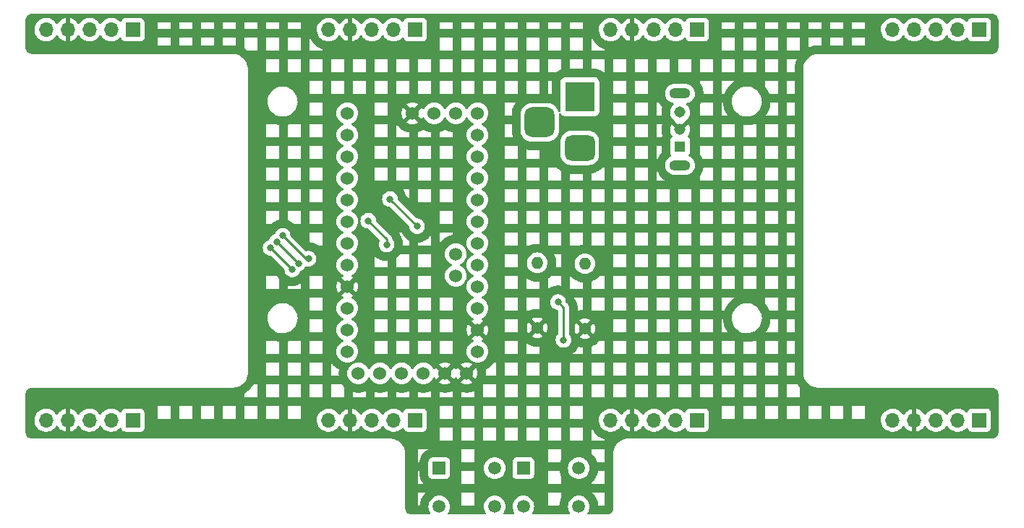
<source format=gbl>
%TF.GenerationSoftware,KiCad,Pcbnew,(5.99.0-11177-g6c67dfa032)*%
%TF.CreationDate,2021-07-15T10:53:03+10:00*%
%TF.ProjectId,4x8x8 LED Matrix Clock,34783878-3820-44c4-9544-204d61747269,rev?*%
%TF.SameCoordinates,Original*%
%TF.FileFunction,Copper,L2,Bot*%
%TF.FilePolarity,Positive*%
%FSLAX46Y46*%
G04 Gerber Fmt 4.6, Leading zero omitted, Abs format (unit mm)*
G04 Created by KiCad (PCBNEW (5.99.0-11177-g6c67dfa032)) date 2021-07-15 10:53:03*
%MOMM*%
%LPD*%
G01*
G04 APERTURE LIST*
G04 Aperture macros list*
%AMRoundRect*
0 Rectangle with rounded corners*
0 $1 Rounding radius*
0 $2 $3 $4 $5 $6 $7 $8 $9 X,Y pos of 4 corners*
0 Add a 4 corners polygon primitive as box body*
4,1,4,$2,$3,$4,$5,$6,$7,$8,$9,$2,$3,0*
0 Add four circle primitives for the rounded corners*
1,1,$1+$1,$2,$3*
1,1,$1+$1,$4,$5*
1,1,$1+$1,$6,$7*
1,1,$1+$1,$8,$9*
0 Add four rect primitives between the rounded corners*
20,1,$1+$1,$2,$3,$4,$5,0*
20,1,$1+$1,$4,$5,$6,$7,0*
20,1,$1+$1,$6,$7,$8,$9,0*
20,1,$1+$1,$8,$9,$2,$3,0*%
G04 Aperture macros list end*
%TA.AperFunction,ComponentPad*%
%ADD10C,1.524000*%
%TD*%
%TA.AperFunction,ComponentPad*%
%ADD11R,1.308000X1.308000*%
%TD*%
%TA.AperFunction,ComponentPad*%
%ADD12C,1.308000*%
%TD*%
%TA.AperFunction,ComponentPad*%
%ADD13O,2.460000X1.230000*%
%TD*%
%TA.AperFunction,ComponentPad*%
%ADD14R,1.508000X1.508000*%
%TD*%
%TA.AperFunction,ComponentPad*%
%ADD15C,1.508000*%
%TD*%
%TA.AperFunction,ComponentPad*%
%ADD16C,1.400000*%
%TD*%
%TA.AperFunction,ComponentPad*%
%ADD17O,1.400000X1.400000*%
%TD*%
%TA.AperFunction,ComponentPad*%
%ADD18O,1.700000X1.700000*%
%TD*%
%TA.AperFunction,ComponentPad*%
%ADD19R,1.700000X1.700000*%
%TD*%
%TA.AperFunction,ComponentPad*%
%ADD20RoundRect,0.875000X0.875000X-0.875000X0.875000X0.875000X-0.875000X0.875000X-0.875000X-0.875000X0*%
%TD*%
%TA.AperFunction,ComponentPad*%
%ADD21RoundRect,0.750000X1.000000X-0.750000X1.000000X0.750000X-1.000000X0.750000X-1.000000X-0.750000X0*%
%TD*%
%TA.AperFunction,ComponentPad*%
%ADD22R,3.500000X3.500000*%
%TD*%
%TA.AperFunction,ViaPad*%
%ADD23C,0.800000*%
%TD*%
%TA.AperFunction,Conductor*%
%ADD24C,0.250000*%
%TD*%
G04 APERTURE END LIST*
D10*
%TO.P,U1,34,A5*%
%TO.N,unconnected-(U1-Pad34)*%
X126460000Y-81375000D03*
%TO.P,U1,33,A4*%
%TO.N,unconnected-(U1-Pad33)*%
X126460000Y-78835000D03*
%TO.P,U1,32,DTR*%
%TO.N,unconnected-(U1-Pad32)*%
X115030000Y-92805000D03*
%TO.P,U1,31,TXO*%
%TO.N,unconnected-(U1-Pad31)*%
X117570000Y-92805000D03*
%TO.P,U1,30,TXI*%
%TO.N,unconnected-(U1-Pad30)*%
X120110000Y-92805000D03*
%TO.P,U1,29,VCC*%
%TO.N,/Vcc*%
X122650000Y-92805000D03*
%TO.P,U1,28,GND*%
%TO.N,GND*%
X125190000Y-92805000D03*
%TO.P,U1,27,GND*%
X127730000Y-92805000D03*
%TO.P,U1,26,RAW*%
%TO.N,unconnected-(U1-Pad26)*%
X129000000Y-90265000D03*
%TO.P,U1,25,GND*%
%TO.N,GND*%
X129000000Y-87725000D03*
%TO.P,U1,24,RST*%
%TO.N,unconnected-(U1-Pad24)*%
X129000000Y-85185000D03*
%TO.P,U1,23,Vcc*%
%TO.N,unconnected-(U1-Pad23)*%
X129000000Y-82645000D03*
%TO.P,U1,22,A3*%
%TO.N,unconnected-(U1-Pad22)*%
X129000000Y-80105000D03*
%TO.P,U1,21,A2*%
%TO.N,unconnected-(U1-Pad21)*%
X129000000Y-77565000D03*
%TO.P,U1,20,A1*%
%TO.N,unconnected-(U1-Pad20)*%
X129000000Y-75025000D03*
%TO.P,U1,19,A0*%
%TO.N,unconnected-(U1-Pad19)*%
X129000000Y-72485000D03*
%TO.P,U1,18,13*%
%TO.N,/CS0*%
X129000000Y-69945000D03*
%TO.P,U1,17,12*%
%TO.N,unconnected-(U1-Pad17)*%
X129000000Y-67405000D03*
%TO.P,U1,16,11*%
%TO.N,/CLK0*%
X129000000Y-64865000D03*
%TO.P,U1,15,10*%
%TO.N,/DIN0*%
X129000000Y-62325000D03*
%TO.P,U1,14,A7*%
%TO.N,unconnected-(U1-Pad14)*%
X126460000Y-62325000D03*
%TO.P,U1,13,A6*%
%TO.N,unconnected-(U1-Pad13)*%
X123920000Y-62325000D03*
%TO.P,U1,12,GND*%
%TO.N,GND*%
X121380000Y-62325000D03*
%TO.P,U1,11,9*%
%TO.N,unconnected-(U1-Pad11)*%
X113760000Y-62325000D03*
%TO.P,U1,10,8*%
%TO.N,unconnected-(U1-Pad10)*%
X113760000Y-64865000D03*
%TO.P,U1,9,7*%
%TO.N,unconnected-(U1-Pad9)*%
X113760000Y-67405000D03*
%TO.P,U1,8,6*%
%TO.N,unconnected-(U1-Pad8)*%
X113760000Y-69945000D03*
%TO.P,U1,7,5*%
%TO.N,/TIMER_RESET*%
X113760000Y-72485000D03*
%TO.P,U1,6,4*%
%TO.N,/MODE_SELECT*%
X113760000Y-75025000D03*
%TO.P,U1,5,3*%
%TO.N,unconnected-(U1-Pad5)*%
X113760000Y-77565000D03*
%TO.P,U1,4,2*%
%TO.N,unconnected-(U1-Pad4)*%
X113760000Y-80105000D03*
%TO.P,U1,3,GND*%
%TO.N,GND*%
X113760000Y-82645000D03*
%TO.P,U1,2,RST*%
%TO.N,unconnected-(U1-Pad2)*%
X113760000Y-85185000D03*
%TO.P,U1,1,RXI*%
%TO.N,unconnected-(U1-Pad1)*%
X113760000Y-87725000D03*
%TO.P,U1,0,TXO*%
%TO.N,unconnected-(U1-Pad0)*%
X113760000Y-90265000D03*
%TD*%
D11*
%TO.P,S3,1*%
%TO.N,unconnected-(S3-Pad1)*%
X152704800Y-66211200D03*
D12*
%TO.P,S3,2*%
%TO.N,GND*%
X152704800Y-64211200D03*
%TO.P,S3,3*%
%TO.N,Net-(J2-Pad2)*%
X152704800Y-62211200D03*
D13*
%TO.P,S3,S1,SHIELD*%
%TO.N,unconnected-(S3-PadS1)*%
X152704800Y-68411200D03*
%TO.P,S3,S2,SHIELD*%
%TO.N,unconnected-(S3-PadS2)*%
X152704800Y-60011200D03*
%TD*%
D14*
%TO.P,S2,1*%
%TO.N,/MODE_SELECT*%
X134358000Y-103922000D03*
D15*
%TO.P,S2,2*%
X140858000Y-103922000D03*
%TO.P,S2,3*%
%TO.N,/Vcc*%
X134358000Y-108422000D03*
%TO.P,S2,4*%
X140858000Y-108422000D03*
%TD*%
D14*
%TO.P,S1,1*%
%TO.N,/TIMER_RESET*%
X124512000Y-103922000D03*
D15*
%TO.P,S1,2*%
X131012000Y-103922000D03*
%TO.P,S1,3*%
%TO.N,/Vcc*%
X124512000Y-108422000D03*
%TO.P,S1,4*%
X131012000Y-108422000D03*
%TD*%
D16*
%TO.P,R2,1*%
%TO.N,GND*%
X135991600Y-87477600D03*
D17*
%TO.P,R2,2*%
%TO.N,/MODE_SELECT*%
X135991600Y-79857600D03*
%TD*%
D16*
%TO.P,R1,1*%
%TO.N,GND*%
X141579600Y-87579200D03*
D17*
%TO.P,R1,2*%
%TO.N,/TIMER_RESET*%
X141579600Y-79959200D03*
%TD*%
D18*
%TO.P,J9,5,Pin_5*%
%TO.N,unconnected-(J9-Pad5)*%
X177596800Y-52527200D03*
%TO.P,J9,4,Pin_4*%
%TO.N,unconnected-(J9-Pad4)*%
X180136800Y-52527200D03*
%TO.P,J9,3,Pin_3*%
%TO.N,unconnected-(J9-Pad3)*%
X182676800Y-52527200D03*
%TO.P,J9,2,Pin_2*%
%TO.N,unconnected-(J9-Pad2)*%
X185216800Y-52527200D03*
D19*
%TO.P,J9,1,Pin_1*%
%TO.N,unconnected-(J9-Pad1)*%
X187756800Y-52527200D03*
%TD*%
D18*
%TO.P,J8,5,Pin_5*%
%TO.N,/Vcc*%
X177596800Y-98298000D03*
%TO.P,J8,4,Pin_4*%
%TO.N,GND*%
X180136800Y-98298000D03*
%TO.P,J8,3,Pin_3*%
%TO.N,/CLK3*%
X182676800Y-98298000D03*
%TO.P,J8,2,Pin_2*%
%TO.N,/DIN3*%
X185216800Y-98298000D03*
D19*
%TO.P,J8,1,Pin_1*%
%TO.N,/CS3*%
X187756800Y-98298000D03*
%TD*%
D18*
%TO.P,J7,5,Pin_5*%
%TO.N,/Vcc*%
X144576800Y-52527200D03*
%TO.P,J7,4,Pin_4*%
%TO.N,GND*%
X147116800Y-52527200D03*
%TO.P,J7,3,Pin_3*%
%TO.N,/CLK3*%
X149656800Y-52527200D03*
%TO.P,J7,2,Pin_2*%
%TO.N,/DIN3*%
X152196800Y-52527200D03*
D19*
%TO.P,J7,1,Pin_1*%
%TO.N,/CS3*%
X154736800Y-52527200D03*
%TD*%
%TO.P,J6,1,Pin_1*%
%TO.N,/CS2*%
X154736800Y-98298000D03*
D18*
%TO.P,J6,2,Pin_2*%
%TO.N,/DIN2*%
X152196800Y-98298000D03*
%TO.P,J6,3,Pin_3*%
%TO.N,/CLK2*%
X149656800Y-98298000D03*
%TO.P,J6,4,Pin_4*%
%TO.N,GND*%
X147116800Y-98298000D03*
%TO.P,J6,5,Pin_5*%
%TO.N,/Vcc*%
X144576800Y-98298000D03*
%TD*%
D19*
%TO.P,J5,1,Pin_1*%
%TO.N,/CS2*%
X121716800Y-52527200D03*
D18*
%TO.P,J5,2,Pin_2*%
%TO.N,/DIN2*%
X119176800Y-52527200D03*
%TO.P,J5,3,Pin_3*%
%TO.N,/CLK2*%
X116636800Y-52527200D03*
%TO.P,J5,4,Pin_4*%
%TO.N,GND*%
X114096800Y-52527200D03*
%TO.P,J5,5,Pin_5*%
%TO.N,/Vcc*%
X111556800Y-52527200D03*
%TD*%
D19*
%TO.P,J4,1,Pin_1*%
%TO.N,/CS1*%
X121716800Y-98298000D03*
D18*
%TO.P,J4,2,Pin_2*%
%TO.N,/DIN1*%
X119176800Y-98298000D03*
%TO.P,J4,3,Pin_3*%
%TO.N,/CLK1*%
X116636800Y-98298000D03*
%TO.P,J4,4,Pin_4*%
%TO.N,GND*%
X114096800Y-98298000D03*
%TO.P,J4,5,Pin_5*%
%TO.N,/Vcc*%
X111556800Y-98298000D03*
%TD*%
%TO.P,J3,5,Pin_5*%
%TO.N,/Vcc*%
X78486000Y-52527200D03*
%TO.P,J3,4,Pin_4*%
%TO.N,GND*%
X81026000Y-52527200D03*
%TO.P,J3,3,Pin_3*%
%TO.N,/CLK1*%
X83566000Y-52527200D03*
%TO.P,J3,2,Pin_2*%
%TO.N,/DIN1*%
X86106000Y-52527200D03*
D19*
%TO.P,J3,1,Pin_1*%
%TO.N,/CS1*%
X88646000Y-52527200D03*
%TD*%
D20*
%TO.P,J2,3*%
%TO.N,N/C*%
X136277700Y-63395600D03*
D21*
%TO.P,J2,2*%
%TO.N,Net-(J2-Pad2)*%
X140977700Y-66395600D03*
D22*
%TO.P,J2,1*%
%TO.N,/Vcc*%
X140977700Y-60395600D03*
%TD*%
D19*
%TO.P,J1,1,Pin_1*%
%TO.N,/CS0*%
X88646000Y-98298000D03*
D18*
%TO.P,J1,2,Pin_2*%
%TO.N,/DIN0*%
X86106000Y-98298000D03*
%TO.P,J1,3,Pin_3*%
%TO.N,/CLK0*%
X83566000Y-98298000D03*
%TO.P,J1,4,Pin_4*%
%TO.N,GND*%
X81026000Y-98298000D03*
%TO.P,J1,5,Pin_5*%
%TO.N,/Vcc*%
X78486000Y-98298000D03*
%TD*%
D23*
%TO.N,/MODE_SELECT*%
X116205000Y-74930000D03*
X118364000Y-77724000D03*
X138430000Y-84455000D03*
X139065000Y-88900000D03*
%TO.N,/TIMER_RESET*%
X118745000Y-72390000D03*
X121920000Y-75565000D03*
%TO.N,/CS1*%
X109220000Y-79376011D03*
X106188510Y-76691490D03*
%TO.N,/DIN1*%
X105481755Y-77398245D03*
X108021755Y-79938245D03*
%TO.N,/CLK1*%
X107315000Y-80645000D03*
X104775000Y-78105000D03*
%TD*%
D24*
%TO.N,/MODE_SELECT*%
X118364000Y-77089000D02*
X116205000Y-74930000D01*
X118364000Y-77724000D02*
X118364000Y-77089000D01*
X139065000Y-85090000D02*
X138430000Y-84455000D01*
X139065000Y-88900000D02*
X139065000Y-85090000D01*
%TO.N,/TIMER_RESET*%
X121920000Y-75565000D02*
X118745000Y-72390000D01*
%TO.N,/CS1*%
X108873031Y-79376011D02*
X109220000Y-79376011D01*
X106188510Y-76691490D02*
X108873031Y-79376011D01*
%TO.N,/DIN1*%
X105481755Y-77398245D02*
X108021755Y-79938245D01*
%TO.N,/CLK1*%
X104775000Y-78105000D02*
X107315000Y-80645000D01*
%TD*%
%TA.AperFunction,Conductor*%
%TO.N,GND*%
G36*
X189200057Y-50674500D02*
G01*
X189214859Y-50676805D01*
X189214861Y-50676805D01*
X189223730Y-50678186D01*
X189230001Y-50677366D01*
X189230001Y-50678000D01*
X189236109Y-50677984D01*
X189236112Y-50677984D01*
X189279505Y-50677868D01*
X189299552Y-50679419D01*
X189337971Y-50685504D01*
X189397514Y-50694935D01*
X189416733Y-50699549D01*
X189463975Y-50714899D01*
X189511214Y-50730248D01*
X189529481Y-50737814D01*
X189556771Y-50751719D01*
X189618006Y-50782920D01*
X189634861Y-50793249D01*
X189715238Y-50851646D01*
X189730272Y-50864487D01*
X189800513Y-50934728D01*
X189813354Y-50949762D01*
X189871751Y-51030139D01*
X189882082Y-51046997D01*
X189927186Y-51135519D01*
X189934752Y-51153786D01*
X189940051Y-51170094D01*
X189964460Y-51245216D01*
X189965450Y-51248264D01*
X189970065Y-51267486D01*
X189972382Y-51282112D01*
X189985581Y-51365447D01*
X189987132Y-51385495D01*
X189987106Y-51395422D01*
X189987020Y-51427405D01*
X189986814Y-51428730D01*
X189987013Y-51430249D01*
X189987000Y-51434999D01*
X189987346Y-51434999D01*
X189987351Y-51435035D01*
X189987626Y-51434999D01*
X189987634Y-51434999D01*
X189990936Y-51460249D01*
X189992000Y-51476587D01*
X189992000Y-54560672D01*
X189990500Y-54580056D01*
X189986814Y-54603730D01*
X189987634Y-54610001D01*
X189987000Y-54610001D01*
X189987016Y-54616109D01*
X189987016Y-54616112D01*
X189987132Y-54659505D01*
X189985581Y-54679552D01*
X189971065Y-54771206D01*
X189970066Y-54777511D01*
X189965450Y-54796736D01*
X189934752Y-54891214D01*
X189927186Y-54909481D01*
X189895356Y-54971952D01*
X189882082Y-54998003D01*
X189871751Y-55014861D01*
X189813354Y-55095238D01*
X189800513Y-55110272D01*
X189730272Y-55180513D01*
X189715238Y-55193354D01*
X189634861Y-55251751D01*
X189618006Y-55262080D01*
X189575097Y-55283943D01*
X189529481Y-55307186D01*
X189511214Y-55314752D01*
X189463975Y-55330101D01*
X189416733Y-55345451D01*
X189397514Y-55350065D01*
X189299553Y-55365581D01*
X189279505Y-55367132D01*
X189241465Y-55367030D01*
X189241463Y-55367030D01*
X189237595Y-55367020D01*
X189236270Y-55366814D01*
X189234751Y-55367013D01*
X189230001Y-55367000D01*
X189230001Y-55367346D01*
X189229965Y-55367351D01*
X189230001Y-55367626D01*
X189230001Y-55367634D01*
X189204748Y-55370936D01*
X189188413Y-55372000D01*
X168963207Y-55372000D01*
X168942303Y-55370254D01*
X168939137Y-55369721D01*
X168922539Y-55366929D01*
X168916211Y-55366852D01*
X168914859Y-55366835D01*
X168914855Y-55366835D01*
X168910000Y-55366776D01*
X168910008Y-55366102D01*
X168908131Y-55365681D01*
X168908160Y-55367039D01*
X168774191Y-55369912D01*
X168774188Y-55369912D01*
X168769912Y-55370004D01*
X168765689Y-55370673D01*
X168765687Y-55370673D01*
X168634954Y-55391379D01*
X168493184Y-55413833D01*
X168488478Y-55415362D01*
X168488474Y-55415363D01*
X168248293Y-55493403D01*
X168226719Y-55500413D01*
X168222312Y-55502659D01*
X168222306Y-55502661D01*
X168004792Y-55613490D01*
X167977078Y-55627611D01*
X167973068Y-55630524D01*
X167973067Y-55630525D01*
X167754417Y-55789383D01*
X167754411Y-55789388D01*
X167750410Y-55792295D01*
X167552295Y-55990410D01*
X167549388Y-55994411D01*
X167549383Y-55994417D01*
X167433894Y-56153375D01*
X167387611Y-56217078D01*
X167385361Y-56221494D01*
X167262661Y-56462306D01*
X167262659Y-56462312D01*
X167260413Y-56466719D01*
X167173833Y-56733184D01*
X167130004Y-57009912D01*
X167127464Y-57128420D01*
X167127350Y-57133719D01*
X167127247Y-57135574D01*
X167126929Y-57137461D01*
X167126870Y-57142337D01*
X167126869Y-57142342D01*
X167126835Y-57145141D01*
X167126776Y-57150000D01*
X167127466Y-57154815D01*
X167130727Y-57177588D01*
X167132000Y-57195451D01*
X167132000Y-92656793D01*
X167130254Y-92677697D01*
X167126929Y-92697461D01*
X167126776Y-92710000D01*
X167126102Y-92709992D01*
X167125681Y-92711869D01*
X167127039Y-92711840D01*
X167129273Y-92815982D01*
X167130004Y-92850088D01*
X167130673Y-92854311D01*
X167130673Y-92854313D01*
X167136860Y-92893377D01*
X167173833Y-93126816D01*
X167175362Y-93131522D01*
X167175363Y-93131526D01*
X167240513Y-93332035D01*
X167260413Y-93393281D01*
X167262659Y-93397688D01*
X167262661Y-93397694D01*
X167314393Y-93499223D01*
X167387611Y-93642922D01*
X167390524Y-93646932D01*
X167390525Y-93646933D01*
X167549383Y-93865583D01*
X167549388Y-93865589D01*
X167552295Y-93869590D01*
X167750410Y-94067705D01*
X167754411Y-94070612D01*
X167754417Y-94070617D01*
X167947395Y-94210823D01*
X167977078Y-94232389D01*
X167981495Y-94234639D01*
X167981494Y-94234639D01*
X168222306Y-94357339D01*
X168222312Y-94357341D01*
X168226719Y-94359587D01*
X168231431Y-94361118D01*
X168488474Y-94444637D01*
X168488478Y-94444638D01*
X168493184Y-94446167D01*
X168615906Y-94465604D01*
X168764028Y-94489064D01*
X168769912Y-94489996D01*
X168774186Y-94490088D01*
X168774190Y-94490088D01*
X168823053Y-94491135D01*
X168893731Y-94492651D01*
X168895574Y-94492753D01*
X168897461Y-94493071D01*
X168902337Y-94493130D01*
X168902342Y-94493131D01*
X168905141Y-94493165D01*
X168905145Y-94493165D01*
X168910000Y-94493224D01*
X168937588Y-94489273D01*
X168955451Y-94488000D01*
X189180672Y-94488000D01*
X189200057Y-94489500D01*
X189214859Y-94491805D01*
X189214861Y-94491805D01*
X189223730Y-94493186D01*
X189230001Y-94492366D01*
X189230001Y-94493000D01*
X189236109Y-94492984D01*
X189236112Y-94492984D01*
X189279505Y-94492868D01*
X189299552Y-94494419D01*
X189337971Y-94500504D01*
X189397514Y-94509935D01*
X189416733Y-94514549D01*
X189463975Y-94529899D01*
X189511214Y-94545248D01*
X189529481Y-94552814D01*
X189556771Y-94566719D01*
X189618006Y-94597920D01*
X189634861Y-94608249D01*
X189715238Y-94666646D01*
X189730272Y-94679487D01*
X189800513Y-94749728D01*
X189813354Y-94764762D01*
X189871751Y-94845139D01*
X189882080Y-94861994D01*
X189899227Y-94895646D01*
X189927186Y-94950519D01*
X189934752Y-94968786D01*
X189947319Y-95007462D01*
X189964989Y-95061844D01*
X189965450Y-95063264D01*
X189970065Y-95082486D01*
X189971850Y-95093754D01*
X189985581Y-95180447D01*
X189987132Y-95200495D01*
X189987020Y-95242405D01*
X189986814Y-95243730D01*
X189987013Y-95245249D01*
X189987000Y-95249999D01*
X189987346Y-95249999D01*
X189987351Y-95250035D01*
X189987626Y-95249999D01*
X189987634Y-95249999D01*
X189990936Y-95275249D01*
X189992000Y-95291587D01*
X189992000Y-99645672D01*
X189990500Y-99665056D01*
X189986814Y-99688730D01*
X189987634Y-99695001D01*
X189987000Y-99695001D01*
X189987016Y-99701109D01*
X189987016Y-99701112D01*
X189987132Y-99744505D01*
X189985581Y-99764552D01*
X189970066Y-99862511D01*
X189965450Y-99881736D01*
X189934752Y-99976214D01*
X189927186Y-99994481D01*
X189882082Y-100083003D01*
X189871751Y-100099861D01*
X189813354Y-100180238D01*
X189800513Y-100195272D01*
X189730272Y-100265513D01*
X189715238Y-100278354D01*
X189634861Y-100336751D01*
X189618006Y-100347080D01*
X189575097Y-100368943D01*
X189529481Y-100392186D01*
X189511214Y-100399752D01*
X189463975Y-100415101D01*
X189416733Y-100430451D01*
X189397514Y-100435065D01*
X189329297Y-100445870D01*
X189299553Y-100450581D01*
X189279505Y-100452132D01*
X189241465Y-100452030D01*
X189241463Y-100452030D01*
X189237595Y-100452020D01*
X189236270Y-100451814D01*
X189234751Y-100452013D01*
X189230001Y-100452000D01*
X189230001Y-100452346D01*
X189229965Y-100452351D01*
X189230001Y-100452626D01*
X189230001Y-100452634D01*
X189204748Y-100455936D01*
X189188413Y-100457000D01*
X146738207Y-100457000D01*
X146717303Y-100455254D01*
X146714137Y-100454721D01*
X146697539Y-100451929D01*
X146691211Y-100451852D01*
X146689859Y-100451835D01*
X146689855Y-100451835D01*
X146685000Y-100451776D01*
X146685008Y-100451102D01*
X146683131Y-100450681D01*
X146683160Y-100452039D01*
X146549191Y-100454912D01*
X146549188Y-100454912D01*
X146544912Y-100455004D01*
X146540689Y-100455673D01*
X146540687Y-100455673D01*
X146433315Y-100472679D01*
X146268184Y-100498833D01*
X146263478Y-100500362D01*
X146263474Y-100500363D01*
X146092067Y-100556057D01*
X146001719Y-100585413D01*
X145997312Y-100587659D01*
X145997306Y-100587661D01*
X145779792Y-100698490D01*
X145752078Y-100712611D01*
X145748068Y-100715524D01*
X145748067Y-100715525D01*
X145529417Y-100874383D01*
X145529411Y-100874388D01*
X145525410Y-100877295D01*
X145327295Y-101075410D01*
X145324388Y-101079411D01*
X145324383Y-101079417D01*
X145224141Y-101217389D01*
X145162611Y-101302078D01*
X145160361Y-101306494D01*
X145037661Y-101547306D01*
X145037659Y-101547312D01*
X145035413Y-101551719D01*
X145033882Y-101556431D01*
X144957609Y-101791175D01*
X144948833Y-101818184D01*
X144905004Y-102094912D01*
X144904912Y-102099186D01*
X144904912Y-102099190D01*
X144902350Y-102218719D01*
X144902247Y-102220574D01*
X144901929Y-102222461D01*
X144901870Y-102227337D01*
X144901869Y-102227342D01*
X144901835Y-102230141D01*
X144901776Y-102235000D01*
X144902466Y-102239815D01*
X144905727Y-102262588D01*
X144907000Y-102280451D01*
X144907000Y-108535672D01*
X144905500Y-108555056D01*
X144901814Y-108578730D01*
X144902634Y-108585001D01*
X144902000Y-108585001D01*
X144902016Y-108591109D01*
X144902016Y-108591112D01*
X144902132Y-108634505D01*
X144900581Y-108654552D01*
X144885066Y-108752511D01*
X144880450Y-108771736D01*
X144849752Y-108866214D01*
X144842186Y-108884481D01*
X144797082Y-108973003D01*
X144786751Y-108989861D01*
X144728354Y-109070238D01*
X144715513Y-109085272D01*
X144645272Y-109155513D01*
X144630238Y-109168354D01*
X144549861Y-109226751D01*
X144533006Y-109237080D01*
X144490097Y-109258943D01*
X144444481Y-109282186D01*
X144426214Y-109289752D01*
X144378975Y-109305101D01*
X144331733Y-109320451D01*
X144312514Y-109325065D01*
X144214553Y-109340581D01*
X144194505Y-109342132D01*
X144156465Y-109342030D01*
X144156463Y-109342030D01*
X144152595Y-109342020D01*
X144151270Y-109341814D01*
X144149751Y-109342013D01*
X144145001Y-109342000D01*
X144145001Y-109342346D01*
X144144965Y-109342351D01*
X144145001Y-109342626D01*
X144145001Y-109342634D01*
X144119748Y-109345936D01*
X144103413Y-109347000D01*
X141993580Y-109347000D01*
X141925459Y-109326998D01*
X141878966Y-109273342D01*
X141868862Y-109203068D01*
X141890367Y-109148730D01*
X141934800Y-109085272D01*
X141955534Y-109055661D01*
X141980643Y-109001816D01*
X142046571Y-108860432D01*
X142046572Y-108860431D01*
X142048894Y-108855450D01*
X142106070Y-108642068D01*
X142125323Y-108422000D01*
X142106070Y-108201932D01*
X142048894Y-107988550D01*
X141955534Y-107788339D01*
X141828826Y-107607380D01*
X141672620Y-107451174D01*
X141668112Y-107448017D01*
X141668109Y-107448015D01*
X141496171Y-107327623D01*
X141496168Y-107327621D01*
X141491662Y-107324466D01*
X141486680Y-107322143D01*
X141486675Y-107322140D01*
X141296432Y-107233429D01*
X141296431Y-107233429D01*
X141291450Y-107231106D01*
X141286142Y-107229684D01*
X141286140Y-107229683D01*
X141220748Y-107212161D01*
X141078068Y-107173930D01*
X140858000Y-107154677D01*
X140637932Y-107173930D01*
X140495252Y-107212161D01*
X140429860Y-107229683D01*
X140429858Y-107229684D01*
X140424550Y-107231106D01*
X140419569Y-107233428D01*
X140419568Y-107233429D01*
X140229320Y-107322143D01*
X140229317Y-107322145D01*
X140224339Y-107324466D01*
X140043380Y-107451174D01*
X139887174Y-107607380D01*
X139760466Y-107788339D01*
X139667106Y-107988550D01*
X139609930Y-108201932D01*
X139590677Y-108422000D01*
X139609930Y-108642068D01*
X139667106Y-108855450D01*
X139669428Y-108860431D01*
X139669429Y-108860432D01*
X139735358Y-109001816D01*
X139760466Y-109055661D01*
X139781200Y-109085272D01*
X139825633Y-109148730D01*
X139848321Y-109216004D01*
X139831036Y-109284864D01*
X139779266Y-109333448D01*
X139722420Y-109347000D01*
X135493580Y-109347000D01*
X135425459Y-109326998D01*
X135378966Y-109273342D01*
X135368862Y-109203068D01*
X135390367Y-109148730D01*
X135434800Y-109085272D01*
X135455534Y-109055661D01*
X135480643Y-109001816D01*
X135546571Y-108860432D01*
X135546572Y-108860431D01*
X135548894Y-108855450D01*
X135606070Y-108642068D01*
X135625323Y-108422000D01*
X135606070Y-108201932D01*
X135548894Y-107988550D01*
X135455534Y-107788339D01*
X135328826Y-107607380D01*
X135172620Y-107451174D01*
X135168112Y-107448017D01*
X135168109Y-107448015D01*
X134996171Y-107327623D01*
X134996168Y-107327621D01*
X134991662Y-107324466D01*
X134986680Y-107322143D01*
X134986675Y-107322140D01*
X134796432Y-107233429D01*
X134796431Y-107233429D01*
X134791450Y-107231106D01*
X134786142Y-107229684D01*
X134786140Y-107229683D01*
X134720748Y-107212161D01*
X134578068Y-107173930D01*
X134358000Y-107154677D01*
X134137932Y-107173930D01*
X133995252Y-107212161D01*
X133929860Y-107229683D01*
X133929858Y-107229684D01*
X133924550Y-107231106D01*
X133919569Y-107233428D01*
X133919568Y-107233429D01*
X133729320Y-107322143D01*
X133729317Y-107322145D01*
X133724339Y-107324466D01*
X133543380Y-107451174D01*
X133387174Y-107607380D01*
X133260466Y-107788339D01*
X133167106Y-107988550D01*
X133109930Y-108201932D01*
X133090677Y-108422000D01*
X133109930Y-108642068D01*
X133167106Y-108855450D01*
X133169428Y-108860431D01*
X133169429Y-108860432D01*
X133235358Y-109001816D01*
X133260466Y-109055661D01*
X133281200Y-109085272D01*
X133325633Y-109148730D01*
X133348321Y-109216004D01*
X133331036Y-109284864D01*
X133279266Y-109333448D01*
X133222420Y-109347000D01*
X132147580Y-109347000D01*
X132079459Y-109326998D01*
X132032966Y-109273342D01*
X132022862Y-109203068D01*
X132044367Y-109148730D01*
X132088800Y-109085272D01*
X132109534Y-109055661D01*
X132134643Y-109001816D01*
X132200571Y-108860432D01*
X132200572Y-108860431D01*
X132202894Y-108855450D01*
X132260070Y-108642068D01*
X132279323Y-108422000D01*
X132260070Y-108201932D01*
X132202894Y-107988550D01*
X132109534Y-107788339D01*
X131982826Y-107607380D01*
X131826620Y-107451174D01*
X131822112Y-107448017D01*
X131822109Y-107448015D01*
X131650171Y-107327623D01*
X131650168Y-107327621D01*
X131645662Y-107324466D01*
X131640680Y-107322143D01*
X131640675Y-107322140D01*
X131450432Y-107233429D01*
X131450431Y-107233429D01*
X131445450Y-107231106D01*
X131440142Y-107229684D01*
X131440140Y-107229683D01*
X131374748Y-107212161D01*
X131232068Y-107173930D01*
X131012000Y-107154677D01*
X130791932Y-107173930D01*
X130649252Y-107212161D01*
X130583860Y-107229683D01*
X130583858Y-107229684D01*
X130578550Y-107231106D01*
X130573569Y-107233428D01*
X130573568Y-107233429D01*
X130383320Y-107322143D01*
X130383317Y-107322145D01*
X130378339Y-107324466D01*
X130197380Y-107451174D01*
X130041174Y-107607380D01*
X129914466Y-107788339D01*
X129821106Y-107988550D01*
X129763930Y-108201932D01*
X129744677Y-108422000D01*
X129763930Y-108642068D01*
X129821106Y-108855450D01*
X129823428Y-108860431D01*
X129823429Y-108860432D01*
X129889358Y-109001816D01*
X129914466Y-109055661D01*
X129935200Y-109085272D01*
X129979633Y-109148730D01*
X130002321Y-109216004D01*
X129985036Y-109284864D01*
X129933266Y-109333448D01*
X129876420Y-109347000D01*
X125647580Y-109347000D01*
X125579459Y-109326998D01*
X125532966Y-109273342D01*
X125522862Y-109203068D01*
X125544367Y-109148730D01*
X125588800Y-109085272D01*
X125609534Y-109055661D01*
X125634643Y-109001816D01*
X125700571Y-108860432D01*
X125700572Y-108860431D01*
X125702894Y-108855450D01*
X125760070Y-108642068D01*
X125779323Y-108422000D01*
X125760070Y-108201932D01*
X125702894Y-107988550D01*
X125609534Y-107788339D01*
X125482826Y-107607380D01*
X125326620Y-107451174D01*
X125322112Y-107448017D01*
X125322109Y-107448015D01*
X125150171Y-107327623D01*
X125150168Y-107327621D01*
X125145662Y-107324466D01*
X125140680Y-107322143D01*
X125140675Y-107322140D01*
X124950432Y-107233429D01*
X124950431Y-107233429D01*
X124945450Y-107231106D01*
X124940142Y-107229684D01*
X124940140Y-107229683D01*
X124874748Y-107212161D01*
X124732068Y-107173930D01*
X124512000Y-107154677D01*
X124291932Y-107173930D01*
X124149252Y-107212161D01*
X124083860Y-107229683D01*
X124083858Y-107229684D01*
X124078550Y-107231106D01*
X124073569Y-107233428D01*
X124073568Y-107233429D01*
X123883320Y-107322143D01*
X123883317Y-107322145D01*
X123878339Y-107324466D01*
X123697380Y-107451174D01*
X123541174Y-107607380D01*
X123414466Y-107788339D01*
X123321106Y-107988550D01*
X123263930Y-108201932D01*
X123244677Y-108422000D01*
X123263930Y-108642068D01*
X123321106Y-108855450D01*
X123323428Y-108860431D01*
X123323429Y-108860432D01*
X123389358Y-109001816D01*
X123414466Y-109055661D01*
X123435200Y-109085272D01*
X123479633Y-109148730D01*
X123502321Y-109216004D01*
X123485036Y-109284864D01*
X123433266Y-109333448D01*
X123376420Y-109347000D01*
X121334328Y-109347000D01*
X121314943Y-109345500D01*
X121300141Y-109343195D01*
X121300139Y-109343195D01*
X121291270Y-109341814D01*
X121284999Y-109342634D01*
X121284999Y-109342000D01*
X121278891Y-109342016D01*
X121278888Y-109342016D01*
X121235495Y-109342132D01*
X121215448Y-109340581D01*
X121177029Y-109334496D01*
X121117486Y-109325065D01*
X121098267Y-109320451D01*
X121051025Y-109305101D01*
X121003786Y-109289752D01*
X120985519Y-109282186D01*
X120939903Y-109258943D01*
X120896994Y-109237080D01*
X120880139Y-109226751D01*
X120799762Y-109168354D01*
X120784728Y-109155513D01*
X120714487Y-109085272D01*
X120701646Y-109070238D01*
X120643249Y-108989861D01*
X120632918Y-108973003D01*
X120587814Y-108884481D01*
X120580248Y-108866214D01*
X120549550Y-108771736D01*
X120544934Y-108752511D01*
X120529419Y-108654553D01*
X120527868Y-108634505D01*
X120527970Y-108596465D01*
X120527970Y-108596463D01*
X120527980Y-108592595D01*
X120528186Y-108591270D01*
X120527987Y-108589751D01*
X120528000Y-108585001D01*
X120527654Y-108585001D01*
X120527649Y-108584965D01*
X120527374Y-108585001D01*
X120527366Y-108585001D01*
X120524064Y-108559751D01*
X120523000Y-108543413D01*
X120523000Y-106805000D01*
X122045000Y-106805000D01*
X122045000Y-108331000D01*
X122234765Y-108331000D01*
X122253788Y-108113559D01*
X122254387Y-108108094D01*
X122263064Y-108042183D01*
X122263900Y-108036749D01*
X122267714Y-108015119D01*
X122268787Y-108009728D01*
X122283175Y-107944828D01*
X122284481Y-107939488D01*
X122341657Y-107726106D01*
X122343195Y-107720829D01*
X122363184Y-107657431D01*
X122364952Y-107652224D01*
X122372464Y-107631585D01*
X122374457Y-107626460D01*
X122399897Y-107565045D01*
X122402110Y-107560015D01*
X122495470Y-107359804D01*
X122497902Y-107354872D01*
X122528609Y-107295886D01*
X122531255Y-107291065D01*
X122542237Y-107272045D01*
X122545088Y-107267346D01*
X122580792Y-107211304D01*
X122583845Y-107206736D01*
X122710553Y-107025777D01*
X122713804Y-107021343D01*
X122754276Y-106968599D01*
X122757717Y-106964311D01*
X122771835Y-106947486D01*
X122775459Y-106943353D01*
X122820367Y-106894345D01*
X122824169Y-106890375D01*
X122909544Y-106805000D01*
X127125000Y-106805000D01*
X127125000Y-108331000D01*
X128651000Y-108331000D01*
X128651000Y-106805000D01*
X137285000Y-106805000D01*
X137285000Y-108331000D01*
X138580765Y-108331000D01*
X138599788Y-108113559D01*
X138600387Y-108108094D01*
X138609064Y-108042183D01*
X138609900Y-108036749D01*
X138613714Y-108015119D01*
X138614787Y-108009728D01*
X138629175Y-107944828D01*
X138630481Y-107939488D01*
X138687657Y-107726106D01*
X138689195Y-107720829D01*
X138709184Y-107657431D01*
X138710952Y-107652224D01*
X138718464Y-107631585D01*
X138720457Y-107626460D01*
X138745897Y-107565045D01*
X138748110Y-107560015D01*
X138811000Y-107425147D01*
X138811000Y-106805000D01*
X142460456Y-106805000D01*
X142545831Y-106890375D01*
X142549633Y-106894345D01*
X142594541Y-106943353D01*
X142598165Y-106947486D01*
X142612283Y-106964311D01*
X142615724Y-106968599D01*
X142656196Y-107021343D01*
X142659447Y-107025777D01*
X142786155Y-107206736D01*
X142789208Y-107211304D01*
X142824912Y-107267346D01*
X142827763Y-107272045D01*
X142838745Y-107291065D01*
X142841391Y-107295886D01*
X142872098Y-107354872D01*
X142874530Y-107359804D01*
X142967890Y-107560015D01*
X142970103Y-107565045D01*
X142995543Y-107626460D01*
X142997536Y-107631585D01*
X143005048Y-107652224D01*
X143006816Y-107657431D01*
X143026805Y-107720829D01*
X143028343Y-107726106D01*
X143085519Y-107939488D01*
X143086825Y-107944828D01*
X143101213Y-108009728D01*
X143102286Y-108015119D01*
X143106100Y-108036749D01*
X143106936Y-108042183D01*
X143115613Y-108108094D01*
X143116212Y-108113559D01*
X143135235Y-108331000D01*
X143891000Y-108331000D01*
X143891000Y-106805000D01*
X142460456Y-106805000D01*
X138811000Y-106805000D01*
X137285000Y-106805000D01*
X128651000Y-106805000D01*
X127125000Y-106805000D01*
X122909544Y-106805000D01*
X122045000Y-106805000D01*
X120523000Y-106805000D01*
X120523000Y-104265000D01*
X122045000Y-104265000D01*
X122045000Y-105791000D01*
X122720202Y-105791000D01*
X122705891Y-105778599D01*
X122699308Y-105772470D01*
X122622434Y-105695595D01*
X122616306Y-105689013D01*
X122592821Y-105661910D01*
X122587177Y-105654907D01*
X122522023Y-105567873D01*
X122516893Y-105560484D01*
X122437874Y-105437529D01*
X122433284Y-105429793D01*
X122381175Y-105334361D01*
X122377149Y-105326317D01*
X122362251Y-105293694D01*
X122358809Y-105285385D01*
X122320818Y-105183525D01*
X122317978Y-105174991D01*
X122276801Y-105034754D01*
X122275074Y-105028234D01*
X122256316Y-104948857D01*
X122254941Y-104942252D01*
X122250158Y-104915743D01*
X122249138Y-104909072D01*
X122238972Y-104828133D01*
X122238311Y-104821420D01*
X122233084Y-104748341D01*
X122232944Y-104746099D01*
X122231487Y-104718930D01*
X122231386Y-104716680D01*
X122231065Y-104707691D01*
X122231005Y-104705441D01*
X122230520Y-104678247D01*
X122230500Y-104676000D01*
X122230500Y-104265000D01*
X122045000Y-104265000D01*
X120523000Y-104265000D01*
X120523000Y-102288207D01*
X120524746Y-102267303D01*
X120527264Y-102252335D01*
X120528071Y-102247539D01*
X120528224Y-102235000D01*
X120528898Y-102235008D01*
X120529319Y-102233131D01*
X120527961Y-102233160D01*
X120525088Y-102099191D01*
X120525088Y-102099188D01*
X120524996Y-102094912D01*
X120481167Y-101818184D01*
X120472392Y-101791175D01*
X120450890Y-101725000D01*
X122045000Y-101725000D01*
X122045000Y-103251000D01*
X122230500Y-103251000D01*
X122230500Y-103168000D01*
X123244500Y-103168000D01*
X123244500Y-104676000D01*
X123249727Y-104749079D01*
X123290904Y-104889316D01*
X123295775Y-104896895D01*
X123365051Y-105004691D01*
X123365053Y-105004694D01*
X123369923Y-105012271D01*
X123376733Y-105018172D01*
X123473569Y-105102082D01*
X123473572Y-105102084D01*
X123480381Y-105107984D01*
X123488579Y-105111728D01*
X123534493Y-105132696D01*
X123613330Y-105168700D01*
X123622245Y-105169982D01*
X123622246Y-105169982D01*
X123753552Y-105188861D01*
X123753559Y-105188862D01*
X123758000Y-105189500D01*
X125266000Y-105189500D01*
X125339079Y-105184273D01*
X125417165Y-105161345D01*
X125470670Y-105145635D01*
X125470672Y-105145634D01*
X125479316Y-105143096D01*
X125528125Y-105111728D01*
X125594691Y-105068949D01*
X125594694Y-105068947D01*
X125602271Y-105064077D01*
X125627680Y-105034754D01*
X125692082Y-104960431D01*
X125692084Y-104960428D01*
X125697984Y-104953619D01*
X125713861Y-104918853D01*
X125754958Y-104828864D01*
X125754958Y-104828863D01*
X125758700Y-104820670D01*
X125759982Y-104811754D01*
X125778861Y-104680448D01*
X125778862Y-104680441D01*
X125779500Y-104676000D01*
X125779500Y-104265000D01*
X127125000Y-104265000D01*
X127125000Y-105791000D01*
X128651000Y-105791000D01*
X128651000Y-104265000D01*
X127125000Y-104265000D01*
X125779500Y-104265000D01*
X125779500Y-103922000D01*
X129744677Y-103922000D01*
X129763930Y-104142068D01*
X129821106Y-104355450D01*
X129914466Y-104555661D01*
X130041174Y-104736620D01*
X130197380Y-104892826D01*
X130201888Y-104895983D01*
X130201891Y-104895985D01*
X130357140Y-105004691D01*
X130378338Y-105019534D01*
X130383320Y-105021857D01*
X130383325Y-105021860D01*
X130555363Y-105102082D01*
X130578550Y-105112894D01*
X130583858Y-105114316D01*
X130583860Y-105114317D01*
X130649252Y-105131839D01*
X130791932Y-105170070D01*
X131012000Y-105189323D01*
X131232068Y-105170070D01*
X131374748Y-105131839D01*
X131440140Y-105114317D01*
X131440142Y-105114316D01*
X131445450Y-105112894D01*
X131468637Y-105102082D01*
X131640675Y-105021860D01*
X131640680Y-105021857D01*
X131645662Y-105019534D01*
X131666860Y-105004691D01*
X131822109Y-104895985D01*
X131822112Y-104895983D01*
X131826620Y-104892826D01*
X131982826Y-104736620D01*
X132109534Y-104555661D01*
X132202894Y-104355450D01*
X132260070Y-104142068D01*
X132279323Y-103922000D01*
X132260070Y-103701932D01*
X132202894Y-103488550D01*
X132109534Y-103288339D01*
X132025272Y-103168000D01*
X133090500Y-103168000D01*
X133090500Y-104676000D01*
X133095727Y-104749079D01*
X133136904Y-104889316D01*
X133141775Y-104896895D01*
X133211051Y-105004691D01*
X133211053Y-105004694D01*
X133215923Y-105012271D01*
X133222733Y-105018172D01*
X133319569Y-105102082D01*
X133319572Y-105102084D01*
X133326381Y-105107984D01*
X133334579Y-105111728D01*
X133380493Y-105132696D01*
X133459330Y-105168700D01*
X133468245Y-105169982D01*
X133468246Y-105169982D01*
X133599552Y-105188861D01*
X133599559Y-105188862D01*
X133604000Y-105189500D01*
X135112000Y-105189500D01*
X135185079Y-105184273D01*
X135263165Y-105161345D01*
X135316670Y-105145635D01*
X135316672Y-105145634D01*
X135325316Y-105143096D01*
X135374125Y-105111728D01*
X135440691Y-105068949D01*
X135440694Y-105068947D01*
X135448271Y-105064077D01*
X135473680Y-105034754D01*
X135538082Y-104960431D01*
X135538084Y-104960428D01*
X135543984Y-104953619D01*
X135559861Y-104918853D01*
X135600958Y-104828864D01*
X135600958Y-104828863D01*
X135604700Y-104820670D01*
X135605982Y-104811754D01*
X135624861Y-104680448D01*
X135624862Y-104680441D01*
X135625500Y-104676000D01*
X135625500Y-104265000D01*
X137285000Y-104265000D01*
X137285000Y-105791000D01*
X138811000Y-105791000D01*
X138811000Y-105632560D01*
X142365000Y-105632560D01*
X142365000Y-105791000D01*
X143891000Y-105791000D01*
X143891000Y-104265000D01*
X143111783Y-104265000D01*
X143106936Y-104301817D01*
X143106100Y-104307251D01*
X143102286Y-104328881D01*
X143101213Y-104334272D01*
X143086825Y-104399172D01*
X143085519Y-104404512D01*
X143028343Y-104617894D01*
X143026805Y-104623171D01*
X143006816Y-104686569D01*
X143005048Y-104691776D01*
X142997536Y-104712415D01*
X142995543Y-104717540D01*
X142970103Y-104778955D01*
X142967890Y-104783985D01*
X142874530Y-104984196D01*
X142872098Y-104989128D01*
X142841391Y-105048114D01*
X142838745Y-105052935D01*
X142827763Y-105071955D01*
X142824912Y-105076654D01*
X142789208Y-105132696D01*
X142786155Y-105137264D01*
X142659447Y-105318223D01*
X142656196Y-105322657D01*
X142615724Y-105375401D01*
X142612283Y-105379689D01*
X142598165Y-105396514D01*
X142594541Y-105400647D01*
X142549633Y-105449655D01*
X142545831Y-105453625D01*
X142389625Y-105609831D01*
X142385656Y-105613631D01*
X142365000Y-105632560D01*
X138811000Y-105632560D01*
X138811000Y-104918853D01*
X138748110Y-104783985D01*
X138745897Y-104778955D01*
X138720457Y-104717540D01*
X138718464Y-104712415D01*
X138710952Y-104691776D01*
X138709184Y-104686569D01*
X138689195Y-104623171D01*
X138687657Y-104617894D01*
X138630481Y-104404512D01*
X138629175Y-104399172D01*
X138614787Y-104334272D01*
X138613714Y-104328881D01*
X138609900Y-104307251D01*
X138609064Y-104301817D01*
X138604217Y-104265000D01*
X137285000Y-104265000D01*
X135625500Y-104265000D01*
X135625500Y-103922000D01*
X139590677Y-103922000D01*
X139609930Y-104142068D01*
X139667106Y-104355450D01*
X139760466Y-104555661D01*
X139887174Y-104736620D01*
X140043380Y-104892826D01*
X140047888Y-104895983D01*
X140047891Y-104895985D01*
X140203140Y-105004691D01*
X140224338Y-105019534D01*
X140229320Y-105021857D01*
X140229325Y-105021860D01*
X140401363Y-105102082D01*
X140424550Y-105112894D01*
X140429858Y-105114316D01*
X140429860Y-105114317D01*
X140495252Y-105131839D01*
X140637932Y-105170070D01*
X140858000Y-105189323D01*
X141078068Y-105170070D01*
X141220748Y-105131839D01*
X141286140Y-105114317D01*
X141286142Y-105114316D01*
X141291450Y-105112894D01*
X141314637Y-105102082D01*
X141486675Y-105021860D01*
X141486680Y-105021857D01*
X141491662Y-105019534D01*
X141512860Y-105004691D01*
X141668109Y-104895985D01*
X141668112Y-104895983D01*
X141672620Y-104892826D01*
X141828826Y-104736620D01*
X141955534Y-104555661D01*
X142048894Y-104355450D01*
X142106070Y-104142068D01*
X142125323Y-103922000D01*
X142106070Y-103701932D01*
X142048894Y-103488550D01*
X141955534Y-103288339D01*
X141828826Y-103107380D01*
X141672620Y-102951174D01*
X141668112Y-102948017D01*
X141668109Y-102948015D01*
X141496171Y-102827623D01*
X141496168Y-102827621D01*
X141491662Y-102824466D01*
X141486680Y-102822143D01*
X141486675Y-102822140D01*
X141296432Y-102733429D01*
X141296431Y-102733429D01*
X141291450Y-102731106D01*
X141286142Y-102729684D01*
X141286140Y-102729683D01*
X141220748Y-102712161D01*
X141078068Y-102673930D01*
X140858000Y-102654677D01*
X140637932Y-102673930D01*
X140495252Y-102712161D01*
X140429860Y-102729683D01*
X140429858Y-102729684D01*
X140424550Y-102731106D01*
X140419569Y-102733428D01*
X140419568Y-102733429D01*
X140229320Y-102822143D01*
X140229317Y-102822145D01*
X140224339Y-102824466D01*
X140043380Y-102951174D01*
X139887174Y-103107380D01*
X139760466Y-103288339D01*
X139667106Y-103488550D01*
X139609930Y-103701932D01*
X139590677Y-103922000D01*
X135625500Y-103922000D01*
X135625500Y-103168000D01*
X135620273Y-103094921D01*
X135579096Y-102954684D01*
X135518120Y-102859804D01*
X135504949Y-102839309D01*
X135504947Y-102839306D01*
X135500077Y-102831729D01*
X135489011Y-102822140D01*
X135396431Y-102741918D01*
X135396428Y-102741916D01*
X135389619Y-102736016D01*
X135375752Y-102729683D01*
X135264864Y-102679042D01*
X135264863Y-102679042D01*
X135256670Y-102675300D01*
X135247755Y-102674018D01*
X135247754Y-102674018D01*
X135116448Y-102655139D01*
X135116441Y-102655138D01*
X135112000Y-102654500D01*
X133604000Y-102654500D01*
X133530921Y-102659727D01*
X133477884Y-102675300D01*
X133399330Y-102698365D01*
X133399328Y-102698366D01*
X133390684Y-102700904D01*
X133352528Y-102725426D01*
X133275309Y-102775051D01*
X133275306Y-102775053D01*
X133267729Y-102779923D01*
X133261828Y-102786733D01*
X133177918Y-102883569D01*
X133177916Y-102883572D01*
X133172016Y-102890381D01*
X133111300Y-103023330D01*
X133110018Y-103032245D01*
X133110018Y-103032246D01*
X133091139Y-103163552D01*
X133091138Y-103163559D01*
X133090500Y-103168000D01*
X132025272Y-103168000D01*
X131982826Y-103107380D01*
X131826620Y-102951174D01*
X131822112Y-102948017D01*
X131822109Y-102948015D01*
X131650171Y-102827623D01*
X131650168Y-102827621D01*
X131645662Y-102824466D01*
X131640680Y-102822143D01*
X131640675Y-102822140D01*
X131450432Y-102733429D01*
X131450431Y-102733429D01*
X131445450Y-102731106D01*
X131440142Y-102729684D01*
X131440140Y-102729683D01*
X131374748Y-102712161D01*
X131232068Y-102673930D01*
X131012000Y-102654677D01*
X130791932Y-102673930D01*
X130649252Y-102712161D01*
X130583860Y-102729683D01*
X130583858Y-102729684D01*
X130578550Y-102731106D01*
X130573569Y-102733428D01*
X130573568Y-102733429D01*
X130383320Y-102822143D01*
X130383317Y-102822145D01*
X130378339Y-102824466D01*
X130197380Y-102951174D01*
X130041174Y-103107380D01*
X129914466Y-103288339D01*
X129821106Y-103488550D01*
X129763930Y-103701932D01*
X129744677Y-103922000D01*
X125779500Y-103922000D01*
X125779500Y-103168000D01*
X125774273Y-103094921D01*
X125733096Y-102954684D01*
X125672120Y-102859804D01*
X125658949Y-102839309D01*
X125658947Y-102839306D01*
X125654077Y-102831729D01*
X125643011Y-102822140D01*
X125550431Y-102741918D01*
X125550428Y-102741916D01*
X125543619Y-102736016D01*
X125529752Y-102729683D01*
X125418864Y-102679042D01*
X125418863Y-102679042D01*
X125410670Y-102675300D01*
X125401755Y-102674018D01*
X125401754Y-102674018D01*
X125270448Y-102655139D01*
X125270441Y-102655138D01*
X125266000Y-102654500D01*
X123758000Y-102654500D01*
X123684921Y-102659727D01*
X123631884Y-102675300D01*
X123553330Y-102698365D01*
X123553328Y-102698366D01*
X123544684Y-102700904D01*
X123506528Y-102725426D01*
X123429309Y-102775051D01*
X123429306Y-102775053D01*
X123421729Y-102779923D01*
X123415828Y-102786733D01*
X123331918Y-102883569D01*
X123331916Y-102883572D01*
X123326016Y-102890381D01*
X123265300Y-103023330D01*
X123264018Y-103032245D01*
X123264018Y-103032246D01*
X123245139Y-103163552D01*
X123245138Y-103163559D01*
X123244500Y-103168000D01*
X122230500Y-103168000D01*
X122230580Y-103163505D01*
X122232520Y-103109164D01*
X122232761Y-103104673D01*
X122234043Y-103086742D01*
X122234444Y-103082260D01*
X122240260Y-103028159D01*
X122240820Y-103023696D01*
X122261620Y-102879026D01*
X122263217Y-102870175D01*
X122286327Y-102763936D01*
X122288552Y-102755220D01*
X122298656Y-102720809D01*
X122301497Y-102712274D01*
X122339492Y-102610408D01*
X122342933Y-102602099D01*
X122403649Y-102469150D01*
X122407675Y-102461107D01*
X122459781Y-102365682D01*
X122464371Y-102357946D01*
X122483761Y-102327775D01*
X122488891Y-102320387D01*
X122554044Y-102233353D01*
X122559688Y-102226349D01*
X122655401Y-102115891D01*
X122661530Y-102109308D01*
X122738405Y-102032434D01*
X122744987Y-102026306D01*
X122772090Y-102002821D01*
X122779093Y-101997177D01*
X122866127Y-101932023D01*
X122873516Y-101926893D01*
X122996471Y-101847874D01*
X123004207Y-101843284D01*
X123099639Y-101791175D01*
X123107683Y-101787149D01*
X123140306Y-101772251D01*
X123148615Y-101768809D01*
X123250475Y-101730818D01*
X123259009Y-101727978D01*
X123269151Y-101725000D01*
X127125000Y-101725000D01*
X127125000Y-103251000D01*
X128651000Y-103251000D01*
X128651000Y-101725000D01*
X137285000Y-101725000D01*
X137285000Y-103251000D01*
X138680987Y-103251000D01*
X138687657Y-103226106D01*
X138689195Y-103220829D01*
X138709184Y-103157431D01*
X138710952Y-103152224D01*
X138718464Y-103131585D01*
X138720457Y-103126460D01*
X138745897Y-103065045D01*
X138748110Y-103060015D01*
X138811000Y-102925147D01*
X138811000Y-101725000D01*
X142365000Y-101725000D01*
X142365000Y-102211440D01*
X142385656Y-102230369D01*
X142389625Y-102234169D01*
X142545831Y-102390375D01*
X142549633Y-102394345D01*
X142594541Y-102443353D01*
X142598165Y-102447486D01*
X142612283Y-102464311D01*
X142615724Y-102468599D01*
X142656196Y-102521343D01*
X142659447Y-102525777D01*
X142786155Y-102706736D01*
X142789208Y-102711304D01*
X142824912Y-102767346D01*
X142827763Y-102772045D01*
X142838745Y-102791065D01*
X142841391Y-102795886D01*
X142872098Y-102854872D01*
X142874530Y-102859804D01*
X142967890Y-103060015D01*
X142970103Y-103065045D01*
X142995543Y-103126460D01*
X142997536Y-103131585D01*
X143005048Y-103152224D01*
X143006816Y-103157431D01*
X143026805Y-103220829D01*
X143028343Y-103226106D01*
X143035013Y-103251000D01*
X143891000Y-103251000D01*
X143891000Y-102311451D01*
X143890928Y-102310598D01*
X143889664Y-102291198D01*
X143889441Y-102286335D01*
X143887886Y-102227495D01*
X143887851Y-102222629D01*
X143888004Y-102210090D01*
X143888158Y-102205218D01*
X143888587Y-102196790D01*
X143891000Y-102084236D01*
X143891000Y-101725000D01*
X142365000Y-101725000D01*
X138811000Y-101725000D01*
X137285000Y-101725000D01*
X128651000Y-101725000D01*
X127125000Y-101725000D01*
X123269151Y-101725000D01*
X122045000Y-101725000D01*
X120450890Y-101725000D01*
X120396118Y-101556431D01*
X120394587Y-101551719D01*
X120392341Y-101547312D01*
X120392339Y-101547306D01*
X120269639Y-101306494D01*
X120267389Y-101302078D01*
X120205859Y-101217389D01*
X120105617Y-101079417D01*
X120105612Y-101079411D01*
X120102705Y-101075410D01*
X119904590Y-100877295D01*
X119900589Y-100874388D01*
X119900583Y-100874383D01*
X119681933Y-100715525D01*
X119681932Y-100715524D01*
X119677922Y-100712611D01*
X119650208Y-100698490D01*
X119432694Y-100587661D01*
X119432688Y-100587659D01*
X119428281Y-100585413D01*
X119337933Y-100556057D01*
X119166526Y-100500363D01*
X119166522Y-100500362D01*
X119161816Y-100498833D01*
X118897690Y-100457000D01*
X118889312Y-100455673D01*
X118885088Y-100455004D01*
X118880814Y-100454912D01*
X118880810Y-100454912D01*
X118831947Y-100453865D01*
X118761269Y-100452349D01*
X118759426Y-100452247D01*
X118757539Y-100451929D01*
X118752663Y-100451870D01*
X118752658Y-100451869D01*
X118749859Y-100451835D01*
X118749855Y-100451835D01*
X118745000Y-100451776D01*
X118720715Y-100455254D01*
X118717412Y-100455727D01*
X118699549Y-100457000D01*
X76884328Y-100457000D01*
X76864943Y-100455500D01*
X76850141Y-100453195D01*
X76850139Y-100453195D01*
X76841270Y-100451814D01*
X76834999Y-100452634D01*
X76834999Y-100452000D01*
X76828891Y-100452016D01*
X76828888Y-100452016D01*
X76785495Y-100452132D01*
X76765448Y-100450581D01*
X76727029Y-100444496D01*
X76667486Y-100435065D01*
X76648267Y-100430451D01*
X76601025Y-100415101D01*
X76553786Y-100399752D01*
X76535519Y-100392186D01*
X76489903Y-100368943D01*
X76446994Y-100347080D01*
X76430139Y-100336751D01*
X76349762Y-100278354D01*
X76334728Y-100265513D01*
X76264487Y-100195272D01*
X76251646Y-100180238D01*
X76193249Y-100099861D01*
X76182918Y-100083003D01*
X76137814Y-99994481D01*
X76130248Y-99976214D01*
X76099550Y-99881736D01*
X76094934Y-99862511D01*
X76079419Y-99764553D01*
X76077868Y-99744505D01*
X76077970Y-99706465D01*
X76077970Y-99706463D01*
X76077980Y-99702595D01*
X76078186Y-99701270D01*
X76077987Y-99699751D01*
X76078000Y-99695001D01*
X76077654Y-99695001D01*
X76077649Y-99694965D01*
X76077374Y-99695001D01*
X76077366Y-99695001D01*
X76076972Y-99691989D01*
X76074064Y-99669748D01*
X76073000Y-99653413D01*
X76073000Y-98264695D01*
X77123251Y-98264695D01*
X77136110Y-98487715D01*
X77137247Y-98492761D01*
X77137248Y-98492767D01*
X77158275Y-98586069D01*
X77185222Y-98705639D01*
X77269266Y-98912616D01*
X77312884Y-98983795D01*
X77383291Y-99098688D01*
X77385987Y-99103088D01*
X77532250Y-99271938D01*
X77704126Y-99414632D01*
X77897000Y-99527338D01*
X77901825Y-99529180D01*
X77901826Y-99529181D01*
X77974612Y-99556975D01*
X78105692Y-99607030D01*
X78110760Y-99608061D01*
X78110763Y-99608062D01*
X78205862Y-99627410D01*
X78324597Y-99651567D01*
X78329772Y-99651757D01*
X78329774Y-99651757D01*
X78542673Y-99659564D01*
X78542677Y-99659564D01*
X78547837Y-99659753D01*
X78552957Y-99659097D01*
X78552959Y-99659097D01*
X78764288Y-99632025D01*
X78764289Y-99632025D01*
X78769416Y-99631368D01*
X78774366Y-99629883D01*
X78978429Y-99568661D01*
X78978434Y-99568659D01*
X78983384Y-99567174D01*
X79183994Y-99468896D01*
X79365860Y-99339173D01*
X79524096Y-99181489D01*
X79583594Y-99098689D01*
X79654453Y-99000077D01*
X79655640Y-99000930D01*
X79702960Y-98957362D01*
X79772897Y-98945145D01*
X79838338Y-98972678D01*
X79866166Y-99004511D01*
X79923694Y-99098388D01*
X79929777Y-99106699D01*
X80069213Y-99267667D01*
X80076580Y-99274883D01*
X80240434Y-99410916D01*
X80248881Y-99416831D01*
X80432756Y-99524279D01*
X80442042Y-99528729D01*
X80641001Y-99604703D01*
X80650899Y-99607579D01*
X80754250Y-99628606D01*
X80768299Y-99627410D01*
X80772000Y-99617065D01*
X80772000Y-96982989D01*
X81280000Y-96982989D01*
X81280000Y-99616517D01*
X81284064Y-99630359D01*
X81297478Y-99632393D01*
X81304184Y-99631534D01*
X81314262Y-99629392D01*
X81518255Y-99568191D01*
X81527842Y-99564433D01*
X81719095Y-99470739D01*
X81727945Y-99465464D01*
X81901328Y-99341792D01*
X81909200Y-99335139D01*
X82060052Y-99184812D01*
X82066730Y-99176965D01*
X82194022Y-98999819D01*
X82195279Y-99000722D01*
X82242373Y-98957362D01*
X82312311Y-98945145D01*
X82377751Y-98972678D01*
X82405579Y-99004511D01*
X82465987Y-99103088D01*
X82612250Y-99271938D01*
X82784126Y-99414632D01*
X82977000Y-99527338D01*
X82981825Y-99529180D01*
X82981826Y-99529181D01*
X83054612Y-99556975D01*
X83185692Y-99607030D01*
X83190760Y-99608061D01*
X83190763Y-99608062D01*
X83285862Y-99627410D01*
X83404597Y-99651567D01*
X83409772Y-99651757D01*
X83409774Y-99651757D01*
X83622673Y-99659564D01*
X83622677Y-99659564D01*
X83627837Y-99659753D01*
X83632957Y-99659097D01*
X83632959Y-99659097D01*
X83844288Y-99632025D01*
X83844289Y-99632025D01*
X83849416Y-99631368D01*
X83854366Y-99629883D01*
X84058429Y-99568661D01*
X84058434Y-99568659D01*
X84063384Y-99567174D01*
X84263994Y-99468896D01*
X84445860Y-99339173D01*
X84604096Y-99181489D01*
X84663594Y-99098689D01*
X84734453Y-99000077D01*
X84735776Y-99001028D01*
X84782645Y-98957857D01*
X84852580Y-98945625D01*
X84918026Y-98973144D01*
X84945875Y-99004994D01*
X85005987Y-99103088D01*
X85152250Y-99271938D01*
X85324126Y-99414632D01*
X85517000Y-99527338D01*
X85521825Y-99529180D01*
X85521826Y-99529181D01*
X85594612Y-99556975D01*
X85725692Y-99607030D01*
X85730760Y-99608061D01*
X85730763Y-99608062D01*
X85825862Y-99627410D01*
X85944597Y-99651567D01*
X85949772Y-99651757D01*
X85949774Y-99651757D01*
X86162673Y-99659564D01*
X86162677Y-99659564D01*
X86167837Y-99659753D01*
X86172957Y-99659097D01*
X86172959Y-99659097D01*
X86384288Y-99632025D01*
X86384289Y-99632025D01*
X86389416Y-99631368D01*
X86394366Y-99629883D01*
X86598429Y-99568661D01*
X86598434Y-99568659D01*
X86603384Y-99567174D01*
X86803994Y-99468896D01*
X86985860Y-99339173D01*
X86989517Y-99335529D01*
X86989523Y-99335524D01*
X87096096Y-99229323D01*
X87158467Y-99195407D01*
X87229274Y-99200596D01*
X87286035Y-99243242D01*
X87305931Y-99283076D01*
X87323283Y-99342171D01*
X87328904Y-99361316D01*
X87343090Y-99383390D01*
X87403051Y-99476691D01*
X87403053Y-99476694D01*
X87407923Y-99484271D01*
X87414733Y-99490172D01*
X87511569Y-99574082D01*
X87511572Y-99574084D01*
X87518381Y-99579984D01*
X87526579Y-99583728D01*
X87634253Y-99632901D01*
X87651330Y-99640700D01*
X87660245Y-99641982D01*
X87660246Y-99641982D01*
X87791552Y-99660861D01*
X87791559Y-99660862D01*
X87796000Y-99661500D01*
X89496000Y-99661500D01*
X89569079Y-99656273D01*
X89667378Y-99627410D01*
X89700670Y-99617635D01*
X89700672Y-99617634D01*
X89709316Y-99615096D01*
X89788149Y-99564433D01*
X89824691Y-99540949D01*
X89824694Y-99540947D01*
X89832271Y-99536077D01*
X89838172Y-99529267D01*
X89922082Y-99432431D01*
X89922084Y-99432428D01*
X89927984Y-99425619D01*
X89988700Y-99292670D01*
X89991681Y-99271938D01*
X90008861Y-99152448D01*
X90008862Y-99152441D01*
X90009500Y-99148000D01*
X90009500Y-98264695D01*
X110194051Y-98264695D01*
X110206910Y-98487715D01*
X110208047Y-98492761D01*
X110208048Y-98492767D01*
X110229075Y-98586069D01*
X110256022Y-98705639D01*
X110340066Y-98912616D01*
X110383684Y-98983795D01*
X110454091Y-99098688D01*
X110456787Y-99103088D01*
X110603050Y-99271938D01*
X110774926Y-99414632D01*
X110967800Y-99527338D01*
X110972625Y-99529180D01*
X110972626Y-99529181D01*
X111045412Y-99556975D01*
X111176492Y-99607030D01*
X111181560Y-99608061D01*
X111181563Y-99608062D01*
X111276662Y-99627410D01*
X111395397Y-99651567D01*
X111400572Y-99651757D01*
X111400574Y-99651757D01*
X111613473Y-99659564D01*
X111613477Y-99659564D01*
X111618637Y-99659753D01*
X111623757Y-99659097D01*
X111623759Y-99659097D01*
X111835088Y-99632025D01*
X111835089Y-99632025D01*
X111840216Y-99631368D01*
X111845166Y-99629883D01*
X112049229Y-99568661D01*
X112049234Y-99568659D01*
X112054184Y-99567174D01*
X112254794Y-99468896D01*
X112436660Y-99339173D01*
X112594896Y-99181489D01*
X112654394Y-99098689D01*
X112725253Y-99000077D01*
X112726440Y-99000930D01*
X112773760Y-98957362D01*
X112843697Y-98945145D01*
X112909138Y-98972678D01*
X112936966Y-99004511D01*
X112994494Y-99098388D01*
X113000577Y-99106699D01*
X113140013Y-99267667D01*
X113147380Y-99274883D01*
X113311234Y-99410916D01*
X113319681Y-99416831D01*
X113503556Y-99524279D01*
X113512842Y-99528729D01*
X113711801Y-99604703D01*
X113721699Y-99607579D01*
X113825050Y-99628606D01*
X113839099Y-99627410D01*
X113842800Y-99617065D01*
X113842800Y-96982989D01*
X114350800Y-96982989D01*
X114350800Y-99616517D01*
X114354864Y-99630359D01*
X114368278Y-99632393D01*
X114374984Y-99631534D01*
X114385062Y-99629392D01*
X114589055Y-99568191D01*
X114598642Y-99564433D01*
X114789895Y-99470739D01*
X114798745Y-99465464D01*
X114972128Y-99341792D01*
X114980000Y-99335139D01*
X115130852Y-99184812D01*
X115137530Y-99176965D01*
X115264822Y-98999819D01*
X115266079Y-99000722D01*
X115313173Y-98957362D01*
X115383111Y-98945145D01*
X115448551Y-98972678D01*
X115476379Y-99004511D01*
X115536787Y-99103088D01*
X115683050Y-99271938D01*
X115854926Y-99414632D01*
X116047800Y-99527338D01*
X116052625Y-99529180D01*
X116052626Y-99529181D01*
X116125412Y-99556975D01*
X116256492Y-99607030D01*
X116261560Y-99608061D01*
X116261563Y-99608062D01*
X116356662Y-99627410D01*
X116475397Y-99651567D01*
X116480572Y-99651757D01*
X116480574Y-99651757D01*
X116693473Y-99659564D01*
X116693477Y-99659564D01*
X116698637Y-99659753D01*
X116703757Y-99659097D01*
X116703759Y-99659097D01*
X116915088Y-99632025D01*
X116915089Y-99632025D01*
X116920216Y-99631368D01*
X116925166Y-99629883D01*
X117129229Y-99568661D01*
X117129234Y-99568659D01*
X117134184Y-99567174D01*
X117334794Y-99468896D01*
X117516660Y-99339173D01*
X117674896Y-99181489D01*
X117734394Y-99098689D01*
X117805253Y-99000077D01*
X117806576Y-99001028D01*
X117853445Y-98957857D01*
X117923380Y-98945625D01*
X117988826Y-98973144D01*
X118016675Y-99004994D01*
X118076787Y-99103088D01*
X118223050Y-99271938D01*
X118394926Y-99414632D01*
X118587800Y-99527338D01*
X118592625Y-99529180D01*
X118592626Y-99529181D01*
X118665412Y-99556975D01*
X118796492Y-99607030D01*
X118801560Y-99608061D01*
X118801563Y-99608062D01*
X118896662Y-99627410D01*
X119015397Y-99651567D01*
X119020572Y-99651757D01*
X119020574Y-99651757D01*
X119233473Y-99659564D01*
X119233477Y-99659564D01*
X119238637Y-99659753D01*
X119243757Y-99659097D01*
X119243759Y-99659097D01*
X119455088Y-99632025D01*
X119455089Y-99632025D01*
X119460216Y-99631368D01*
X119465166Y-99629883D01*
X119669229Y-99568661D01*
X119669234Y-99568659D01*
X119674184Y-99567174D01*
X119874794Y-99468896D01*
X120056660Y-99339173D01*
X120060317Y-99335529D01*
X120060323Y-99335524D01*
X120166896Y-99229323D01*
X120229267Y-99195407D01*
X120300074Y-99200596D01*
X120356835Y-99243242D01*
X120376731Y-99283076D01*
X120394083Y-99342171D01*
X120399704Y-99361316D01*
X120413890Y-99383390D01*
X120473851Y-99476691D01*
X120473853Y-99476694D01*
X120478723Y-99484271D01*
X120485533Y-99490172D01*
X120582369Y-99574082D01*
X120582372Y-99574084D01*
X120589181Y-99579984D01*
X120597379Y-99583728D01*
X120705053Y-99632901D01*
X120722130Y-99640700D01*
X120731045Y-99641982D01*
X120731046Y-99641982D01*
X120862352Y-99660861D01*
X120862359Y-99660862D01*
X120866800Y-99661500D01*
X122566800Y-99661500D01*
X122639879Y-99656273D01*
X122738178Y-99627410D01*
X122771470Y-99617635D01*
X122771472Y-99617634D01*
X122780116Y-99615096D01*
X122858949Y-99564433D01*
X122895491Y-99540949D01*
X122895494Y-99540947D01*
X122903071Y-99536077D01*
X122908972Y-99529267D01*
X122992882Y-99432431D01*
X122992884Y-99432428D01*
X122998784Y-99425619D01*
X123059500Y-99292670D01*
X123062481Y-99271938D01*
X123074981Y-99185000D01*
X124585000Y-99185000D01*
X124585000Y-100711000D01*
X126111000Y-100711000D01*
X126111000Y-99185000D01*
X127125000Y-99185000D01*
X127125000Y-100711000D01*
X128651000Y-100711000D01*
X128651000Y-99185000D01*
X129665000Y-99185000D01*
X129665000Y-100711000D01*
X131191000Y-100711000D01*
X131191000Y-99185000D01*
X132205000Y-99185000D01*
X132205000Y-100711000D01*
X133731000Y-100711000D01*
X133731000Y-99185000D01*
X134745000Y-99185000D01*
X134745000Y-100711000D01*
X136271000Y-100711000D01*
X136271000Y-99185000D01*
X137285000Y-99185000D01*
X137285000Y-100711000D01*
X138811000Y-100711000D01*
X138811000Y-99185000D01*
X139825000Y-99185000D01*
X139825000Y-100711000D01*
X141351000Y-100711000D01*
X141351000Y-99185000D01*
X142365000Y-99185000D01*
X142365000Y-100711000D01*
X143891000Y-100711000D01*
X143891000Y-100573296D01*
X143839625Y-100556057D01*
X143834759Y-100554313D01*
X143626067Y-100474621D01*
X143621279Y-100472679D01*
X143563855Y-100448008D01*
X143559148Y-100445870D01*
X143540527Y-100436948D01*
X143535914Y-100434620D01*
X143480724Y-100405336D01*
X143476211Y-100402822D01*
X143283337Y-100290116D01*
X143278929Y-100287418D01*
X143226313Y-100253704D01*
X143222020Y-100250827D01*
X143205105Y-100238983D01*
X143200935Y-100235933D01*
X143151259Y-100198022D01*
X143147215Y-100194803D01*
X142975339Y-100052109D01*
X142971431Y-100048727D01*
X142925033Y-100006876D01*
X142921269Y-100003338D01*
X142906517Y-99988892D01*
X142902900Y-99985202D01*
X142860080Y-99939684D01*
X142856617Y-99935848D01*
X142710354Y-99766998D01*
X142707051Y-99763023D01*
X142668116Y-99714163D01*
X142664981Y-99710058D01*
X142652785Y-99693395D01*
X142649818Y-99689163D01*
X142615000Y-99637252D01*
X142612209Y-99632901D01*
X142495488Y-99442429D01*
X142492879Y-99437969D01*
X142462438Y-99383390D01*
X142460014Y-99378825D01*
X142450704Y-99360394D01*
X142448469Y-99355735D01*
X142422606Y-99298852D01*
X142420564Y-99294105D01*
X142376261Y-99185000D01*
X142365000Y-99185000D01*
X141351000Y-99185000D01*
X139825000Y-99185000D01*
X138811000Y-99185000D01*
X137285000Y-99185000D01*
X136271000Y-99185000D01*
X134745000Y-99185000D01*
X133731000Y-99185000D01*
X132205000Y-99185000D01*
X131191000Y-99185000D01*
X129665000Y-99185000D01*
X128651000Y-99185000D01*
X127125000Y-99185000D01*
X126111000Y-99185000D01*
X124585000Y-99185000D01*
X123074981Y-99185000D01*
X123079661Y-99152448D01*
X123079662Y-99152441D01*
X123080300Y-99148000D01*
X123080300Y-98264695D01*
X143214051Y-98264695D01*
X143226910Y-98487715D01*
X143228047Y-98492761D01*
X143228048Y-98492767D01*
X143249075Y-98586069D01*
X143276022Y-98705639D01*
X143360066Y-98912616D01*
X143403684Y-98983795D01*
X143474091Y-99098688D01*
X143476787Y-99103088D01*
X143623050Y-99271938D01*
X143794926Y-99414632D01*
X143987800Y-99527338D01*
X143992625Y-99529180D01*
X143992626Y-99529181D01*
X144065412Y-99556975D01*
X144196492Y-99607030D01*
X144201560Y-99608061D01*
X144201563Y-99608062D01*
X144296662Y-99627410D01*
X144415397Y-99651567D01*
X144420572Y-99651757D01*
X144420574Y-99651757D01*
X144633473Y-99659564D01*
X144633477Y-99659564D01*
X144638637Y-99659753D01*
X144643757Y-99659097D01*
X144643759Y-99659097D01*
X144855088Y-99632025D01*
X144855089Y-99632025D01*
X144860216Y-99631368D01*
X144865166Y-99629883D01*
X145069229Y-99568661D01*
X145069234Y-99568659D01*
X145074184Y-99567174D01*
X145274794Y-99468896D01*
X145456660Y-99339173D01*
X145614896Y-99181489D01*
X145674394Y-99098689D01*
X145745253Y-99000077D01*
X145746440Y-99000930D01*
X145793760Y-98957362D01*
X145863697Y-98945145D01*
X145929138Y-98972678D01*
X145956966Y-99004511D01*
X146014494Y-99098388D01*
X146020577Y-99106699D01*
X146160013Y-99267667D01*
X146167380Y-99274883D01*
X146331234Y-99410916D01*
X146339681Y-99416831D01*
X146523556Y-99524279D01*
X146532842Y-99528729D01*
X146731801Y-99604703D01*
X146741699Y-99607579D01*
X146845050Y-99628606D01*
X146859099Y-99627410D01*
X146862800Y-99617065D01*
X146862800Y-96982989D01*
X147370800Y-96982989D01*
X147370800Y-99616517D01*
X147374864Y-99630359D01*
X147388278Y-99632393D01*
X147394984Y-99631534D01*
X147405062Y-99629392D01*
X147609055Y-99568191D01*
X147618642Y-99564433D01*
X147809895Y-99470739D01*
X147818745Y-99465464D01*
X147992128Y-99341792D01*
X148000000Y-99335139D01*
X148150852Y-99184812D01*
X148157530Y-99176965D01*
X148284822Y-98999819D01*
X148286079Y-99000722D01*
X148333173Y-98957362D01*
X148403111Y-98945145D01*
X148468551Y-98972678D01*
X148496379Y-99004511D01*
X148556787Y-99103088D01*
X148703050Y-99271938D01*
X148874926Y-99414632D01*
X149067800Y-99527338D01*
X149072625Y-99529180D01*
X149072626Y-99529181D01*
X149145412Y-99556975D01*
X149276492Y-99607030D01*
X149281560Y-99608061D01*
X149281563Y-99608062D01*
X149376662Y-99627410D01*
X149495397Y-99651567D01*
X149500572Y-99651757D01*
X149500574Y-99651757D01*
X149713473Y-99659564D01*
X149713477Y-99659564D01*
X149718637Y-99659753D01*
X149723757Y-99659097D01*
X149723759Y-99659097D01*
X149935088Y-99632025D01*
X149935089Y-99632025D01*
X149940216Y-99631368D01*
X149945166Y-99629883D01*
X150149229Y-99568661D01*
X150149234Y-99568659D01*
X150154184Y-99567174D01*
X150354794Y-99468896D01*
X150536660Y-99339173D01*
X150694896Y-99181489D01*
X150754394Y-99098689D01*
X150825253Y-99000077D01*
X150826576Y-99001028D01*
X150873445Y-98957857D01*
X150943380Y-98945625D01*
X151008826Y-98973144D01*
X151036675Y-99004994D01*
X151096787Y-99103088D01*
X151243050Y-99271938D01*
X151414926Y-99414632D01*
X151607800Y-99527338D01*
X151612625Y-99529180D01*
X151612626Y-99529181D01*
X151685412Y-99556975D01*
X151816492Y-99607030D01*
X151821560Y-99608061D01*
X151821563Y-99608062D01*
X151916662Y-99627410D01*
X152035397Y-99651567D01*
X152040572Y-99651757D01*
X152040574Y-99651757D01*
X152253473Y-99659564D01*
X152253477Y-99659564D01*
X152258637Y-99659753D01*
X152263757Y-99659097D01*
X152263759Y-99659097D01*
X152475088Y-99632025D01*
X152475089Y-99632025D01*
X152480216Y-99631368D01*
X152485166Y-99629883D01*
X152689229Y-99568661D01*
X152689234Y-99568659D01*
X152694184Y-99567174D01*
X152894794Y-99468896D01*
X153076660Y-99339173D01*
X153080317Y-99335529D01*
X153080323Y-99335524D01*
X153186896Y-99229323D01*
X153249267Y-99195407D01*
X153320074Y-99200596D01*
X153376835Y-99243242D01*
X153396731Y-99283076D01*
X153414083Y-99342171D01*
X153419704Y-99361316D01*
X153433890Y-99383390D01*
X153493851Y-99476691D01*
X153493853Y-99476694D01*
X153498723Y-99484271D01*
X153505533Y-99490172D01*
X153602369Y-99574082D01*
X153602372Y-99574084D01*
X153609181Y-99579984D01*
X153617379Y-99583728D01*
X153725053Y-99632901D01*
X153742130Y-99640700D01*
X153751045Y-99641982D01*
X153751046Y-99641982D01*
X153882352Y-99660861D01*
X153882359Y-99660862D01*
X153886800Y-99661500D01*
X155586800Y-99661500D01*
X155659879Y-99656273D01*
X155758178Y-99627410D01*
X155791470Y-99617635D01*
X155791472Y-99617634D01*
X155800116Y-99615096D01*
X155878949Y-99564433D01*
X155915491Y-99540949D01*
X155915494Y-99540947D01*
X155923071Y-99536077D01*
X155928972Y-99529267D01*
X156012882Y-99432431D01*
X156012884Y-99432428D01*
X156018784Y-99425619D01*
X156079500Y-99292670D01*
X156082481Y-99271938D01*
X156099661Y-99152448D01*
X156099662Y-99152441D01*
X156100300Y-99148000D01*
X156100300Y-98264695D01*
X176234051Y-98264695D01*
X176246910Y-98487715D01*
X176248047Y-98492761D01*
X176248048Y-98492767D01*
X176269075Y-98586069D01*
X176296022Y-98705639D01*
X176380066Y-98912616D01*
X176423684Y-98983795D01*
X176494091Y-99098688D01*
X176496787Y-99103088D01*
X176643050Y-99271938D01*
X176814926Y-99414632D01*
X177007800Y-99527338D01*
X177012625Y-99529180D01*
X177012626Y-99529181D01*
X177085412Y-99556975D01*
X177216492Y-99607030D01*
X177221560Y-99608061D01*
X177221563Y-99608062D01*
X177316662Y-99627410D01*
X177435397Y-99651567D01*
X177440572Y-99651757D01*
X177440574Y-99651757D01*
X177653473Y-99659564D01*
X177653477Y-99659564D01*
X177658637Y-99659753D01*
X177663757Y-99659097D01*
X177663759Y-99659097D01*
X177875088Y-99632025D01*
X177875089Y-99632025D01*
X177880216Y-99631368D01*
X177885166Y-99629883D01*
X178089229Y-99568661D01*
X178089234Y-99568659D01*
X178094184Y-99567174D01*
X178294794Y-99468896D01*
X178476660Y-99339173D01*
X178634896Y-99181489D01*
X178694394Y-99098689D01*
X178765253Y-99000077D01*
X178766440Y-99000930D01*
X178813760Y-98957362D01*
X178883697Y-98945145D01*
X178949138Y-98972678D01*
X178976966Y-99004511D01*
X179034494Y-99098388D01*
X179040577Y-99106699D01*
X179180013Y-99267667D01*
X179187380Y-99274883D01*
X179351234Y-99410916D01*
X179359681Y-99416831D01*
X179543556Y-99524279D01*
X179552842Y-99528729D01*
X179751801Y-99604703D01*
X179761699Y-99607579D01*
X179865050Y-99628606D01*
X179879099Y-99627410D01*
X179882800Y-99617065D01*
X179882800Y-96982989D01*
X180390800Y-96982989D01*
X180390800Y-99616517D01*
X180394864Y-99630359D01*
X180408278Y-99632393D01*
X180414984Y-99631534D01*
X180425062Y-99629392D01*
X180629055Y-99568191D01*
X180638642Y-99564433D01*
X180829895Y-99470739D01*
X180838745Y-99465464D01*
X181012128Y-99341792D01*
X181020000Y-99335139D01*
X181170852Y-99184812D01*
X181177530Y-99176965D01*
X181304822Y-98999819D01*
X181306079Y-99000722D01*
X181353173Y-98957362D01*
X181423111Y-98945145D01*
X181488551Y-98972678D01*
X181516379Y-99004511D01*
X181576787Y-99103088D01*
X181723050Y-99271938D01*
X181894926Y-99414632D01*
X182087800Y-99527338D01*
X182092625Y-99529180D01*
X182092626Y-99529181D01*
X182165412Y-99556975D01*
X182296492Y-99607030D01*
X182301560Y-99608061D01*
X182301563Y-99608062D01*
X182396662Y-99627410D01*
X182515397Y-99651567D01*
X182520572Y-99651757D01*
X182520574Y-99651757D01*
X182733473Y-99659564D01*
X182733477Y-99659564D01*
X182738637Y-99659753D01*
X182743757Y-99659097D01*
X182743759Y-99659097D01*
X182955088Y-99632025D01*
X182955089Y-99632025D01*
X182960216Y-99631368D01*
X182965166Y-99629883D01*
X183169229Y-99568661D01*
X183169234Y-99568659D01*
X183174184Y-99567174D01*
X183374794Y-99468896D01*
X183556660Y-99339173D01*
X183714896Y-99181489D01*
X183774394Y-99098689D01*
X183845253Y-99000077D01*
X183846576Y-99001028D01*
X183893445Y-98957857D01*
X183963380Y-98945625D01*
X184028826Y-98973144D01*
X184056675Y-99004994D01*
X184116787Y-99103088D01*
X184263050Y-99271938D01*
X184434926Y-99414632D01*
X184627800Y-99527338D01*
X184632625Y-99529180D01*
X184632626Y-99529181D01*
X184705412Y-99556975D01*
X184836492Y-99607030D01*
X184841560Y-99608061D01*
X184841563Y-99608062D01*
X184936662Y-99627410D01*
X185055397Y-99651567D01*
X185060572Y-99651757D01*
X185060574Y-99651757D01*
X185273473Y-99659564D01*
X185273477Y-99659564D01*
X185278637Y-99659753D01*
X185283757Y-99659097D01*
X185283759Y-99659097D01*
X185495088Y-99632025D01*
X185495089Y-99632025D01*
X185500216Y-99631368D01*
X185505166Y-99629883D01*
X185709229Y-99568661D01*
X185709234Y-99568659D01*
X185714184Y-99567174D01*
X185914794Y-99468896D01*
X186096660Y-99339173D01*
X186100317Y-99335529D01*
X186100323Y-99335524D01*
X186206896Y-99229323D01*
X186269267Y-99195407D01*
X186340074Y-99200596D01*
X186396835Y-99243242D01*
X186416731Y-99283076D01*
X186434083Y-99342171D01*
X186439704Y-99361316D01*
X186453890Y-99383390D01*
X186513851Y-99476691D01*
X186513853Y-99476694D01*
X186518723Y-99484271D01*
X186525533Y-99490172D01*
X186622369Y-99574082D01*
X186622372Y-99574084D01*
X186629181Y-99579984D01*
X186637379Y-99583728D01*
X186745053Y-99632901D01*
X186762130Y-99640700D01*
X186771045Y-99641982D01*
X186771046Y-99641982D01*
X186902352Y-99660861D01*
X186902359Y-99660862D01*
X186906800Y-99661500D01*
X188606800Y-99661500D01*
X188679879Y-99656273D01*
X188778178Y-99627410D01*
X188811470Y-99617635D01*
X188811472Y-99617634D01*
X188820116Y-99615096D01*
X188898949Y-99564433D01*
X188935491Y-99540949D01*
X188935494Y-99540947D01*
X188943071Y-99536077D01*
X188948972Y-99529267D01*
X189032882Y-99432431D01*
X189032884Y-99432428D01*
X189038784Y-99425619D01*
X189099500Y-99292670D01*
X189102481Y-99271938D01*
X189119661Y-99152448D01*
X189119662Y-99152441D01*
X189120300Y-99148000D01*
X189120300Y-97448000D01*
X189115073Y-97374921D01*
X189086801Y-97278635D01*
X189076435Y-97243330D01*
X189076434Y-97243328D01*
X189073896Y-97234684D01*
X189027569Y-97162598D01*
X188999749Y-97119309D01*
X188999747Y-97119306D01*
X188994877Y-97111729D01*
X188988067Y-97105828D01*
X188891231Y-97021918D01*
X188891228Y-97021916D01*
X188884419Y-97016016D01*
X188807535Y-96980904D01*
X188759664Y-96959042D01*
X188759663Y-96959042D01*
X188751470Y-96955300D01*
X188742555Y-96954018D01*
X188742554Y-96954018D01*
X188611248Y-96935139D01*
X188611241Y-96935138D01*
X188606800Y-96934500D01*
X186906800Y-96934500D01*
X186833721Y-96939727D01*
X186780684Y-96955300D01*
X186702130Y-96978365D01*
X186702128Y-96978366D01*
X186693484Y-96980904D01*
X186685905Y-96985775D01*
X186578109Y-97055051D01*
X186578106Y-97055053D01*
X186570529Y-97059923D01*
X186564628Y-97066733D01*
X186480718Y-97163569D01*
X186480716Y-97163572D01*
X186474816Y-97170381D01*
X186414100Y-97303330D01*
X186413051Y-97310624D01*
X186375116Y-97369654D01*
X186310536Y-97399147D01*
X186240262Y-97389044D01*
X186199410Y-97359230D01*
X186149952Y-97304876D01*
X186149942Y-97304867D01*
X186146470Y-97301051D01*
X186142419Y-97297852D01*
X186142415Y-97297848D01*
X185975214Y-97165800D01*
X185975210Y-97165798D01*
X185971159Y-97162598D01*
X185934828Y-97142542D01*
X185892741Y-97119309D01*
X185775589Y-97054638D01*
X185770720Y-97052914D01*
X185770716Y-97052912D01*
X185569887Y-96981795D01*
X185569883Y-96981794D01*
X185565012Y-96980069D01*
X185559919Y-96979162D01*
X185559916Y-96979161D01*
X185350173Y-96941800D01*
X185350167Y-96941799D01*
X185345084Y-96940894D01*
X185271252Y-96939992D01*
X185126881Y-96938228D01*
X185126879Y-96938228D01*
X185121711Y-96938165D01*
X184900891Y-96971955D01*
X184688556Y-97041357D01*
X184652891Y-97059923D01*
X184564709Y-97105828D01*
X184490407Y-97144507D01*
X184486274Y-97147610D01*
X184486271Y-97147612D01*
X184315900Y-97275530D01*
X184311765Y-97278635D01*
X184157429Y-97440138D01*
X184050001Y-97597621D01*
X183995093Y-97642621D01*
X183924568Y-97650792D01*
X183860821Y-97619538D01*
X183840124Y-97595054D01*
X183759622Y-97470617D01*
X183759620Y-97470614D01*
X183756814Y-97466277D01*
X183606470Y-97301051D01*
X183602419Y-97297852D01*
X183602415Y-97297848D01*
X183435214Y-97165800D01*
X183435210Y-97165798D01*
X183431159Y-97162598D01*
X183394828Y-97142542D01*
X183352741Y-97119309D01*
X183235589Y-97054638D01*
X183230720Y-97052914D01*
X183230716Y-97052912D01*
X183029887Y-96981795D01*
X183029883Y-96981794D01*
X183025012Y-96980069D01*
X183019919Y-96979162D01*
X183019916Y-96979161D01*
X182810173Y-96941800D01*
X182810167Y-96941799D01*
X182805084Y-96940894D01*
X182731252Y-96939992D01*
X182586881Y-96938228D01*
X182586879Y-96938228D01*
X182581711Y-96938165D01*
X182360891Y-96971955D01*
X182148556Y-97041357D01*
X182112891Y-97059923D01*
X182024709Y-97105828D01*
X181950407Y-97144507D01*
X181946274Y-97147610D01*
X181946271Y-97147612D01*
X181775900Y-97275530D01*
X181771765Y-97278635D01*
X181617429Y-97440138D01*
X181510004Y-97597618D01*
X181509698Y-97598066D01*
X181454787Y-97643069D01*
X181384262Y-97651240D01*
X181320515Y-97619986D01*
X181299818Y-97595502D01*
X181219226Y-97470926D01*
X181212936Y-97462757D01*
X181069606Y-97305240D01*
X181062073Y-97298215D01*
X180894939Y-97166222D01*
X180886352Y-97160517D01*
X180699917Y-97057599D01*
X180690505Y-97053369D01*
X180489759Y-96982280D01*
X180479788Y-96979646D01*
X180408637Y-96966972D01*
X180395340Y-96968432D01*
X180390800Y-96982989D01*
X179882800Y-96982989D01*
X179882800Y-96981102D01*
X179878882Y-96967758D01*
X179864606Y-96965771D01*
X179826124Y-96971660D01*
X179816088Y-96974051D01*
X179613668Y-97040212D01*
X179604159Y-97044209D01*
X179415263Y-97142542D01*
X179406538Y-97148036D01*
X179236233Y-97275905D01*
X179228526Y-97282748D01*
X179081390Y-97436717D01*
X179074909Y-97444722D01*
X178970298Y-97598074D01*
X178915387Y-97643076D01*
X178844862Y-97651247D01*
X178781115Y-97619993D01*
X178760418Y-97595509D01*
X178679622Y-97470617D01*
X178679620Y-97470614D01*
X178676814Y-97466277D01*
X178526470Y-97301051D01*
X178522419Y-97297852D01*
X178522415Y-97297848D01*
X178355214Y-97165800D01*
X178355210Y-97165798D01*
X178351159Y-97162598D01*
X178314828Y-97142542D01*
X178272741Y-97119309D01*
X178155589Y-97054638D01*
X178150720Y-97052914D01*
X178150716Y-97052912D01*
X177949887Y-96981795D01*
X177949883Y-96981794D01*
X177945012Y-96980069D01*
X177939919Y-96979162D01*
X177939916Y-96979161D01*
X177730173Y-96941800D01*
X177730167Y-96941799D01*
X177725084Y-96940894D01*
X177651252Y-96939992D01*
X177506881Y-96938228D01*
X177506879Y-96938228D01*
X177501711Y-96938165D01*
X177280891Y-96971955D01*
X177068556Y-97041357D01*
X177032891Y-97059923D01*
X176944709Y-97105828D01*
X176870407Y-97144507D01*
X176866274Y-97147610D01*
X176866271Y-97147612D01*
X176695900Y-97275530D01*
X176691765Y-97278635D01*
X176537429Y-97440138D01*
X176411543Y-97624680D01*
X176317488Y-97827305D01*
X176257789Y-98042570D01*
X176234051Y-98264695D01*
X156100300Y-98264695D01*
X156100300Y-97448000D01*
X156095073Y-97374921D01*
X156066801Y-97278635D01*
X156056435Y-97243330D01*
X156056434Y-97243328D01*
X156053896Y-97234684D01*
X156007569Y-97162598D01*
X155979749Y-97119309D01*
X155979747Y-97119306D01*
X155974877Y-97111729D01*
X155968067Y-97105828D01*
X155871231Y-97021918D01*
X155871228Y-97021916D01*
X155864419Y-97016016D01*
X155787535Y-96980904D01*
X155739664Y-96959042D01*
X155739663Y-96959042D01*
X155731470Y-96955300D01*
X155722555Y-96954018D01*
X155722554Y-96954018D01*
X155591248Y-96935139D01*
X155591241Y-96935138D01*
X155586800Y-96934500D01*
X153886800Y-96934500D01*
X153813721Y-96939727D01*
X153760684Y-96955300D01*
X153682130Y-96978365D01*
X153682128Y-96978366D01*
X153673484Y-96980904D01*
X153665905Y-96985775D01*
X153558109Y-97055051D01*
X153558106Y-97055053D01*
X153550529Y-97059923D01*
X153544628Y-97066733D01*
X153460718Y-97163569D01*
X153460716Y-97163572D01*
X153454816Y-97170381D01*
X153394100Y-97303330D01*
X153393051Y-97310624D01*
X153355116Y-97369654D01*
X153290536Y-97399147D01*
X153220262Y-97389044D01*
X153179410Y-97359230D01*
X153129952Y-97304876D01*
X153129942Y-97304867D01*
X153126470Y-97301051D01*
X153122419Y-97297852D01*
X153122415Y-97297848D01*
X152955214Y-97165800D01*
X152955210Y-97165798D01*
X152951159Y-97162598D01*
X152914828Y-97142542D01*
X152872741Y-97119309D01*
X152755589Y-97054638D01*
X152750720Y-97052914D01*
X152750716Y-97052912D01*
X152549887Y-96981795D01*
X152549883Y-96981794D01*
X152545012Y-96980069D01*
X152539919Y-96979162D01*
X152539916Y-96979161D01*
X152330173Y-96941800D01*
X152330167Y-96941799D01*
X152325084Y-96940894D01*
X152251252Y-96939992D01*
X152106881Y-96938228D01*
X152106879Y-96938228D01*
X152101711Y-96938165D01*
X151880891Y-96971955D01*
X151668556Y-97041357D01*
X151632891Y-97059923D01*
X151544709Y-97105828D01*
X151470407Y-97144507D01*
X151466274Y-97147610D01*
X151466271Y-97147612D01*
X151295900Y-97275530D01*
X151291765Y-97278635D01*
X151137429Y-97440138D01*
X151030001Y-97597621D01*
X150975093Y-97642621D01*
X150904568Y-97650792D01*
X150840821Y-97619538D01*
X150820124Y-97595054D01*
X150739622Y-97470617D01*
X150739620Y-97470614D01*
X150736814Y-97466277D01*
X150586470Y-97301051D01*
X150582419Y-97297852D01*
X150582415Y-97297848D01*
X150415214Y-97165800D01*
X150415210Y-97165798D01*
X150411159Y-97162598D01*
X150374828Y-97142542D01*
X150332741Y-97119309D01*
X150215589Y-97054638D01*
X150210720Y-97052914D01*
X150210716Y-97052912D01*
X150009887Y-96981795D01*
X150009883Y-96981794D01*
X150005012Y-96980069D01*
X149999919Y-96979162D01*
X149999916Y-96979161D01*
X149790173Y-96941800D01*
X149790167Y-96941799D01*
X149785084Y-96940894D01*
X149711252Y-96939992D01*
X149566881Y-96938228D01*
X149566879Y-96938228D01*
X149561711Y-96938165D01*
X149340891Y-96971955D01*
X149128556Y-97041357D01*
X149092891Y-97059923D01*
X149004709Y-97105828D01*
X148930407Y-97144507D01*
X148926274Y-97147610D01*
X148926271Y-97147612D01*
X148755900Y-97275530D01*
X148751765Y-97278635D01*
X148597429Y-97440138D01*
X148490004Y-97597618D01*
X148489698Y-97598066D01*
X148434787Y-97643069D01*
X148364262Y-97651240D01*
X148300515Y-97619986D01*
X148279818Y-97595502D01*
X148199226Y-97470926D01*
X148192936Y-97462757D01*
X148049606Y-97305240D01*
X148042073Y-97298215D01*
X147874939Y-97166222D01*
X147866352Y-97160517D01*
X147679917Y-97057599D01*
X147670505Y-97053369D01*
X147469759Y-96982280D01*
X147459788Y-96979646D01*
X147388637Y-96966972D01*
X147375340Y-96968432D01*
X147370800Y-96982989D01*
X146862800Y-96982989D01*
X146862800Y-96981102D01*
X146858882Y-96967758D01*
X146844606Y-96965771D01*
X146806124Y-96971660D01*
X146796088Y-96974051D01*
X146593668Y-97040212D01*
X146584159Y-97044209D01*
X146395263Y-97142542D01*
X146386538Y-97148036D01*
X146216233Y-97275905D01*
X146208526Y-97282748D01*
X146061390Y-97436717D01*
X146054909Y-97444722D01*
X145950298Y-97598074D01*
X145895387Y-97643076D01*
X145824862Y-97651247D01*
X145761115Y-97619993D01*
X145740418Y-97595509D01*
X145659622Y-97470617D01*
X145659620Y-97470614D01*
X145656814Y-97466277D01*
X145506470Y-97301051D01*
X145502419Y-97297852D01*
X145502415Y-97297848D01*
X145335214Y-97165800D01*
X145335210Y-97165798D01*
X145331159Y-97162598D01*
X145294828Y-97142542D01*
X145252741Y-97119309D01*
X145135589Y-97054638D01*
X145130720Y-97052914D01*
X145130716Y-97052912D01*
X144929887Y-96981795D01*
X144929883Y-96981794D01*
X144925012Y-96980069D01*
X144919919Y-96979162D01*
X144919916Y-96979161D01*
X144710173Y-96941800D01*
X144710167Y-96941799D01*
X144705084Y-96940894D01*
X144631252Y-96939992D01*
X144486881Y-96938228D01*
X144486879Y-96938228D01*
X144481711Y-96938165D01*
X144260891Y-96971955D01*
X144048556Y-97041357D01*
X144012891Y-97059923D01*
X143924709Y-97105828D01*
X143850407Y-97144507D01*
X143846274Y-97147610D01*
X143846271Y-97147612D01*
X143675900Y-97275530D01*
X143671765Y-97278635D01*
X143517429Y-97440138D01*
X143391543Y-97624680D01*
X143297488Y-97827305D01*
X143237789Y-98042570D01*
X143214051Y-98264695D01*
X123080300Y-98264695D01*
X123080300Y-97448000D01*
X123075073Y-97374921D01*
X123046801Y-97278635D01*
X123036435Y-97243330D01*
X123036434Y-97243328D01*
X123033896Y-97234684D01*
X122987569Y-97162598D01*
X122959749Y-97119309D01*
X122959747Y-97119306D01*
X122954877Y-97111729D01*
X122948067Y-97105828D01*
X122851231Y-97021918D01*
X122851228Y-97021916D01*
X122844419Y-97016016D01*
X122767535Y-96980904D01*
X122719664Y-96959042D01*
X122719663Y-96959042D01*
X122711470Y-96955300D01*
X122702555Y-96954018D01*
X122702554Y-96954018D01*
X122571248Y-96935139D01*
X122571241Y-96935138D01*
X122566800Y-96934500D01*
X120866800Y-96934500D01*
X120793721Y-96939727D01*
X120740684Y-96955300D01*
X120662130Y-96978365D01*
X120662128Y-96978366D01*
X120653484Y-96980904D01*
X120645905Y-96985775D01*
X120538109Y-97055051D01*
X120538106Y-97055053D01*
X120530529Y-97059923D01*
X120524628Y-97066733D01*
X120440718Y-97163569D01*
X120440716Y-97163572D01*
X120434816Y-97170381D01*
X120374100Y-97303330D01*
X120373051Y-97310624D01*
X120335116Y-97369654D01*
X120270536Y-97399147D01*
X120200262Y-97389044D01*
X120159410Y-97359230D01*
X120109952Y-97304876D01*
X120109942Y-97304867D01*
X120106470Y-97301051D01*
X120102419Y-97297852D01*
X120102415Y-97297848D01*
X119935214Y-97165800D01*
X119935210Y-97165798D01*
X119931159Y-97162598D01*
X119894828Y-97142542D01*
X119852741Y-97119309D01*
X119735589Y-97054638D01*
X119730720Y-97052914D01*
X119730716Y-97052912D01*
X119529887Y-96981795D01*
X119529883Y-96981794D01*
X119525012Y-96980069D01*
X119519919Y-96979162D01*
X119519916Y-96979161D01*
X119310173Y-96941800D01*
X119310167Y-96941799D01*
X119305084Y-96940894D01*
X119231252Y-96939992D01*
X119086881Y-96938228D01*
X119086879Y-96938228D01*
X119081711Y-96938165D01*
X118860891Y-96971955D01*
X118648556Y-97041357D01*
X118612891Y-97059923D01*
X118524709Y-97105828D01*
X118450407Y-97144507D01*
X118446274Y-97147610D01*
X118446271Y-97147612D01*
X118275900Y-97275530D01*
X118271765Y-97278635D01*
X118117429Y-97440138D01*
X118010001Y-97597621D01*
X117955093Y-97642621D01*
X117884568Y-97650792D01*
X117820821Y-97619538D01*
X117800124Y-97595054D01*
X117719622Y-97470617D01*
X117719620Y-97470614D01*
X117716814Y-97466277D01*
X117566470Y-97301051D01*
X117562419Y-97297852D01*
X117562415Y-97297848D01*
X117395214Y-97165800D01*
X117395210Y-97165798D01*
X117391159Y-97162598D01*
X117354828Y-97142542D01*
X117312741Y-97119309D01*
X117195589Y-97054638D01*
X117190720Y-97052914D01*
X117190716Y-97052912D01*
X116989887Y-96981795D01*
X116989883Y-96981794D01*
X116985012Y-96980069D01*
X116979919Y-96979162D01*
X116979916Y-96979161D01*
X116770173Y-96941800D01*
X116770167Y-96941799D01*
X116765084Y-96940894D01*
X116691252Y-96939992D01*
X116546881Y-96938228D01*
X116546879Y-96938228D01*
X116541711Y-96938165D01*
X116320891Y-96971955D01*
X116108556Y-97041357D01*
X116072891Y-97059923D01*
X115984709Y-97105828D01*
X115910407Y-97144507D01*
X115906274Y-97147610D01*
X115906271Y-97147612D01*
X115735900Y-97275530D01*
X115731765Y-97278635D01*
X115577429Y-97440138D01*
X115470004Y-97597618D01*
X115469698Y-97598066D01*
X115414787Y-97643069D01*
X115344262Y-97651240D01*
X115280515Y-97619986D01*
X115259818Y-97595502D01*
X115179226Y-97470926D01*
X115172936Y-97462757D01*
X115029606Y-97305240D01*
X115022073Y-97298215D01*
X114854939Y-97166222D01*
X114846352Y-97160517D01*
X114659917Y-97057599D01*
X114650505Y-97053369D01*
X114449759Y-96982280D01*
X114439788Y-96979646D01*
X114368637Y-96966972D01*
X114355340Y-96968432D01*
X114350800Y-96982989D01*
X113842800Y-96982989D01*
X113842800Y-96981102D01*
X113838882Y-96967758D01*
X113824606Y-96965771D01*
X113786124Y-96971660D01*
X113776088Y-96974051D01*
X113573668Y-97040212D01*
X113564159Y-97044209D01*
X113375263Y-97142542D01*
X113366538Y-97148036D01*
X113196233Y-97275905D01*
X113188526Y-97282748D01*
X113041390Y-97436717D01*
X113034909Y-97444722D01*
X112930298Y-97598074D01*
X112875387Y-97643076D01*
X112804862Y-97651247D01*
X112741115Y-97619993D01*
X112720418Y-97595509D01*
X112639622Y-97470617D01*
X112639620Y-97470614D01*
X112636814Y-97466277D01*
X112486470Y-97301051D01*
X112482419Y-97297852D01*
X112482415Y-97297848D01*
X112315214Y-97165800D01*
X112315210Y-97165798D01*
X112311159Y-97162598D01*
X112274828Y-97142542D01*
X112232741Y-97119309D01*
X112115589Y-97054638D01*
X112110720Y-97052914D01*
X112110716Y-97052912D01*
X111909887Y-96981795D01*
X111909883Y-96981794D01*
X111905012Y-96980069D01*
X111899919Y-96979162D01*
X111899916Y-96979161D01*
X111690173Y-96941800D01*
X111690167Y-96941799D01*
X111685084Y-96940894D01*
X111611252Y-96939992D01*
X111466881Y-96938228D01*
X111466879Y-96938228D01*
X111461711Y-96938165D01*
X111240891Y-96971955D01*
X111028556Y-97041357D01*
X110992891Y-97059923D01*
X110904709Y-97105828D01*
X110830407Y-97144507D01*
X110826274Y-97147610D01*
X110826271Y-97147612D01*
X110655900Y-97275530D01*
X110651765Y-97278635D01*
X110497429Y-97440138D01*
X110371543Y-97624680D01*
X110277488Y-97827305D01*
X110217789Y-98042570D01*
X110194051Y-98264695D01*
X90009500Y-98264695D01*
X90009500Y-97448000D01*
X90004273Y-97374921D01*
X89976001Y-97278635D01*
X89965635Y-97243330D01*
X89965634Y-97243328D01*
X89963096Y-97234684D01*
X89916769Y-97162598D01*
X89888949Y-97119309D01*
X89888947Y-97119306D01*
X89884077Y-97111729D01*
X89877267Y-97105828D01*
X89780431Y-97021918D01*
X89780428Y-97021916D01*
X89773619Y-97016016D01*
X89696735Y-96980904D01*
X89648864Y-96959042D01*
X89648863Y-96959042D01*
X89640670Y-96955300D01*
X89631755Y-96954018D01*
X89631754Y-96954018D01*
X89500448Y-96935139D01*
X89500441Y-96935138D01*
X89496000Y-96934500D01*
X87796000Y-96934500D01*
X87722921Y-96939727D01*
X87669884Y-96955300D01*
X87591330Y-96978365D01*
X87591328Y-96978366D01*
X87582684Y-96980904D01*
X87575105Y-96985775D01*
X87467309Y-97055051D01*
X87467306Y-97055053D01*
X87459729Y-97059923D01*
X87453828Y-97066733D01*
X87369918Y-97163569D01*
X87369916Y-97163572D01*
X87364016Y-97170381D01*
X87303300Y-97303330D01*
X87302251Y-97310624D01*
X87264316Y-97369654D01*
X87199736Y-97399147D01*
X87129462Y-97389044D01*
X87088610Y-97359230D01*
X87039152Y-97304876D01*
X87039142Y-97304867D01*
X87035670Y-97301051D01*
X87031619Y-97297852D01*
X87031615Y-97297848D01*
X86864414Y-97165800D01*
X86864410Y-97165798D01*
X86860359Y-97162598D01*
X86824028Y-97142542D01*
X86781941Y-97119309D01*
X86664789Y-97054638D01*
X86659920Y-97052914D01*
X86659916Y-97052912D01*
X86459087Y-96981795D01*
X86459083Y-96981794D01*
X86454212Y-96980069D01*
X86449119Y-96979162D01*
X86449116Y-96979161D01*
X86239373Y-96941800D01*
X86239367Y-96941799D01*
X86234284Y-96940894D01*
X86160452Y-96939992D01*
X86016081Y-96938228D01*
X86016079Y-96938228D01*
X86010911Y-96938165D01*
X85790091Y-96971955D01*
X85577756Y-97041357D01*
X85542091Y-97059923D01*
X85453909Y-97105828D01*
X85379607Y-97144507D01*
X85375474Y-97147610D01*
X85375471Y-97147612D01*
X85205100Y-97275530D01*
X85200965Y-97278635D01*
X85046629Y-97440138D01*
X84939201Y-97597621D01*
X84884293Y-97642621D01*
X84813768Y-97650792D01*
X84750021Y-97619538D01*
X84729324Y-97595054D01*
X84648822Y-97470617D01*
X84648820Y-97470614D01*
X84646014Y-97466277D01*
X84495670Y-97301051D01*
X84491619Y-97297852D01*
X84491615Y-97297848D01*
X84324414Y-97165800D01*
X84324410Y-97165798D01*
X84320359Y-97162598D01*
X84284028Y-97142542D01*
X84241941Y-97119309D01*
X84124789Y-97054638D01*
X84119920Y-97052914D01*
X84119916Y-97052912D01*
X83919087Y-96981795D01*
X83919083Y-96981794D01*
X83914212Y-96980069D01*
X83909119Y-96979162D01*
X83909116Y-96979161D01*
X83699373Y-96941800D01*
X83699367Y-96941799D01*
X83694284Y-96940894D01*
X83620452Y-96939992D01*
X83476081Y-96938228D01*
X83476079Y-96938228D01*
X83470911Y-96938165D01*
X83250091Y-96971955D01*
X83037756Y-97041357D01*
X83002091Y-97059923D01*
X82913909Y-97105828D01*
X82839607Y-97144507D01*
X82835474Y-97147610D01*
X82835471Y-97147612D01*
X82665100Y-97275530D01*
X82660965Y-97278635D01*
X82506629Y-97440138D01*
X82399204Y-97597618D01*
X82398898Y-97598066D01*
X82343987Y-97643069D01*
X82273462Y-97651240D01*
X82209715Y-97619986D01*
X82189018Y-97595502D01*
X82108426Y-97470926D01*
X82102136Y-97462757D01*
X81958806Y-97305240D01*
X81951273Y-97298215D01*
X81784139Y-97166222D01*
X81775552Y-97160517D01*
X81589117Y-97057599D01*
X81579705Y-97053369D01*
X81378959Y-96982280D01*
X81368988Y-96979646D01*
X81297837Y-96966972D01*
X81284540Y-96968432D01*
X81280000Y-96982989D01*
X80772000Y-96982989D01*
X80772000Y-96981102D01*
X80768082Y-96967758D01*
X80753806Y-96965771D01*
X80715324Y-96971660D01*
X80705288Y-96974051D01*
X80502868Y-97040212D01*
X80493359Y-97044209D01*
X80304463Y-97142542D01*
X80295738Y-97148036D01*
X80125433Y-97275905D01*
X80117726Y-97282748D01*
X79970590Y-97436717D01*
X79964109Y-97444722D01*
X79859498Y-97598074D01*
X79804587Y-97643076D01*
X79734062Y-97651247D01*
X79670315Y-97619993D01*
X79649618Y-97595509D01*
X79568822Y-97470617D01*
X79568820Y-97470614D01*
X79566014Y-97466277D01*
X79415670Y-97301051D01*
X79411619Y-97297852D01*
X79411615Y-97297848D01*
X79244414Y-97165800D01*
X79244410Y-97165798D01*
X79240359Y-97162598D01*
X79204028Y-97142542D01*
X79161941Y-97119309D01*
X79044789Y-97054638D01*
X79039920Y-97052914D01*
X79039916Y-97052912D01*
X78839087Y-96981795D01*
X78839083Y-96981794D01*
X78834212Y-96980069D01*
X78829119Y-96979162D01*
X78829116Y-96979161D01*
X78619373Y-96941800D01*
X78619367Y-96941799D01*
X78614284Y-96940894D01*
X78540452Y-96939992D01*
X78396081Y-96938228D01*
X78396079Y-96938228D01*
X78390911Y-96938165D01*
X78170091Y-96971955D01*
X77957756Y-97041357D01*
X77922091Y-97059923D01*
X77833909Y-97105828D01*
X77759607Y-97144507D01*
X77755474Y-97147610D01*
X77755471Y-97147612D01*
X77585100Y-97275530D01*
X77580965Y-97278635D01*
X77426629Y-97440138D01*
X77300743Y-97624680D01*
X77206688Y-97827305D01*
X77146989Y-98042570D01*
X77123251Y-98264695D01*
X76073000Y-98264695D01*
X76073000Y-96645000D01*
X91565000Y-96645000D01*
X91565000Y-98171000D01*
X93091000Y-98171000D01*
X93091000Y-96645000D01*
X94105000Y-96645000D01*
X94105000Y-98171000D01*
X95631000Y-98171000D01*
X95631000Y-96645000D01*
X96645000Y-96645000D01*
X96645000Y-98171000D01*
X98171000Y-98171000D01*
X98171000Y-96645000D01*
X99185000Y-96645000D01*
X99185000Y-98171000D01*
X100711000Y-98171000D01*
X100711000Y-96645000D01*
X101725000Y-96645000D01*
X101725000Y-98171000D01*
X103251000Y-98171000D01*
X103251000Y-96645000D01*
X104265000Y-96645000D01*
X104265000Y-98171000D01*
X105791000Y-98171000D01*
X105791000Y-96645000D01*
X106805000Y-96645000D01*
X106805000Y-98171000D01*
X108331000Y-98171000D01*
X108331000Y-96645000D01*
X124585000Y-96645000D01*
X124585000Y-98171000D01*
X126111000Y-98171000D01*
X126111000Y-96645000D01*
X127125000Y-96645000D01*
X127125000Y-98171000D01*
X128651000Y-98171000D01*
X128651000Y-96645000D01*
X129665000Y-96645000D01*
X129665000Y-98171000D01*
X131191000Y-98171000D01*
X131191000Y-96645000D01*
X132205000Y-96645000D01*
X132205000Y-98171000D01*
X133731000Y-98171000D01*
X133731000Y-96645000D01*
X134745000Y-96645000D01*
X134745000Y-98171000D01*
X136271000Y-98171000D01*
X136271000Y-96645000D01*
X137285000Y-96645000D01*
X137285000Y-98171000D01*
X138811000Y-98171000D01*
X138811000Y-96645000D01*
X139825000Y-96645000D01*
X139825000Y-98171000D01*
X141351000Y-98171000D01*
X141351000Y-96645000D01*
X157605000Y-96645000D01*
X157605000Y-98171000D01*
X159131000Y-98171000D01*
X159131000Y-96645000D01*
X160145000Y-96645000D01*
X160145000Y-98171000D01*
X161671000Y-98171000D01*
X161671000Y-96645000D01*
X162685000Y-96645000D01*
X162685000Y-98171000D01*
X164211000Y-98171000D01*
X164211000Y-96645000D01*
X165225000Y-96645000D01*
X165225000Y-98171000D01*
X166751000Y-98171000D01*
X166751000Y-96645000D01*
X167765000Y-96645000D01*
X167765000Y-98171000D01*
X169291000Y-98171000D01*
X169291000Y-96645000D01*
X170305000Y-96645000D01*
X170305000Y-98171000D01*
X171831000Y-98171000D01*
X171831000Y-96645000D01*
X172845000Y-96645000D01*
X172845000Y-98171000D01*
X174371000Y-98171000D01*
X174371000Y-96645000D01*
X172845000Y-96645000D01*
X171831000Y-96645000D01*
X170305000Y-96645000D01*
X169291000Y-96645000D01*
X167765000Y-96645000D01*
X166751000Y-96645000D01*
X165225000Y-96645000D01*
X164211000Y-96645000D01*
X162685000Y-96645000D01*
X161671000Y-96645000D01*
X160145000Y-96645000D01*
X159131000Y-96645000D01*
X157605000Y-96645000D01*
X141351000Y-96645000D01*
X139825000Y-96645000D01*
X138811000Y-96645000D01*
X137285000Y-96645000D01*
X136271000Y-96645000D01*
X134745000Y-96645000D01*
X133731000Y-96645000D01*
X132205000Y-96645000D01*
X131191000Y-96645000D01*
X129665000Y-96645000D01*
X128651000Y-96645000D01*
X127125000Y-96645000D01*
X126111000Y-96645000D01*
X124585000Y-96645000D01*
X108331000Y-96645000D01*
X106805000Y-96645000D01*
X105791000Y-96645000D01*
X104265000Y-96645000D01*
X103251000Y-96645000D01*
X101725000Y-96645000D01*
X100711000Y-96645000D01*
X99185000Y-96645000D01*
X98171000Y-96645000D01*
X96645000Y-96645000D01*
X95631000Y-96645000D01*
X94105000Y-96645000D01*
X93091000Y-96645000D01*
X91565000Y-96645000D01*
X76073000Y-96645000D01*
X76073000Y-95299328D01*
X76074500Y-95279943D01*
X76076805Y-95265141D01*
X76076805Y-95265139D01*
X76078186Y-95256270D01*
X76077366Y-95249999D01*
X76078000Y-95249999D01*
X76077984Y-95243730D01*
X76077868Y-95200495D01*
X76079419Y-95180448D01*
X76082494Y-95161035D01*
X101725000Y-95161035D01*
X101725000Y-95631000D01*
X103251000Y-95631000D01*
X103251000Y-94105000D01*
X104265000Y-94105000D01*
X104265000Y-95631000D01*
X105791000Y-95631000D01*
X105791000Y-94105000D01*
X106805000Y-94105000D01*
X106805000Y-95631000D01*
X108331000Y-95631000D01*
X108331000Y-94105000D01*
X109345000Y-94105000D01*
X109345000Y-95631000D01*
X110871000Y-95631000D01*
X110871000Y-94105000D01*
X111885000Y-94105000D01*
X111885000Y-95631000D01*
X113411000Y-95631000D01*
X113411000Y-95007980D01*
X114425000Y-95007980D01*
X114425000Y-95631000D01*
X115951000Y-95631000D01*
X115951000Y-95007980D01*
X116965000Y-95007980D01*
X116965000Y-95631000D01*
X118491000Y-95631000D01*
X118491000Y-95007980D01*
X119505000Y-95007980D01*
X119505000Y-95631000D01*
X121031000Y-95631000D01*
X121031000Y-95007980D01*
X122045000Y-95007980D01*
X122045000Y-95631000D01*
X123571000Y-95631000D01*
X123571000Y-95007462D01*
X124585000Y-95007462D01*
X124585000Y-95631000D01*
X126111000Y-95631000D01*
X126111000Y-95007462D01*
X127125000Y-95007462D01*
X127125000Y-95631000D01*
X128651000Y-95631000D01*
X128651000Y-94895646D01*
X128594561Y-94921964D01*
X128589530Y-94924177D01*
X128528114Y-94949617D01*
X128522990Y-94951610D01*
X128502351Y-94959122D01*
X128497145Y-94960889D01*
X128433745Y-94980879D01*
X128428467Y-94982418D01*
X128213818Y-95039933D01*
X128208478Y-95041239D01*
X128143585Y-95055625D01*
X128138195Y-95056698D01*
X128116566Y-95060512D01*
X128111132Y-95061348D01*
X128045218Y-95070026D01*
X128039753Y-95070625D01*
X127818377Y-95089993D01*
X127812892Y-95090352D01*
X127746479Y-95093252D01*
X127740982Y-95093372D01*
X127719018Y-95093372D01*
X127713521Y-95093252D01*
X127647108Y-95090352D01*
X127641623Y-95089993D01*
X127420247Y-95070625D01*
X127414782Y-95070026D01*
X127348868Y-95061348D01*
X127343434Y-95060512D01*
X127321805Y-95056698D01*
X127316415Y-95055625D01*
X127251522Y-95041239D01*
X127246182Y-95039933D01*
X127125000Y-95007462D01*
X126111000Y-95007462D01*
X126111000Y-94895646D01*
X126054561Y-94921964D01*
X126049530Y-94924177D01*
X125988114Y-94949617D01*
X125982990Y-94951610D01*
X125962351Y-94959122D01*
X125957145Y-94960889D01*
X125893745Y-94980879D01*
X125888467Y-94982418D01*
X125673818Y-95039933D01*
X125668478Y-95041239D01*
X125603585Y-95055625D01*
X125598195Y-95056698D01*
X125576566Y-95060512D01*
X125571132Y-95061348D01*
X125505218Y-95070026D01*
X125499753Y-95070625D01*
X125278377Y-95089993D01*
X125272892Y-95090352D01*
X125206479Y-95093252D01*
X125200982Y-95093372D01*
X125179018Y-95093372D01*
X125173521Y-95093252D01*
X125107108Y-95090352D01*
X125101623Y-95089993D01*
X124880247Y-95070625D01*
X124874782Y-95070026D01*
X124808868Y-95061348D01*
X124803434Y-95060512D01*
X124781805Y-95056698D01*
X124776415Y-95055625D01*
X124711522Y-95041239D01*
X124706182Y-95039933D01*
X124585000Y-95007462D01*
X123571000Y-95007462D01*
X123571000Y-94896198D01*
X123514731Y-94922437D01*
X123509699Y-94924651D01*
X123448284Y-94950090D01*
X123443161Y-94952082D01*
X123422522Y-94959594D01*
X123417315Y-94961362D01*
X123353917Y-94981351D01*
X123348640Y-94982889D01*
X123133907Y-95040427D01*
X123128567Y-95041733D01*
X123063667Y-95056121D01*
X123058276Y-95057194D01*
X123036646Y-95061008D01*
X123031214Y-95061844D01*
X122965303Y-95070522D01*
X122959836Y-95071121D01*
X122738373Y-95090496D01*
X122732887Y-95090855D01*
X122666476Y-95093754D01*
X122660981Y-95093874D01*
X122639019Y-95093874D01*
X122633524Y-95093754D01*
X122567113Y-95090855D01*
X122561627Y-95090496D01*
X122340164Y-95071121D01*
X122334697Y-95070522D01*
X122268786Y-95061844D01*
X122263354Y-95061008D01*
X122241724Y-95057194D01*
X122236333Y-95056121D01*
X122171433Y-95041733D01*
X122166093Y-95040427D01*
X122045000Y-95007980D01*
X121031000Y-95007980D01*
X121031000Y-94896198D01*
X120974731Y-94922437D01*
X120969699Y-94924651D01*
X120908284Y-94950090D01*
X120903161Y-94952082D01*
X120882522Y-94959594D01*
X120877315Y-94961362D01*
X120813917Y-94981351D01*
X120808640Y-94982889D01*
X120593907Y-95040427D01*
X120588567Y-95041733D01*
X120523667Y-95056121D01*
X120518276Y-95057194D01*
X120496646Y-95061008D01*
X120491214Y-95061844D01*
X120425303Y-95070522D01*
X120419836Y-95071121D01*
X120198373Y-95090496D01*
X120192887Y-95090855D01*
X120126476Y-95093754D01*
X120120981Y-95093874D01*
X120099019Y-95093874D01*
X120093524Y-95093754D01*
X120027113Y-95090855D01*
X120021627Y-95090496D01*
X119800164Y-95071121D01*
X119794697Y-95070522D01*
X119728786Y-95061844D01*
X119723354Y-95061008D01*
X119701724Y-95057194D01*
X119696333Y-95056121D01*
X119631433Y-95041733D01*
X119626093Y-95040427D01*
X119505000Y-95007980D01*
X118491000Y-95007980D01*
X118491000Y-94896198D01*
X118434731Y-94922437D01*
X118429699Y-94924651D01*
X118368284Y-94950090D01*
X118363161Y-94952082D01*
X118342522Y-94959594D01*
X118337315Y-94961362D01*
X118273917Y-94981351D01*
X118268640Y-94982889D01*
X118053907Y-95040427D01*
X118048567Y-95041733D01*
X117983667Y-95056121D01*
X117978276Y-95057194D01*
X117956646Y-95061008D01*
X117951214Y-95061844D01*
X117885303Y-95070522D01*
X117879836Y-95071121D01*
X117658373Y-95090496D01*
X117652887Y-95090855D01*
X117586476Y-95093754D01*
X117580981Y-95093874D01*
X117559019Y-95093874D01*
X117553524Y-95093754D01*
X117487113Y-95090855D01*
X117481627Y-95090496D01*
X117260164Y-95071121D01*
X117254697Y-95070522D01*
X117188786Y-95061844D01*
X117183354Y-95061008D01*
X117161724Y-95057194D01*
X117156333Y-95056121D01*
X117091433Y-95041733D01*
X117086093Y-95040427D01*
X116965000Y-95007980D01*
X115951000Y-95007980D01*
X115951000Y-94896198D01*
X115894731Y-94922437D01*
X115889699Y-94924651D01*
X115828284Y-94950090D01*
X115823161Y-94952082D01*
X115802522Y-94959594D01*
X115797315Y-94961362D01*
X115733917Y-94981351D01*
X115728640Y-94982889D01*
X115513907Y-95040427D01*
X115508567Y-95041733D01*
X115443667Y-95056121D01*
X115438276Y-95057194D01*
X115416646Y-95061008D01*
X115411214Y-95061844D01*
X115345303Y-95070522D01*
X115339836Y-95071121D01*
X115118373Y-95090496D01*
X115112887Y-95090855D01*
X115046476Y-95093754D01*
X115040981Y-95093874D01*
X115019019Y-95093874D01*
X115013524Y-95093754D01*
X114947113Y-95090855D01*
X114941627Y-95090496D01*
X114720164Y-95071121D01*
X114714697Y-95070522D01*
X114648786Y-95061844D01*
X114643354Y-95061008D01*
X114621724Y-95057194D01*
X114616333Y-95056121D01*
X114551433Y-95041733D01*
X114546093Y-95040427D01*
X114425000Y-95007980D01*
X113411000Y-95007980D01*
X113411000Y-94416768D01*
X113336018Y-94341786D01*
X113332218Y-94337817D01*
X113287324Y-94288826D01*
X113283700Y-94284695D01*
X113269582Y-94267871D01*
X113266140Y-94263582D01*
X113225655Y-94210823D01*
X113222403Y-94206388D01*
X113151410Y-94105000D01*
X129665000Y-94105000D01*
X129665000Y-95631000D01*
X131191000Y-95631000D01*
X131191000Y-94105000D01*
X132205000Y-94105000D01*
X132205000Y-95631000D01*
X133731000Y-95631000D01*
X133731000Y-94105000D01*
X134745000Y-94105000D01*
X134745000Y-95631000D01*
X136271000Y-95631000D01*
X136271000Y-94105000D01*
X137285000Y-94105000D01*
X137285000Y-95631000D01*
X138811000Y-95631000D01*
X138811000Y-94105000D01*
X139825000Y-94105000D01*
X139825000Y-95631000D01*
X141351000Y-95631000D01*
X141351000Y-94105000D01*
X142365000Y-94105000D01*
X142365000Y-95631000D01*
X143891000Y-95631000D01*
X143891000Y-94105000D01*
X144905000Y-94105000D01*
X144905000Y-95631000D01*
X146431000Y-95631000D01*
X146431000Y-94105000D01*
X147445000Y-94105000D01*
X147445000Y-95631000D01*
X148971000Y-95631000D01*
X148971000Y-94105000D01*
X149985000Y-94105000D01*
X149985000Y-95631000D01*
X151511000Y-95631000D01*
X151511000Y-94105000D01*
X152525000Y-94105000D01*
X152525000Y-95631000D01*
X154051000Y-95631000D01*
X154051000Y-94105000D01*
X155065000Y-94105000D01*
X155065000Y-95631000D01*
X156591000Y-95631000D01*
X156591000Y-94105000D01*
X157605000Y-94105000D01*
X157605000Y-95631000D01*
X159131000Y-95631000D01*
X159131000Y-94105000D01*
X160145000Y-94105000D01*
X160145000Y-95631000D01*
X161671000Y-95631000D01*
X161671000Y-94105000D01*
X162685000Y-94105000D01*
X162685000Y-95631000D01*
X164211000Y-95631000D01*
X164211000Y-94105000D01*
X165225000Y-94105000D01*
X165225000Y-95631000D01*
X166751000Y-95631000D01*
X166751000Y-94489923D01*
X166734939Y-94469550D01*
X166731952Y-94465604D01*
X166645280Y-94346310D01*
X166578485Y-94279515D01*
X166562815Y-94260422D01*
X166458965Y-94105000D01*
X165225000Y-94105000D01*
X164211000Y-94105000D01*
X162685000Y-94105000D01*
X161671000Y-94105000D01*
X160145000Y-94105000D01*
X159131000Y-94105000D01*
X157605000Y-94105000D01*
X156591000Y-94105000D01*
X155065000Y-94105000D01*
X154051000Y-94105000D01*
X152525000Y-94105000D01*
X151511000Y-94105000D01*
X149985000Y-94105000D01*
X148971000Y-94105000D01*
X147445000Y-94105000D01*
X146431000Y-94105000D01*
X144905000Y-94105000D01*
X143891000Y-94105000D01*
X142365000Y-94105000D01*
X141351000Y-94105000D01*
X139825000Y-94105000D01*
X138811000Y-94105000D01*
X137285000Y-94105000D01*
X136271000Y-94105000D01*
X134745000Y-94105000D01*
X133731000Y-94105000D01*
X132205000Y-94105000D01*
X131191000Y-94105000D01*
X129665000Y-94105000D01*
X113151410Y-94105000D01*
X111885000Y-94105000D01*
X110871000Y-94105000D01*
X109345000Y-94105000D01*
X108331000Y-94105000D01*
X106805000Y-94105000D01*
X105791000Y-94105000D01*
X104265000Y-94105000D01*
X103251000Y-94105000D01*
X102781035Y-94105000D01*
X102677185Y-94260422D01*
X102661515Y-94279515D01*
X102594720Y-94346310D01*
X102508048Y-94465604D01*
X102505061Y-94469550D01*
X102468005Y-94516554D01*
X102464865Y-94520380D01*
X102452024Y-94535414D01*
X102448738Y-94539112D01*
X102408138Y-94583031D01*
X102404710Y-94586595D01*
X102206595Y-94784710D01*
X102203031Y-94788138D01*
X102159112Y-94828738D01*
X102155414Y-94832024D01*
X102140380Y-94844865D01*
X102136554Y-94848005D01*
X102089550Y-94885061D01*
X102085604Y-94888048D01*
X101966310Y-94974720D01*
X101899515Y-95041515D01*
X101880422Y-95057185D01*
X101725000Y-95161035D01*
X76082494Y-95161035D01*
X76093150Y-95093754D01*
X76094935Y-95082486D01*
X76099550Y-95063264D01*
X76100012Y-95061844D01*
X76117681Y-95007462D01*
X76130248Y-94968786D01*
X76137814Y-94950519D01*
X76165773Y-94895646D01*
X76182920Y-94861994D01*
X76193249Y-94845139D01*
X76251646Y-94764762D01*
X76264487Y-94749728D01*
X76334728Y-94679487D01*
X76349762Y-94666646D01*
X76430139Y-94608249D01*
X76446994Y-94597920D01*
X76508229Y-94566719D01*
X76535519Y-94552814D01*
X76553786Y-94545248D01*
X76601025Y-94529899D01*
X76648267Y-94514549D01*
X76667486Y-94509935D01*
X76765447Y-94494419D01*
X76785495Y-94492868D01*
X76823535Y-94492970D01*
X76823537Y-94492970D01*
X76827405Y-94492980D01*
X76828730Y-94493186D01*
X76830249Y-94492987D01*
X76834999Y-94493000D01*
X76834999Y-94492654D01*
X76835035Y-94492649D01*
X76834999Y-94492374D01*
X76834999Y-94492366D01*
X76860252Y-94489064D01*
X76876587Y-94488000D01*
X100276793Y-94488000D01*
X100297697Y-94489746D01*
X100317461Y-94493071D01*
X100323789Y-94493148D01*
X100325141Y-94493165D01*
X100325145Y-94493165D01*
X100330000Y-94493224D01*
X100329992Y-94493898D01*
X100331869Y-94494319D01*
X100331840Y-94492961D01*
X100465809Y-94490088D01*
X100465812Y-94490088D01*
X100470088Y-94489996D01*
X100474311Y-94489327D01*
X100474313Y-94489327D01*
X100624094Y-94465604D01*
X100746816Y-94446167D01*
X100751522Y-94444638D01*
X100751526Y-94444637D01*
X101008569Y-94361118D01*
X101013281Y-94359587D01*
X101017688Y-94357341D01*
X101017694Y-94357339D01*
X101258506Y-94234639D01*
X101258505Y-94234639D01*
X101262922Y-94232389D01*
X101292605Y-94210823D01*
X101485583Y-94070617D01*
X101485589Y-94070612D01*
X101489590Y-94067705D01*
X101687705Y-93869590D01*
X101690612Y-93865589D01*
X101690617Y-93865583D01*
X101849475Y-93646933D01*
X101849476Y-93646932D01*
X101852389Y-93642922D01*
X101925607Y-93499223D01*
X101977339Y-93397694D01*
X101977341Y-93397688D01*
X101979587Y-93393281D01*
X101999487Y-93332035D01*
X102064637Y-93131526D01*
X102064638Y-93131522D01*
X102066167Y-93126816D01*
X102109996Y-92850088D01*
X102110610Y-92821479D01*
X102111722Y-92769590D01*
X102112651Y-92726269D01*
X102112753Y-92724426D01*
X102113071Y-92722539D01*
X102113132Y-92717595D01*
X102113165Y-92714859D01*
X102113165Y-92714855D01*
X102113224Y-92710000D01*
X102109273Y-92682412D01*
X102108000Y-92664549D01*
X102108000Y-91565000D01*
X104265000Y-91565000D01*
X104265000Y-93091000D01*
X105791000Y-93091000D01*
X105791000Y-91565000D01*
X106805000Y-91565000D01*
X106805000Y-93091000D01*
X108331000Y-93091000D01*
X108331000Y-91565000D01*
X109345000Y-91565000D01*
X109345000Y-93091000D01*
X110871000Y-93091000D01*
X111885000Y-93091000D01*
X112761794Y-93091000D01*
X112744504Y-92893373D01*
X112744145Y-92887887D01*
X112741246Y-92821476D01*
X112741126Y-92815981D01*
X112741126Y-92805000D01*
X113754647Y-92805000D01*
X113774022Y-93026463D01*
X113831560Y-93241196D01*
X113833882Y-93246177D01*
X113833883Y-93246178D01*
X113923186Y-93437689D01*
X113923189Y-93437694D01*
X113925512Y-93442676D01*
X113928668Y-93447183D01*
X113928669Y-93447185D01*
X113975337Y-93513833D01*
X114053023Y-93624781D01*
X114210219Y-93781977D01*
X114214727Y-93785134D01*
X114214730Y-93785136D01*
X114290495Y-93838187D01*
X114392323Y-93909488D01*
X114397305Y-93911811D01*
X114397310Y-93911814D01*
X114587810Y-94000645D01*
X114593804Y-94003440D01*
X114599112Y-94004862D01*
X114599114Y-94004863D01*
X114664949Y-94022503D01*
X114808537Y-94060978D01*
X115030000Y-94080353D01*
X115251463Y-94060978D01*
X115395051Y-94022503D01*
X115460886Y-94004863D01*
X115460888Y-94004862D01*
X115466196Y-94003440D01*
X115472190Y-94000645D01*
X115662690Y-93911814D01*
X115662695Y-93911811D01*
X115667677Y-93909488D01*
X115769505Y-93838187D01*
X115845270Y-93785136D01*
X115845273Y-93785134D01*
X115849781Y-93781977D01*
X116006977Y-93624781D01*
X116084664Y-93513833D01*
X116131331Y-93447185D01*
X116131332Y-93447183D01*
X116134488Y-93442676D01*
X116136811Y-93437694D01*
X116136814Y-93437689D01*
X116185805Y-93332627D01*
X116232723Y-93279342D01*
X116301000Y-93259881D01*
X116368960Y-93280423D01*
X116414195Y-93332627D01*
X116463186Y-93437689D01*
X116463189Y-93437694D01*
X116465512Y-93442676D01*
X116468668Y-93447183D01*
X116468669Y-93447185D01*
X116515337Y-93513833D01*
X116593023Y-93624781D01*
X116750219Y-93781977D01*
X116754727Y-93785134D01*
X116754730Y-93785136D01*
X116830495Y-93838187D01*
X116932323Y-93909488D01*
X116937305Y-93911811D01*
X116937310Y-93911814D01*
X117127810Y-94000645D01*
X117133804Y-94003440D01*
X117139112Y-94004862D01*
X117139114Y-94004863D01*
X117204949Y-94022503D01*
X117348537Y-94060978D01*
X117570000Y-94080353D01*
X117791463Y-94060978D01*
X117935051Y-94022503D01*
X118000886Y-94004863D01*
X118000888Y-94004862D01*
X118006196Y-94003440D01*
X118012190Y-94000645D01*
X118202690Y-93911814D01*
X118202695Y-93911811D01*
X118207677Y-93909488D01*
X118309505Y-93838187D01*
X118385270Y-93785136D01*
X118385273Y-93785134D01*
X118389781Y-93781977D01*
X118546977Y-93624781D01*
X118624664Y-93513833D01*
X118671331Y-93447185D01*
X118671332Y-93447183D01*
X118674488Y-93442676D01*
X118676811Y-93437694D01*
X118676814Y-93437689D01*
X118725805Y-93332627D01*
X118772723Y-93279342D01*
X118841000Y-93259881D01*
X118908960Y-93280423D01*
X118954195Y-93332627D01*
X119003186Y-93437689D01*
X119003189Y-93437694D01*
X119005512Y-93442676D01*
X119008668Y-93447183D01*
X119008669Y-93447185D01*
X119055337Y-93513833D01*
X119133023Y-93624781D01*
X119290219Y-93781977D01*
X119294727Y-93785134D01*
X119294730Y-93785136D01*
X119370495Y-93838187D01*
X119472323Y-93909488D01*
X119477305Y-93911811D01*
X119477310Y-93911814D01*
X119667810Y-94000645D01*
X119673804Y-94003440D01*
X119679112Y-94004862D01*
X119679114Y-94004863D01*
X119744949Y-94022503D01*
X119888537Y-94060978D01*
X120110000Y-94080353D01*
X120331463Y-94060978D01*
X120475051Y-94022503D01*
X120540886Y-94004863D01*
X120540888Y-94004862D01*
X120546196Y-94003440D01*
X120552190Y-94000645D01*
X120742690Y-93911814D01*
X120742695Y-93911811D01*
X120747677Y-93909488D01*
X120849505Y-93838187D01*
X120925270Y-93785136D01*
X120925273Y-93785134D01*
X120929781Y-93781977D01*
X121086977Y-93624781D01*
X121164664Y-93513833D01*
X121211331Y-93447185D01*
X121211332Y-93447183D01*
X121214488Y-93442676D01*
X121216811Y-93437694D01*
X121216814Y-93437689D01*
X121265805Y-93332627D01*
X121312723Y-93279342D01*
X121381000Y-93259881D01*
X121448960Y-93280423D01*
X121494195Y-93332627D01*
X121543186Y-93437689D01*
X121543189Y-93437694D01*
X121545512Y-93442676D01*
X121548668Y-93447183D01*
X121548669Y-93447185D01*
X121595337Y-93513833D01*
X121673023Y-93624781D01*
X121830219Y-93781977D01*
X121834727Y-93785134D01*
X121834730Y-93785136D01*
X121910495Y-93838187D01*
X122012323Y-93909488D01*
X122017305Y-93911811D01*
X122017310Y-93911814D01*
X122207810Y-94000645D01*
X122213804Y-94003440D01*
X122219112Y-94004862D01*
X122219114Y-94004863D01*
X122284949Y-94022503D01*
X122428537Y-94060978D01*
X122650000Y-94080353D01*
X122871463Y-94060978D01*
X123015051Y-94022503D01*
X123080886Y-94004863D01*
X123080888Y-94004862D01*
X123086196Y-94003440D01*
X123092190Y-94000645D01*
X123282690Y-93911814D01*
X123282695Y-93911811D01*
X123287677Y-93909488D01*
X123352959Y-93863777D01*
X124495777Y-93863777D01*
X124505074Y-93875793D01*
X124548069Y-93905898D01*
X124557555Y-93911376D01*
X124748993Y-94000645D01*
X124759285Y-94004391D01*
X124963309Y-94059059D01*
X124974104Y-94060962D01*
X125184525Y-94079372D01*
X125195475Y-94079372D01*
X125405896Y-94060962D01*
X125416691Y-94059059D01*
X125620715Y-94004391D01*
X125631007Y-94000645D01*
X125822445Y-93911376D01*
X125831931Y-93905898D01*
X125875764Y-93875207D01*
X125884139Y-93864729D01*
X125883639Y-93863777D01*
X127035777Y-93863777D01*
X127045074Y-93875793D01*
X127088069Y-93905898D01*
X127097555Y-93911376D01*
X127288993Y-94000645D01*
X127299285Y-94004391D01*
X127503309Y-94059059D01*
X127514104Y-94060962D01*
X127724525Y-94079372D01*
X127735475Y-94079372D01*
X127945896Y-94060962D01*
X127956691Y-94059059D01*
X128160715Y-94004391D01*
X128171007Y-94000645D01*
X128362445Y-93911376D01*
X128371931Y-93905898D01*
X128415764Y-93875207D01*
X128424139Y-93864729D01*
X128417071Y-93851281D01*
X127742812Y-93177022D01*
X127728868Y-93169408D01*
X127727035Y-93169539D01*
X127720420Y-93173790D01*
X127042207Y-93852003D01*
X127035777Y-93863777D01*
X125883639Y-93863777D01*
X125877071Y-93851281D01*
X125202812Y-93177022D01*
X125188868Y-93169408D01*
X125187035Y-93169539D01*
X125180420Y-93173790D01*
X124502207Y-93852003D01*
X124495777Y-93863777D01*
X123352959Y-93863777D01*
X123389505Y-93838187D01*
X123465270Y-93785136D01*
X123465273Y-93785134D01*
X123469781Y-93781977D01*
X123626977Y-93624781D01*
X123704664Y-93513833D01*
X123751331Y-93447185D01*
X123751332Y-93447183D01*
X123754488Y-93442676D01*
X123756811Y-93437694D01*
X123756814Y-93437689D01*
X123806081Y-93332035D01*
X123852999Y-93278750D01*
X123921276Y-93259289D01*
X123989236Y-93279831D01*
X124034471Y-93332035D01*
X124083623Y-93437441D01*
X124089103Y-93446932D01*
X124119794Y-93490765D01*
X124130271Y-93499140D01*
X124143718Y-93492072D01*
X124817978Y-92817812D01*
X124824356Y-92806132D01*
X125554408Y-92806132D01*
X125554539Y-92807965D01*
X125558790Y-92814580D01*
X126237003Y-93492793D01*
X126248777Y-93499223D01*
X126260793Y-93489926D01*
X126290897Y-93446932D01*
X126296377Y-93437441D01*
X126345805Y-93331443D01*
X126392722Y-93278158D01*
X126461000Y-93258697D01*
X126528960Y-93279239D01*
X126574195Y-93331443D01*
X126623623Y-93437441D01*
X126629103Y-93446932D01*
X126659794Y-93490765D01*
X126670271Y-93499140D01*
X126683718Y-93492072D01*
X127357978Y-92817812D01*
X127364356Y-92806132D01*
X128094408Y-92806132D01*
X128094539Y-92807965D01*
X128098790Y-92814580D01*
X128777003Y-93492793D01*
X128788777Y-93499223D01*
X128800793Y-93489926D01*
X128830897Y-93446932D01*
X128836377Y-93437441D01*
X128925645Y-93246007D01*
X128929391Y-93235715D01*
X128984059Y-93031691D01*
X128985962Y-93020896D01*
X129004372Y-92810475D01*
X129004372Y-92799525D01*
X128985962Y-92589104D01*
X128984059Y-92578309D01*
X128929391Y-92374285D01*
X128925645Y-92363993D01*
X128911798Y-92334299D01*
X129967963Y-92334299D01*
X129980625Y-92391415D01*
X129981698Y-92396805D01*
X129985512Y-92418434D01*
X129986348Y-92423868D01*
X129995026Y-92489782D01*
X129995625Y-92495247D01*
X130014993Y-92716623D01*
X130015352Y-92722108D01*
X130018252Y-92788521D01*
X130018372Y-92794018D01*
X130018372Y-92815982D01*
X130018252Y-92821479D01*
X130015352Y-92887892D01*
X130014993Y-92893377D01*
X129997703Y-93091000D01*
X131191000Y-93091000D01*
X131191000Y-91565000D01*
X132205000Y-91565000D01*
X132205000Y-93091000D01*
X133731000Y-93091000D01*
X133731000Y-91565000D01*
X134745000Y-91565000D01*
X134745000Y-93091000D01*
X136271000Y-93091000D01*
X136271000Y-91565000D01*
X137285000Y-91565000D01*
X137285000Y-93091000D01*
X138811000Y-93091000D01*
X138811000Y-91565000D01*
X139825000Y-91565000D01*
X139825000Y-93091000D01*
X141351000Y-93091000D01*
X141351000Y-91565000D01*
X142365000Y-91565000D01*
X142365000Y-93091000D01*
X143891000Y-93091000D01*
X143891000Y-91565000D01*
X144905000Y-91565000D01*
X144905000Y-93091000D01*
X146431000Y-93091000D01*
X146431000Y-91565000D01*
X147445000Y-91565000D01*
X147445000Y-93091000D01*
X148971000Y-93091000D01*
X148971000Y-91565000D01*
X149985000Y-91565000D01*
X149985000Y-93091000D01*
X151511000Y-93091000D01*
X151511000Y-91565000D01*
X152525000Y-91565000D01*
X152525000Y-93091000D01*
X154051000Y-93091000D01*
X154051000Y-91565000D01*
X155065000Y-91565000D01*
X155065000Y-93091000D01*
X156591000Y-93091000D01*
X156591000Y-91565000D01*
X157605000Y-91565000D01*
X157605000Y-93091000D01*
X159131000Y-93091000D01*
X159131000Y-91565000D01*
X160145000Y-91565000D01*
X160145000Y-93091000D01*
X161671000Y-93091000D01*
X161671000Y-91565000D01*
X162685000Y-91565000D01*
X162685000Y-93091000D01*
X164211000Y-93091000D01*
X164211000Y-91565000D01*
X165225000Y-91565000D01*
X165225000Y-93091000D01*
X166141520Y-93091000D01*
X166128487Y-93008711D01*
X166127890Y-93004481D01*
X166121541Y-92953193D01*
X166121088Y-92948943D01*
X166119566Y-92931934D01*
X166119258Y-92927673D01*
X166116401Y-92876098D01*
X166116237Y-92871831D01*
X166113272Y-92733583D01*
X166113596Y-92729418D01*
X166112886Y-92702486D01*
X166112851Y-92697629D01*
X166113004Y-92685090D01*
X166113158Y-92680227D01*
X166116147Y-92621454D01*
X166116488Y-92616598D01*
X166118000Y-92599740D01*
X166118000Y-91565000D01*
X165225000Y-91565000D01*
X164211000Y-91565000D01*
X162685000Y-91565000D01*
X161671000Y-91565000D01*
X160145000Y-91565000D01*
X159131000Y-91565000D01*
X157605000Y-91565000D01*
X156591000Y-91565000D01*
X155065000Y-91565000D01*
X154051000Y-91565000D01*
X152525000Y-91565000D01*
X151511000Y-91565000D01*
X149985000Y-91565000D01*
X148971000Y-91565000D01*
X147445000Y-91565000D01*
X146431000Y-91565000D01*
X144905000Y-91565000D01*
X143891000Y-91565000D01*
X142365000Y-91565000D01*
X141351000Y-91565000D01*
X139825000Y-91565000D01*
X138811000Y-91565000D01*
X137285000Y-91565000D01*
X136271000Y-91565000D01*
X134745000Y-91565000D01*
X133731000Y-91565000D01*
X132205000Y-91565000D01*
X131191000Y-91565000D01*
X130878590Y-91565000D01*
X130807597Y-91666388D01*
X130804345Y-91670823D01*
X130763860Y-91723582D01*
X130760418Y-91727871D01*
X130746300Y-91744695D01*
X130742676Y-91748826D01*
X130697782Y-91797817D01*
X130693982Y-91801786D01*
X130536786Y-91958982D01*
X130532817Y-91962782D01*
X130483826Y-92007676D01*
X130479695Y-92011300D01*
X130462871Y-92025418D01*
X130458582Y-92028860D01*
X130405824Y-92069344D01*
X130401389Y-92072596D01*
X130219285Y-92200107D01*
X130214715Y-92203161D01*
X130158655Y-92238876D01*
X130153955Y-92241728D01*
X130134934Y-92252710D01*
X130130114Y-92255354D01*
X130071143Y-92286053D01*
X130066212Y-92288485D01*
X129967963Y-92334299D01*
X128911798Y-92334299D01*
X128836377Y-92172559D01*
X128830897Y-92163068D01*
X128800206Y-92119235D01*
X128789729Y-92110860D01*
X128776282Y-92117928D01*
X128102022Y-92792188D01*
X128094408Y-92806132D01*
X127364356Y-92806132D01*
X127365592Y-92803868D01*
X127365461Y-92802035D01*
X127361210Y-92795420D01*
X126682997Y-92117207D01*
X126671223Y-92110777D01*
X126659207Y-92120074D01*
X126629103Y-92163068D01*
X126623623Y-92172559D01*
X126574195Y-92278557D01*
X126527278Y-92331842D01*
X126459000Y-92351303D01*
X126391040Y-92330761D01*
X126345805Y-92278557D01*
X126296377Y-92172559D01*
X126290897Y-92163068D01*
X126260206Y-92119235D01*
X126249729Y-92110860D01*
X126236282Y-92117928D01*
X125562022Y-92792188D01*
X125554408Y-92806132D01*
X124824356Y-92806132D01*
X124825592Y-92803868D01*
X124825461Y-92802035D01*
X124821210Y-92795420D01*
X124142997Y-92117207D01*
X124131223Y-92110777D01*
X124119207Y-92120074D01*
X124089103Y-92163068D01*
X124083623Y-92172559D01*
X124034471Y-92277965D01*
X123987553Y-92331250D01*
X123919276Y-92350711D01*
X123851316Y-92330169D01*
X123806081Y-92277965D01*
X123756814Y-92172311D01*
X123756811Y-92172306D01*
X123754488Y-92167324D01*
X123751331Y-92162815D01*
X123630136Y-91989730D01*
X123630134Y-91989727D01*
X123626977Y-91985219D01*
X123469781Y-91828023D01*
X123465273Y-91824866D01*
X123465270Y-91824864D01*
X123389505Y-91771813D01*
X123351599Y-91745271D01*
X124495860Y-91745271D01*
X124502928Y-91758718D01*
X125177188Y-92432978D01*
X125191132Y-92440592D01*
X125192965Y-92440461D01*
X125199580Y-92436210D01*
X125877793Y-91757997D01*
X125884223Y-91746223D01*
X125883486Y-91745271D01*
X127035860Y-91745271D01*
X127042928Y-91758718D01*
X127717188Y-92432978D01*
X127731132Y-92440592D01*
X127732965Y-92440461D01*
X127739580Y-92436210D01*
X128417793Y-91757997D01*
X128424223Y-91746223D01*
X128414926Y-91734207D01*
X128371931Y-91704102D01*
X128362445Y-91698624D01*
X128171007Y-91609355D01*
X128160715Y-91605609D01*
X127956691Y-91550941D01*
X127945896Y-91549038D01*
X127735475Y-91530628D01*
X127724525Y-91530628D01*
X127514104Y-91549038D01*
X127503309Y-91550941D01*
X127299285Y-91605609D01*
X127288993Y-91609355D01*
X127097559Y-91698623D01*
X127088068Y-91704103D01*
X127044235Y-91734794D01*
X127035860Y-91745271D01*
X125883486Y-91745271D01*
X125874926Y-91734207D01*
X125831931Y-91704102D01*
X125822445Y-91698624D01*
X125631007Y-91609355D01*
X125620715Y-91605609D01*
X125416691Y-91550941D01*
X125405896Y-91549038D01*
X125195475Y-91530628D01*
X125184525Y-91530628D01*
X124974104Y-91549038D01*
X124963309Y-91550941D01*
X124759285Y-91605609D01*
X124748993Y-91609355D01*
X124557559Y-91698623D01*
X124548068Y-91704103D01*
X124504235Y-91734794D01*
X124495860Y-91745271D01*
X123351599Y-91745271D01*
X123287677Y-91700512D01*
X123282695Y-91698189D01*
X123282690Y-91698186D01*
X123091178Y-91608883D01*
X123091177Y-91608882D01*
X123086196Y-91606560D01*
X123080888Y-91605138D01*
X123080886Y-91605137D01*
X123015051Y-91587497D01*
X122871463Y-91549022D01*
X122650000Y-91529647D01*
X122428537Y-91549022D01*
X122284949Y-91587497D01*
X122219114Y-91605137D01*
X122219112Y-91605138D01*
X122213804Y-91606560D01*
X122208823Y-91608882D01*
X122208822Y-91608883D01*
X122017311Y-91698186D01*
X122017306Y-91698189D01*
X122012324Y-91700512D01*
X122007817Y-91703668D01*
X122007815Y-91703669D01*
X121834730Y-91824864D01*
X121834727Y-91824866D01*
X121830219Y-91828023D01*
X121673023Y-91985219D01*
X121669866Y-91989727D01*
X121669864Y-91989730D01*
X121548669Y-92162815D01*
X121545512Y-92167324D01*
X121543189Y-92172306D01*
X121543186Y-92172311D01*
X121494195Y-92277373D01*
X121447277Y-92330658D01*
X121379000Y-92350119D01*
X121311040Y-92329577D01*
X121265805Y-92277373D01*
X121216814Y-92172311D01*
X121216811Y-92172306D01*
X121214488Y-92167324D01*
X121211331Y-92162815D01*
X121090136Y-91989730D01*
X121090134Y-91989727D01*
X121086977Y-91985219D01*
X120929781Y-91828023D01*
X120925273Y-91824866D01*
X120925270Y-91824864D01*
X120849505Y-91771813D01*
X120747677Y-91700512D01*
X120742695Y-91698189D01*
X120742690Y-91698186D01*
X120551178Y-91608883D01*
X120551177Y-91608882D01*
X120546196Y-91606560D01*
X120540888Y-91605138D01*
X120540886Y-91605137D01*
X120475051Y-91587497D01*
X120331463Y-91549022D01*
X120110000Y-91529647D01*
X119888537Y-91549022D01*
X119744949Y-91587497D01*
X119679114Y-91605137D01*
X119679112Y-91605138D01*
X119673804Y-91606560D01*
X119668823Y-91608882D01*
X119668822Y-91608883D01*
X119477311Y-91698186D01*
X119477306Y-91698189D01*
X119472324Y-91700512D01*
X119467817Y-91703668D01*
X119467815Y-91703669D01*
X119294730Y-91824864D01*
X119294727Y-91824866D01*
X119290219Y-91828023D01*
X119133023Y-91985219D01*
X119129866Y-91989727D01*
X119129864Y-91989730D01*
X119008669Y-92162815D01*
X119005512Y-92167324D01*
X119003189Y-92172306D01*
X119003186Y-92172311D01*
X118954195Y-92277373D01*
X118907277Y-92330658D01*
X118839000Y-92350119D01*
X118771040Y-92329577D01*
X118725805Y-92277373D01*
X118676814Y-92172311D01*
X118676811Y-92172306D01*
X118674488Y-92167324D01*
X118671331Y-92162815D01*
X118550136Y-91989730D01*
X118550134Y-91989727D01*
X118546977Y-91985219D01*
X118389781Y-91828023D01*
X118385273Y-91824866D01*
X118385270Y-91824864D01*
X118309505Y-91771813D01*
X118207677Y-91700512D01*
X118202695Y-91698189D01*
X118202690Y-91698186D01*
X118011178Y-91608883D01*
X118011177Y-91608882D01*
X118006196Y-91606560D01*
X118000888Y-91605138D01*
X118000886Y-91605137D01*
X117935051Y-91587497D01*
X117791463Y-91549022D01*
X117570000Y-91529647D01*
X117348537Y-91549022D01*
X117204949Y-91587497D01*
X117139114Y-91605137D01*
X117139112Y-91605138D01*
X117133804Y-91606560D01*
X117128823Y-91608882D01*
X117128822Y-91608883D01*
X116937311Y-91698186D01*
X116937306Y-91698189D01*
X116932324Y-91700512D01*
X116927817Y-91703668D01*
X116927815Y-91703669D01*
X116754730Y-91824864D01*
X116754727Y-91824866D01*
X116750219Y-91828023D01*
X116593023Y-91985219D01*
X116589866Y-91989727D01*
X116589864Y-91989730D01*
X116468669Y-92162815D01*
X116465512Y-92167324D01*
X116463189Y-92172306D01*
X116463186Y-92172311D01*
X116414195Y-92277373D01*
X116367277Y-92330658D01*
X116299000Y-92350119D01*
X116231040Y-92329577D01*
X116185805Y-92277373D01*
X116136814Y-92172311D01*
X116136811Y-92172306D01*
X116134488Y-92167324D01*
X116131331Y-92162815D01*
X116010136Y-91989730D01*
X116010134Y-91989727D01*
X116006977Y-91985219D01*
X115849781Y-91828023D01*
X115845273Y-91824866D01*
X115845270Y-91824864D01*
X115769505Y-91771813D01*
X115667677Y-91700512D01*
X115662695Y-91698189D01*
X115662690Y-91698186D01*
X115471178Y-91608883D01*
X115471177Y-91608882D01*
X115466196Y-91606560D01*
X115460888Y-91605138D01*
X115460886Y-91605137D01*
X115395051Y-91587497D01*
X115251463Y-91549022D01*
X115030000Y-91529647D01*
X114808537Y-91549022D01*
X114664949Y-91587497D01*
X114599114Y-91605137D01*
X114599112Y-91605138D01*
X114593804Y-91606560D01*
X114588823Y-91608882D01*
X114588822Y-91608883D01*
X114397311Y-91698186D01*
X114397306Y-91698189D01*
X114392324Y-91700512D01*
X114387817Y-91703668D01*
X114387815Y-91703669D01*
X114214730Y-91824864D01*
X114214727Y-91824866D01*
X114210219Y-91828023D01*
X114053023Y-91985219D01*
X114049866Y-91989727D01*
X114049864Y-91989730D01*
X113928669Y-92162815D01*
X113925512Y-92167324D01*
X113923189Y-92172306D01*
X113923186Y-92172311D01*
X113869013Y-92288485D01*
X113831560Y-92368804D01*
X113830138Y-92374112D01*
X113830137Y-92374114D01*
X113814364Y-92432978D01*
X113774022Y-92583537D01*
X113754647Y-92805000D01*
X112741126Y-92805000D01*
X112741126Y-92794019D01*
X112741246Y-92788524D01*
X112744145Y-92722113D01*
X112744504Y-92716627D01*
X112763879Y-92495164D01*
X112764478Y-92489697D01*
X112773156Y-92423786D01*
X112773992Y-92418354D01*
X112777806Y-92396724D01*
X112778879Y-92391333D01*
X112791571Y-92334082D01*
X112693788Y-92288485D01*
X112688857Y-92286053D01*
X112629886Y-92255354D01*
X112625066Y-92252710D01*
X112606045Y-92241728D01*
X112601345Y-92238876D01*
X112545285Y-92203161D01*
X112540715Y-92200107D01*
X112358611Y-92072596D01*
X112354176Y-92069344D01*
X112301418Y-92028860D01*
X112297129Y-92025418D01*
X112280305Y-92011300D01*
X112276174Y-92007676D01*
X112227183Y-91962782D01*
X112223214Y-91958982D01*
X112066018Y-91801786D01*
X112062218Y-91797817D01*
X112017324Y-91748826D01*
X112013700Y-91744695D01*
X111999582Y-91727871D01*
X111996140Y-91723582D01*
X111955655Y-91670823D01*
X111952403Y-91666388D01*
X111885000Y-91570126D01*
X111885000Y-93091000D01*
X110871000Y-93091000D01*
X110871000Y-91565000D01*
X109345000Y-91565000D01*
X108331000Y-91565000D01*
X106805000Y-91565000D01*
X105791000Y-91565000D01*
X104265000Y-91565000D01*
X102108000Y-91565000D01*
X102108000Y-89025000D01*
X104265000Y-89025000D01*
X104265000Y-90551000D01*
X105791000Y-90551000D01*
X105791000Y-89109565D01*
X105787849Y-89109087D01*
X105783241Y-89108301D01*
X105530982Y-89060409D01*
X106805000Y-89060409D01*
X106805000Y-90551000D01*
X108331000Y-90551000D01*
X108331000Y-89025000D01*
X109345000Y-89025000D01*
X109345000Y-90551000D01*
X110871000Y-90551000D01*
X110871000Y-89025000D01*
X109345000Y-89025000D01*
X108331000Y-89025000D01*
X106939492Y-89025000D01*
X106805000Y-89060409D01*
X105530982Y-89060409D01*
X105526457Y-89059550D01*
X105521882Y-89058593D01*
X105466773Y-89045996D01*
X105462236Y-89044870D01*
X105444197Y-89040036D01*
X105439707Y-89038743D01*
X105395107Y-89025000D01*
X104265000Y-89025000D01*
X102108000Y-89025000D01*
X102108000Y-86313839D01*
X104409173Y-86313839D01*
X104409397Y-86318505D01*
X104409397Y-86318511D01*
X104412516Y-86383440D01*
X104421713Y-86574908D01*
X104472704Y-86831256D01*
X104561026Y-87077252D01*
X104569251Y-87092559D01*
X104678892Y-87296612D01*
X104684737Y-87307491D01*
X104687532Y-87311234D01*
X104687534Y-87311237D01*
X104838330Y-87513177D01*
X104838335Y-87513183D01*
X104841122Y-87516915D01*
X104844431Y-87520195D01*
X104844436Y-87520201D01*
X104947262Y-87622133D01*
X105026743Y-87700923D01*
X105030505Y-87703681D01*
X105030508Y-87703684D01*
X105225135Y-87846390D01*
X105237524Y-87855474D01*
X105241667Y-87857654D01*
X105241669Y-87857655D01*
X105464684Y-87974989D01*
X105464689Y-87974991D01*
X105468834Y-87977172D01*
X105715590Y-88063344D01*
X105720183Y-88064216D01*
X105967785Y-88111224D01*
X105967788Y-88111224D01*
X105972374Y-88112095D01*
X106102958Y-88117226D01*
X106228875Y-88122174D01*
X106228881Y-88122174D01*
X106233543Y-88122357D01*
X106312977Y-88113657D01*
X106488707Y-88094412D01*
X106488712Y-88094411D01*
X106493360Y-88093902D01*
X106510430Y-88089408D01*
X106741594Y-88028548D01*
X106741596Y-88028547D01*
X106746117Y-88027357D01*
X106986262Y-87924182D01*
X107008539Y-87910397D01*
X107204547Y-87789104D01*
X107204548Y-87789104D01*
X107208519Y-87786646D01*
X107212082Y-87783629D01*
X107212087Y-87783626D01*
X107404439Y-87620787D01*
X107404440Y-87620786D01*
X107408005Y-87617768D01*
X107508183Y-87503537D01*
X107577257Y-87424774D01*
X107577261Y-87424769D01*
X107580339Y-87421259D01*
X107609900Y-87375302D01*
X107719205Y-87205367D01*
X107721733Y-87201437D01*
X107829083Y-86963129D01*
X107839159Y-86927402D01*
X107898760Y-86716076D01*
X107898761Y-86716073D01*
X107900030Y-86711572D01*
X107917186Y-86576714D01*
X107928853Y-86485000D01*
X109345000Y-86485000D01*
X109345000Y-88011000D01*
X110871000Y-88011000D01*
X110871000Y-86485000D01*
X109345000Y-86485000D01*
X107928853Y-86485000D01*
X107932616Y-86455421D01*
X107932616Y-86455417D01*
X107933014Y-86452291D01*
X107933283Y-86442041D01*
X107935348Y-86363160D01*
X107935431Y-86360000D01*
X107934005Y-86340805D01*
X107916407Y-86104000D01*
X107916406Y-86103996D01*
X107916061Y-86099348D01*
X107904725Y-86049248D01*
X107859408Y-85848980D01*
X107858377Y-85844423D01*
X107763647Y-85600823D01*
X107633951Y-85373902D01*
X107472138Y-85168643D01*
X107281763Y-84989557D01*
X107076608Y-84847235D01*
X107070851Y-84843241D01*
X107070848Y-84843239D01*
X107067009Y-84840576D01*
X107058586Y-84836422D01*
X106836781Y-84727040D01*
X106836778Y-84727039D01*
X106832593Y-84724975D01*
X106786449Y-84710204D01*
X106588123Y-84646720D01*
X106583665Y-84645293D01*
X106325693Y-84603279D01*
X106211942Y-84601790D01*
X106069022Y-84599919D01*
X106069019Y-84599919D01*
X106064345Y-84599858D01*
X105805362Y-84635104D01*
X105554433Y-84708243D01*
X105550180Y-84710203D01*
X105550179Y-84710204D01*
X105513659Y-84727040D01*
X105317072Y-84817668D01*
X105278067Y-84843241D01*
X105102404Y-84958410D01*
X105102399Y-84958414D01*
X105098491Y-84960976D01*
X104903494Y-85135018D01*
X104736363Y-85335970D01*
X104733934Y-85339973D01*
X104655071Y-85469936D01*
X104600771Y-85559419D01*
X104499697Y-85800455D01*
X104435359Y-86053783D01*
X104409173Y-86313839D01*
X102108000Y-86313839D01*
X102108000Y-83945000D01*
X109345000Y-83945000D01*
X109345000Y-85471000D01*
X110871000Y-85471000D01*
X110871000Y-85185000D01*
X112484647Y-85185000D01*
X112504022Y-85406463D01*
X112561560Y-85621196D01*
X112563882Y-85626177D01*
X112563883Y-85626178D01*
X112653186Y-85817689D01*
X112653189Y-85817694D01*
X112655512Y-85822676D01*
X112658668Y-85827183D01*
X112658669Y-85827185D01*
X112667691Y-85840069D01*
X112783023Y-86004781D01*
X112940219Y-86161977D01*
X112944727Y-86165134D01*
X112944730Y-86165136D01*
X113020495Y-86218187D01*
X113122323Y-86289488D01*
X113127305Y-86291811D01*
X113127310Y-86291814D01*
X113232373Y-86340805D01*
X113285658Y-86387722D01*
X113305119Y-86455999D01*
X113284577Y-86523959D01*
X113232373Y-86569195D01*
X113127311Y-86618186D01*
X113127306Y-86618189D01*
X113122324Y-86620512D01*
X113117817Y-86623668D01*
X113117815Y-86623669D01*
X112944730Y-86744864D01*
X112944727Y-86744866D01*
X112940219Y-86748023D01*
X112783023Y-86905219D01*
X112779866Y-86909727D01*
X112779864Y-86909730D01*
X112676131Y-87057877D01*
X112655512Y-87087324D01*
X112653189Y-87092306D01*
X112653186Y-87092311D01*
X112563883Y-87283822D01*
X112561560Y-87288804D01*
X112504022Y-87503537D01*
X112484647Y-87725000D01*
X112504022Y-87946463D01*
X112561560Y-88161196D01*
X112563882Y-88166177D01*
X112563883Y-88166178D01*
X112653186Y-88357689D01*
X112653189Y-88357694D01*
X112655512Y-88362676D01*
X112658668Y-88367183D01*
X112658669Y-88367185D01*
X112775985Y-88534729D01*
X112783023Y-88544781D01*
X112940219Y-88701977D01*
X112944727Y-88705134D01*
X112944730Y-88705136D01*
X112966111Y-88720107D01*
X113122323Y-88829488D01*
X113127305Y-88831811D01*
X113127310Y-88831814D01*
X113232373Y-88880805D01*
X113285658Y-88927722D01*
X113305119Y-88995999D01*
X113284577Y-89063959D01*
X113232373Y-89109195D01*
X113127311Y-89158186D01*
X113127306Y-89158189D01*
X113122324Y-89160512D01*
X113117817Y-89163668D01*
X113117815Y-89163669D01*
X112944730Y-89284864D01*
X112944727Y-89284866D01*
X112940219Y-89288023D01*
X112783023Y-89445219D01*
X112779866Y-89449727D01*
X112779864Y-89449730D01*
X112678150Y-89594993D01*
X112655512Y-89627324D01*
X112653189Y-89632306D01*
X112653186Y-89632311D01*
X112582949Y-89782935D01*
X112561560Y-89828804D01*
X112504022Y-90043537D01*
X112484647Y-90265000D01*
X112504022Y-90486463D01*
X112561560Y-90701196D01*
X112563882Y-90706177D01*
X112563883Y-90706178D01*
X112653186Y-90897689D01*
X112653189Y-90897694D01*
X112655512Y-90902676D01*
X112783023Y-91084781D01*
X112940219Y-91241977D01*
X112944727Y-91245134D01*
X112944730Y-91245136D01*
X113020495Y-91298187D01*
X113122323Y-91369488D01*
X113127305Y-91371811D01*
X113127310Y-91371814D01*
X113318822Y-91461117D01*
X113323804Y-91463440D01*
X113329112Y-91464862D01*
X113329114Y-91464863D01*
X113394949Y-91482503D01*
X113538537Y-91520978D01*
X113760000Y-91540353D01*
X113981463Y-91520978D01*
X114125051Y-91482503D01*
X114190886Y-91464863D01*
X114190888Y-91464862D01*
X114196196Y-91463440D01*
X114201178Y-91461117D01*
X114392690Y-91371814D01*
X114392695Y-91371811D01*
X114397677Y-91369488D01*
X114499505Y-91298187D01*
X114575270Y-91245136D01*
X114575273Y-91245134D01*
X114579781Y-91241977D01*
X114736977Y-91084781D01*
X114864488Y-90902676D01*
X114866811Y-90897694D01*
X114866814Y-90897689D01*
X114956117Y-90706178D01*
X114956118Y-90706177D01*
X114958440Y-90701196D01*
X115015978Y-90486463D01*
X115035353Y-90265000D01*
X115015978Y-90043537D01*
X114958440Y-89828804D01*
X114937051Y-89782935D01*
X114866814Y-89632311D01*
X114866811Y-89632306D01*
X114864488Y-89627324D01*
X114841850Y-89594993D01*
X114740136Y-89449730D01*
X114740134Y-89449727D01*
X114736977Y-89445219D01*
X114579781Y-89288023D01*
X114575273Y-89284866D01*
X114575270Y-89284864D01*
X114419773Y-89175984D01*
X114397677Y-89160512D01*
X114392695Y-89158189D01*
X114392690Y-89158186D01*
X114296300Y-89113239D01*
X114287627Y-89109195D01*
X114234342Y-89062278D01*
X114223717Y-89025000D01*
X116965000Y-89025000D01*
X116965000Y-90551000D01*
X117171966Y-90551000D01*
X117183354Y-90548992D01*
X117188786Y-90548156D01*
X117254697Y-90539478D01*
X117260164Y-90538879D01*
X117481627Y-90519504D01*
X117487113Y-90519145D01*
X117553524Y-90516246D01*
X117559019Y-90516126D01*
X117580981Y-90516126D01*
X117586476Y-90516246D01*
X117652887Y-90519145D01*
X117658373Y-90519504D01*
X117879836Y-90538879D01*
X117885303Y-90539478D01*
X117951214Y-90548156D01*
X117956646Y-90548992D01*
X117968034Y-90551000D01*
X118491000Y-90551000D01*
X118491000Y-89025000D01*
X119505000Y-89025000D01*
X119505000Y-90551000D01*
X119711966Y-90551000D01*
X119723354Y-90548992D01*
X119728786Y-90548156D01*
X119794697Y-90539478D01*
X119800164Y-90538879D01*
X120021627Y-90519504D01*
X120027113Y-90519145D01*
X120093524Y-90516246D01*
X120099019Y-90516126D01*
X120120981Y-90516126D01*
X120126476Y-90516246D01*
X120192887Y-90519145D01*
X120198373Y-90519504D01*
X120419836Y-90538879D01*
X120425303Y-90539478D01*
X120491214Y-90548156D01*
X120496646Y-90548992D01*
X120508034Y-90551000D01*
X121031000Y-90551000D01*
X121031000Y-89025000D01*
X122045000Y-89025000D01*
X122045000Y-90551000D01*
X122251966Y-90551000D01*
X122263354Y-90548992D01*
X122268786Y-90548156D01*
X122334697Y-90539478D01*
X122340164Y-90538879D01*
X122561627Y-90519504D01*
X122567113Y-90519145D01*
X122633524Y-90516246D01*
X122639019Y-90516126D01*
X122660981Y-90516126D01*
X122666476Y-90516246D01*
X122732887Y-90519145D01*
X122738373Y-90519504D01*
X122959836Y-90538879D01*
X122965303Y-90539478D01*
X123031214Y-90548156D01*
X123036646Y-90548992D01*
X123048034Y-90551000D01*
X123571000Y-90551000D01*
X123571000Y-89025000D01*
X124585000Y-89025000D01*
X124585000Y-90551000D01*
X124794859Y-90551000D01*
X124803434Y-90549488D01*
X124808868Y-90548652D01*
X124874782Y-90539974D01*
X124880247Y-90539375D01*
X125101623Y-90520007D01*
X125107108Y-90519648D01*
X125173521Y-90516748D01*
X125179018Y-90516628D01*
X125200982Y-90516628D01*
X125206479Y-90516748D01*
X125272892Y-90519648D01*
X125278377Y-90520007D01*
X125499753Y-90539375D01*
X125505218Y-90539974D01*
X125571132Y-90548652D01*
X125576566Y-90549488D01*
X125585141Y-90551000D01*
X126111000Y-90551000D01*
X126111000Y-90265000D01*
X127724647Y-90265000D01*
X127744022Y-90486463D01*
X127801560Y-90701196D01*
X127803882Y-90706177D01*
X127803883Y-90706178D01*
X127893186Y-90897689D01*
X127893189Y-90897694D01*
X127895512Y-90902676D01*
X128023023Y-91084781D01*
X128180219Y-91241977D01*
X128184727Y-91245134D01*
X128184730Y-91245136D01*
X128260495Y-91298187D01*
X128362323Y-91369488D01*
X128367305Y-91371811D01*
X128367310Y-91371814D01*
X128558822Y-91461117D01*
X128563804Y-91463440D01*
X128569112Y-91464862D01*
X128569114Y-91464863D01*
X128634949Y-91482503D01*
X128778537Y-91520978D01*
X129000000Y-91540353D01*
X129221463Y-91520978D01*
X129365051Y-91482503D01*
X129430886Y-91464863D01*
X129430888Y-91464862D01*
X129436196Y-91463440D01*
X129441178Y-91461117D01*
X129632690Y-91371814D01*
X129632695Y-91371811D01*
X129637677Y-91369488D01*
X129739505Y-91298187D01*
X129815270Y-91245136D01*
X129815273Y-91245134D01*
X129819781Y-91241977D01*
X129976977Y-91084781D01*
X130104488Y-90902676D01*
X130106811Y-90897694D01*
X130106814Y-90897689D01*
X130196117Y-90706178D01*
X130196118Y-90706177D01*
X130198440Y-90701196D01*
X130255978Y-90486463D01*
X130275353Y-90265000D01*
X130255978Y-90043537D01*
X130198440Y-89828804D01*
X130177051Y-89782935D01*
X130106814Y-89632311D01*
X130106811Y-89632306D01*
X130104488Y-89627324D01*
X130081850Y-89594993D01*
X129980136Y-89449730D01*
X129980134Y-89449727D01*
X129976977Y-89445219D01*
X129819781Y-89288023D01*
X129815273Y-89284866D01*
X129815270Y-89284864D01*
X129659773Y-89175984D01*
X129637677Y-89160512D01*
X129632695Y-89158189D01*
X129632690Y-89158186D01*
X129545568Y-89117561D01*
X129527035Y-89108919D01*
X129473750Y-89062002D01*
X129463203Y-89025000D01*
X132205000Y-89025000D01*
X132205000Y-90551000D01*
X133731000Y-90551000D01*
X134745000Y-90551000D01*
X136271000Y-90551000D01*
X140057200Y-90551000D01*
X141351000Y-90551000D01*
X141351000Y-89789688D01*
X141280657Y-89783534D01*
X141275193Y-89782935D01*
X141209289Y-89774259D01*
X141203856Y-89773423D01*
X141182225Y-89769609D01*
X141176834Y-89768537D01*
X141111927Y-89754148D01*
X141106585Y-89752841D01*
X140902415Y-89698133D01*
X140897135Y-89696593D01*
X140833716Y-89676595D01*
X140829096Y-89675027D01*
X140819874Y-89695739D01*
X140817034Y-89701692D01*
X140780824Y-89772759D01*
X140777676Y-89778557D01*
X140682189Y-89943945D01*
X140678742Y-89949570D01*
X140635297Y-90016469D01*
X140631560Y-90021906D01*
X140616077Y-90043216D01*
X140612062Y-90048449D01*
X140561873Y-90110426D01*
X140557589Y-90115441D01*
X140429802Y-90257363D01*
X140425262Y-90262148D01*
X140368872Y-90318539D01*
X140364088Y-90323079D01*
X140344513Y-90340705D01*
X140339496Y-90344990D01*
X140277503Y-90395192D01*
X140272269Y-90399208D01*
X140117768Y-90511460D01*
X140112332Y-90515196D01*
X140057200Y-90551000D01*
X136271000Y-90551000D01*
X136271000Y-89683644D01*
X136079974Y-89700356D01*
X136074490Y-89700715D01*
X136008078Y-89703615D01*
X136002581Y-89703735D01*
X135980619Y-89703735D01*
X135975122Y-89703615D01*
X135908710Y-89700715D01*
X135903226Y-89700356D01*
X135692658Y-89681934D01*
X135687193Y-89681335D01*
X135621289Y-89672659D01*
X135615856Y-89671823D01*
X135594225Y-89668009D01*
X135588834Y-89666937D01*
X135523927Y-89652548D01*
X135518585Y-89651241D01*
X135314415Y-89596533D01*
X135309135Y-89594993D01*
X135245716Y-89574995D01*
X135240510Y-89573228D01*
X135219873Y-89565716D01*
X135214752Y-89563725D01*
X135153362Y-89538296D01*
X135148332Y-89536082D01*
X134956763Y-89446753D01*
X134951833Y-89444322D01*
X134892874Y-89413631D01*
X134888055Y-89410987D01*
X134869033Y-89400005D01*
X134864331Y-89397152D01*
X134808257Y-89361429D01*
X134803686Y-89358375D01*
X134753905Y-89323518D01*
X134745000Y-89316224D01*
X134745000Y-90551000D01*
X133731000Y-90551000D01*
X133731000Y-89025000D01*
X132205000Y-89025000D01*
X129463203Y-89025000D01*
X129454289Y-88993725D01*
X129474831Y-88925765D01*
X129527035Y-88880529D01*
X129632445Y-88831376D01*
X129641931Y-88825898D01*
X129685764Y-88795207D01*
X129694139Y-88784729D01*
X129687071Y-88771281D01*
X129407651Y-88491861D01*
X135341894Y-88491861D01*
X135351190Y-88503876D01*
X135380789Y-88524601D01*
X135390277Y-88530079D01*
X135571877Y-88614759D01*
X135582171Y-88618507D01*
X135775722Y-88670369D01*
X135786509Y-88672271D01*
X135986125Y-88689735D01*
X135997075Y-88689735D01*
X136196691Y-88672271D01*
X136207478Y-88670369D01*
X136401029Y-88618507D01*
X136411323Y-88614759D01*
X136592923Y-88530079D01*
X136602411Y-88524601D01*
X136632848Y-88503289D01*
X136641223Y-88492812D01*
X136634154Y-88479364D01*
X136004412Y-87849622D01*
X135990468Y-87842008D01*
X135988635Y-87842139D01*
X135982020Y-87846390D01*
X135348324Y-88480086D01*
X135341894Y-88491861D01*
X129407651Y-88491861D01*
X129012812Y-88097022D01*
X128998868Y-88089408D01*
X128997035Y-88089539D01*
X128990420Y-88093790D01*
X128312207Y-88772003D01*
X128305777Y-88783777D01*
X128315074Y-88795793D01*
X128358069Y-88825898D01*
X128367555Y-88831376D01*
X128472965Y-88880529D01*
X128526250Y-88927446D01*
X128545711Y-88995723D01*
X128525169Y-89063683D01*
X128472965Y-89108919D01*
X128367311Y-89158186D01*
X128367306Y-89158189D01*
X128362324Y-89160512D01*
X128357817Y-89163668D01*
X128357815Y-89163669D01*
X128184730Y-89284864D01*
X128184727Y-89284866D01*
X128180219Y-89288023D01*
X128023023Y-89445219D01*
X128019866Y-89449727D01*
X128019864Y-89449730D01*
X127918150Y-89594993D01*
X127895512Y-89627324D01*
X127893189Y-89632306D01*
X127893186Y-89632311D01*
X127822949Y-89782935D01*
X127801560Y-89828804D01*
X127744022Y-90043537D01*
X127724647Y-90265000D01*
X126111000Y-90265000D01*
X126111000Y-89025000D01*
X124585000Y-89025000D01*
X123571000Y-89025000D01*
X122045000Y-89025000D01*
X121031000Y-89025000D01*
X119505000Y-89025000D01*
X118491000Y-89025000D01*
X116965000Y-89025000D01*
X114223717Y-89025000D01*
X114214881Y-88994001D01*
X114235423Y-88926041D01*
X114287627Y-88880805D01*
X114392690Y-88831814D01*
X114392695Y-88831811D01*
X114397677Y-88829488D01*
X114553889Y-88720107D01*
X114575270Y-88705136D01*
X114575273Y-88705134D01*
X114579781Y-88701977D01*
X114736977Y-88544781D01*
X114744016Y-88534729D01*
X114861331Y-88367185D01*
X114861332Y-88367183D01*
X114864488Y-88362676D01*
X114866811Y-88357694D01*
X114866814Y-88357689D01*
X114956117Y-88166178D01*
X114956118Y-88166177D01*
X114958440Y-88161196D01*
X115015978Y-87946463D01*
X115035353Y-87725000D01*
X115015978Y-87503537D01*
X114958440Y-87288804D01*
X114956117Y-87283822D01*
X114866814Y-87092311D01*
X114866811Y-87092306D01*
X114864488Y-87087324D01*
X114843869Y-87057877D01*
X114740136Y-86909730D01*
X114740134Y-86909727D01*
X114736977Y-86905219D01*
X114579781Y-86748023D01*
X114575273Y-86744866D01*
X114575270Y-86744864D01*
X114489100Y-86684527D01*
X114397677Y-86620512D01*
X114392695Y-86618189D01*
X114392690Y-86618186D01*
X114299879Y-86574908D01*
X114287627Y-86569195D01*
X114234342Y-86522278D01*
X114223717Y-86485000D01*
X116965000Y-86485000D01*
X116965000Y-88011000D01*
X118491000Y-88011000D01*
X118491000Y-86485000D01*
X119505000Y-86485000D01*
X119505000Y-88011000D01*
X121031000Y-88011000D01*
X121031000Y-86485000D01*
X122045000Y-86485000D01*
X122045000Y-88011000D01*
X123571000Y-88011000D01*
X123571000Y-86485000D01*
X124585000Y-86485000D01*
X124585000Y-88011000D01*
X126111000Y-88011000D01*
X126111000Y-87719525D01*
X127725628Y-87719525D01*
X127725628Y-87730475D01*
X127744038Y-87940896D01*
X127745941Y-87951691D01*
X127800609Y-88155715D01*
X127804355Y-88166007D01*
X127893623Y-88357441D01*
X127899103Y-88366932D01*
X127929794Y-88410765D01*
X127940271Y-88419140D01*
X127953718Y-88412072D01*
X128627978Y-87737812D01*
X128634356Y-87726132D01*
X129364408Y-87726132D01*
X129364539Y-87727965D01*
X129368790Y-87734580D01*
X130047003Y-88412793D01*
X130058777Y-88419223D01*
X130070793Y-88409926D01*
X130100897Y-88366932D01*
X130106377Y-88357441D01*
X130195645Y-88166007D01*
X130199391Y-88155715D01*
X130254059Y-87951691D01*
X130255962Y-87940896D01*
X130274372Y-87730475D01*
X130274372Y-87719525D01*
X130255962Y-87509104D01*
X130254059Y-87498309D01*
X130199391Y-87294285D01*
X130195645Y-87283993D01*
X130106377Y-87092559D01*
X130100897Y-87083068D01*
X130070206Y-87039235D01*
X130059729Y-87030860D01*
X130046282Y-87037928D01*
X129372022Y-87712188D01*
X129364408Y-87726132D01*
X128634356Y-87726132D01*
X128635592Y-87723868D01*
X128635461Y-87722035D01*
X128631210Y-87715420D01*
X127952997Y-87037207D01*
X127941223Y-87030777D01*
X127929207Y-87040074D01*
X127899103Y-87083068D01*
X127893623Y-87092559D01*
X127804355Y-87283993D01*
X127800609Y-87294285D01*
X127745941Y-87498309D01*
X127744038Y-87509104D01*
X127725628Y-87719525D01*
X126111000Y-87719525D01*
X126111000Y-86485000D01*
X124585000Y-86485000D01*
X123571000Y-86485000D01*
X122045000Y-86485000D01*
X121031000Y-86485000D01*
X119505000Y-86485000D01*
X118491000Y-86485000D01*
X116965000Y-86485000D01*
X114223717Y-86485000D01*
X114214881Y-86454001D01*
X114235423Y-86386041D01*
X114287627Y-86340805D01*
X114392690Y-86291814D01*
X114392695Y-86291811D01*
X114397677Y-86289488D01*
X114499505Y-86218187D01*
X114575270Y-86165136D01*
X114575273Y-86165134D01*
X114579781Y-86161977D01*
X114736977Y-86004781D01*
X114852310Y-85840069D01*
X114861331Y-85827185D01*
X114861332Y-85827183D01*
X114864488Y-85822676D01*
X114866811Y-85817694D01*
X114866814Y-85817689D01*
X114956117Y-85626178D01*
X114956118Y-85626177D01*
X114958440Y-85621196D01*
X115015978Y-85406463D01*
X115035353Y-85185000D01*
X115015978Y-84963537D01*
X114958440Y-84748804D01*
X114955186Y-84741826D01*
X114866814Y-84552311D01*
X114866811Y-84552306D01*
X114864488Y-84547324D01*
X114861331Y-84542815D01*
X114740136Y-84369730D01*
X114740134Y-84369727D01*
X114736977Y-84365219D01*
X114579781Y-84208023D01*
X114575273Y-84204866D01*
X114575270Y-84204864D01*
X114494539Y-84148336D01*
X114397677Y-84080512D01*
X114392695Y-84078189D01*
X114392690Y-84078186D01*
X114287035Y-84028919D01*
X114233750Y-83982002D01*
X114223203Y-83945000D01*
X116965000Y-83945000D01*
X116965000Y-85471000D01*
X118491000Y-85471000D01*
X118491000Y-83945000D01*
X119505000Y-83945000D01*
X119505000Y-85471000D01*
X121031000Y-85471000D01*
X121031000Y-83945000D01*
X122045000Y-83945000D01*
X122045000Y-85471000D01*
X123571000Y-85471000D01*
X123571000Y-83945000D01*
X124585000Y-83945000D01*
X124585000Y-85471000D01*
X126111000Y-85471000D01*
X126111000Y-83945000D01*
X124585000Y-83945000D01*
X123571000Y-83945000D01*
X122045000Y-83945000D01*
X121031000Y-83945000D01*
X119505000Y-83945000D01*
X118491000Y-83945000D01*
X116965000Y-83945000D01*
X114223203Y-83945000D01*
X114214289Y-83913725D01*
X114234831Y-83845765D01*
X114287035Y-83800529D01*
X114392445Y-83751376D01*
X114401931Y-83745898D01*
X114445764Y-83715207D01*
X114454139Y-83704729D01*
X114447071Y-83691281D01*
X113772812Y-83017022D01*
X113758868Y-83009408D01*
X113757035Y-83009539D01*
X113750420Y-83013790D01*
X113072207Y-83692003D01*
X113065777Y-83703777D01*
X113075074Y-83715793D01*
X113118069Y-83745898D01*
X113127555Y-83751376D01*
X113232965Y-83800529D01*
X113286250Y-83847446D01*
X113305711Y-83915723D01*
X113285169Y-83983683D01*
X113232965Y-84028919D01*
X113127311Y-84078186D01*
X113127306Y-84078189D01*
X113122324Y-84080512D01*
X113117817Y-84083668D01*
X113117815Y-84083669D01*
X112944730Y-84204864D01*
X112944727Y-84204866D01*
X112940219Y-84208023D01*
X112783023Y-84365219D01*
X112779866Y-84369727D01*
X112779864Y-84369730D01*
X112658669Y-84542815D01*
X112655512Y-84547324D01*
X112653189Y-84552306D01*
X112653186Y-84552311D01*
X112564814Y-84741826D01*
X112561560Y-84748804D01*
X112504022Y-84963537D01*
X112484647Y-85185000D01*
X110871000Y-85185000D01*
X110871000Y-83945000D01*
X109345000Y-83945000D01*
X102108000Y-83945000D01*
X102108000Y-81405000D01*
X104265000Y-81405000D01*
X104265000Y-82931000D01*
X105791000Y-82931000D01*
X105791000Y-82501289D01*
X106805000Y-82501289D01*
X106805000Y-82931000D01*
X108331000Y-82931000D01*
X108331000Y-82280544D01*
X108295449Y-82303631D01*
X108289826Y-82307077D01*
X108267014Y-82320248D01*
X108261215Y-82323397D01*
X108190136Y-82359614D01*
X108184182Y-82362454D01*
X108009718Y-82440130D01*
X108003624Y-82442654D01*
X107929166Y-82471236D01*
X107922948Y-82473438D01*
X107897896Y-82481578D01*
X107891570Y-82483452D01*
X107814526Y-82504096D01*
X107808112Y-82505636D01*
X107621311Y-82545342D01*
X107614824Y-82546544D01*
X107536033Y-82559023D01*
X107529492Y-82559884D01*
X107503295Y-82562637D01*
X107496719Y-82563154D01*
X107417080Y-82567327D01*
X107410487Y-82567500D01*
X107219513Y-82567500D01*
X107212920Y-82567327D01*
X107133281Y-82563154D01*
X107126705Y-82562637D01*
X107100508Y-82559884D01*
X107093967Y-82559023D01*
X107015176Y-82546544D01*
X107008689Y-82545342D01*
X106821888Y-82505636D01*
X106815474Y-82504096D01*
X106805000Y-82501289D01*
X105791000Y-82501289D01*
X105791000Y-81821928D01*
X105767938Y-81793449D01*
X105763923Y-81788216D01*
X105748440Y-81766906D01*
X105744703Y-81761469D01*
X105701258Y-81694570D01*
X105697811Y-81688945D01*
X105602324Y-81523557D01*
X105599176Y-81517759D01*
X105562966Y-81446692D01*
X105560126Y-81440739D01*
X105549412Y-81416675D01*
X105546888Y-81410580D01*
X105544746Y-81405000D01*
X104265000Y-81405000D01*
X102108000Y-81405000D01*
X102108000Y-78105000D01*
X103861496Y-78105000D01*
X103862186Y-78111565D01*
X103871200Y-78197324D01*
X103881458Y-78294928D01*
X103940473Y-78476556D01*
X103943776Y-78482278D01*
X103943777Y-78482279D01*
X103953765Y-78499579D01*
X104035960Y-78641944D01*
X104040378Y-78646851D01*
X104040379Y-78646852D01*
X104147697Y-78766041D01*
X104163747Y-78783866D01*
X104253426Y-78849022D01*
X104285671Y-78872449D01*
X104318248Y-78896118D01*
X104324276Y-78898802D01*
X104324278Y-78898803D01*
X104437461Y-78949195D01*
X104492712Y-78973794D01*
X104586113Y-78993647D01*
X104673056Y-79012128D01*
X104673061Y-79012128D01*
X104679513Y-79013500D01*
X104735406Y-79013500D01*
X104803527Y-79033502D01*
X104824501Y-79050405D01*
X106367878Y-80593783D01*
X106401904Y-80656095D01*
X106404093Y-80669708D01*
X106419012Y-80811652D01*
X106421458Y-80834928D01*
X106480473Y-81016556D01*
X106575960Y-81181944D01*
X106703747Y-81323866D01*
X106858248Y-81436118D01*
X106864276Y-81438802D01*
X106864278Y-81438803D01*
X107026681Y-81511109D01*
X107032712Y-81513794D01*
X107126112Y-81533647D01*
X107213056Y-81552128D01*
X107213061Y-81552128D01*
X107219513Y-81553500D01*
X107410487Y-81553500D01*
X107416939Y-81552128D01*
X107416944Y-81552128D01*
X107503888Y-81533647D01*
X107597288Y-81513794D01*
X107603319Y-81511109D01*
X107765722Y-81438803D01*
X107765724Y-81438802D01*
X107771752Y-81436118D01*
X107814582Y-81405000D01*
X109345000Y-81405000D01*
X109345000Y-82931000D01*
X110871000Y-82931000D01*
X110871000Y-82639525D01*
X112485628Y-82639525D01*
X112485628Y-82650475D01*
X112504038Y-82860896D01*
X112505941Y-82871691D01*
X112560609Y-83075715D01*
X112564355Y-83086007D01*
X112653623Y-83277441D01*
X112659103Y-83286932D01*
X112689794Y-83330765D01*
X112700271Y-83339140D01*
X112713718Y-83332072D01*
X113387978Y-82657812D01*
X113394356Y-82646132D01*
X114124408Y-82646132D01*
X114124539Y-82647965D01*
X114128790Y-82654580D01*
X114807003Y-83332793D01*
X114818777Y-83339223D01*
X114830793Y-83329926D01*
X114860897Y-83286932D01*
X114866377Y-83277441D01*
X114955645Y-83086007D01*
X114959391Y-83075715D01*
X115014059Y-82871691D01*
X115015962Y-82860896D01*
X115034372Y-82650475D01*
X115034372Y-82639525D01*
X115015962Y-82429104D01*
X115014059Y-82418309D01*
X114959391Y-82214285D01*
X114955645Y-82203993D01*
X114866377Y-82012559D01*
X114860897Y-82003068D01*
X114830206Y-81959235D01*
X114819729Y-81950860D01*
X114806282Y-81957928D01*
X114132022Y-82632188D01*
X114124408Y-82646132D01*
X113394356Y-82646132D01*
X113395592Y-82643868D01*
X113395461Y-82642035D01*
X113391210Y-82635420D01*
X112712997Y-81957207D01*
X112701223Y-81950777D01*
X112689207Y-81960074D01*
X112659103Y-82003068D01*
X112653623Y-82012559D01*
X112564355Y-82203993D01*
X112560609Y-82214285D01*
X112505941Y-82418309D01*
X112504038Y-82429104D01*
X112485628Y-82639525D01*
X110871000Y-82639525D01*
X110871000Y-81405000D01*
X109345000Y-81405000D01*
X107814582Y-81405000D01*
X107926253Y-81323866D01*
X108054040Y-81181944D01*
X108149527Y-81016556D01*
X108188711Y-80895961D01*
X108228785Y-80837356D01*
X108282345Y-80811652D01*
X108297580Y-80808413D01*
X108297582Y-80808412D01*
X108304043Y-80807039D01*
X108349274Y-80786901D01*
X108472477Y-80732048D01*
X108472479Y-80732047D01*
X108478507Y-80729363D01*
X108633008Y-80617111D01*
X108675190Y-80570263D01*
X108756376Y-80480097D01*
X108756377Y-80480096D01*
X108760795Y-80475189D01*
X108852834Y-80315773D01*
X108904217Y-80266780D01*
X108973930Y-80253344D01*
X108988150Y-80255526D01*
X109118056Y-80283139D01*
X109118061Y-80283139D01*
X109124513Y-80284511D01*
X109315487Y-80284511D01*
X109321939Y-80283139D01*
X109321944Y-80283139D01*
X109408888Y-80264658D01*
X109502288Y-80244805D01*
X109527803Y-80233445D01*
X109670722Y-80169814D01*
X109670724Y-80169813D01*
X109676752Y-80167129D01*
X109831253Y-80054877D01*
X109835675Y-80049966D01*
X109954621Y-79917863D01*
X109954622Y-79917862D01*
X109959040Y-79912955D01*
X110042024Y-79769223D01*
X110051223Y-79753290D01*
X110051224Y-79753289D01*
X110054527Y-79747567D01*
X110113542Y-79565939D01*
X110115193Y-79550236D01*
X110132814Y-79382576D01*
X110133504Y-79376011D01*
X110124436Y-79289730D01*
X110114232Y-79192646D01*
X110114232Y-79192644D01*
X110113542Y-79186083D01*
X110054527Y-79004455D01*
X109959040Y-78839067D01*
X109950449Y-78829525D01*
X109835675Y-78702056D01*
X109835674Y-78702055D01*
X109831253Y-78697145D01*
X109676752Y-78584893D01*
X109670724Y-78582209D01*
X109670722Y-78582208D01*
X109508319Y-78509902D01*
X109508318Y-78509902D01*
X109502288Y-78507217D01*
X109384965Y-78482279D01*
X109321944Y-78468883D01*
X109321939Y-78468883D01*
X109315487Y-78467511D01*
X109124513Y-78467511D01*
X109118061Y-78468883D01*
X109118056Y-78468883D01*
X108973643Y-78499579D01*
X108902852Y-78494177D01*
X108858351Y-78465427D01*
X107135632Y-76742708D01*
X107101606Y-76680396D01*
X107099417Y-76666783D01*
X107098401Y-76657111D01*
X107086617Y-76544993D01*
X107082742Y-76508125D01*
X107082742Y-76508123D01*
X107082052Y-76501562D01*
X107024683Y-76325000D01*
X109345000Y-76325000D01*
X109345000Y-77454885D01*
X109401719Y-77457857D01*
X109408295Y-77458374D01*
X109434492Y-77461127D01*
X109441033Y-77461988D01*
X109519824Y-77474467D01*
X109526311Y-77475669D01*
X109713112Y-77515375D01*
X109719526Y-77516915D01*
X109796570Y-77537559D01*
X109802896Y-77539433D01*
X109827948Y-77547573D01*
X109834166Y-77549775D01*
X109908624Y-77578357D01*
X109914718Y-77580881D01*
X110089182Y-77658557D01*
X110095136Y-77661397D01*
X110166215Y-77697614D01*
X110172014Y-77700763D01*
X110194826Y-77713934D01*
X110200449Y-77717380D01*
X110267332Y-77760815D01*
X110272768Y-77764551D01*
X110391754Y-77851000D01*
X110871000Y-77851000D01*
X110871000Y-76325000D01*
X109345000Y-76325000D01*
X107024683Y-76325000D01*
X107023037Y-76319934D01*
X106927550Y-76154546D01*
X106875039Y-76096226D01*
X106804185Y-76017535D01*
X106804184Y-76017534D01*
X106799763Y-76012624D01*
X106645262Y-75900372D01*
X106639234Y-75897688D01*
X106639232Y-75897687D01*
X106476829Y-75825381D01*
X106476828Y-75825381D01*
X106470798Y-75822696D01*
X106377397Y-75802843D01*
X106290454Y-75784362D01*
X106290449Y-75784362D01*
X106283997Y-75782990D01*
X106093023Y-75782990D01*
X106086571Y-75784362D01*
X106086566Y-75784362D01*
X105999623Y-75802843D01*
X105906222Y-75822696D01*
X105900192Y-75825381D01*
X105900191Y-75825381D01*
X105737788Y-75897687D01*
X105737786Y-75897688D01*
X105731758Y-75900372D01*
X105577257Y-76012624D01*
X105572836Y-76017534D01*
X105572835Y-76017535D01*
X105501982Y-76096226D01*
X105449470Y-76154546D01*
X105353983Y-76319934D01*
X105339904Y-76363264D01*
X105314799Y-76440529D01*
X105274725Y-76499134D01*
X105221165Y-76524838D01*
X105205930Y-76528077D01*
X105205928Y-76528078D01*
X105199467Y-76529451D01*
X105193437Y-76532136D01*
X105193436Y-76532136D01*
X105031033Y-76604442D01*
X105031031Y-76604443D01*
X105025003Y-76607127D01*
X105019662Y-76611007D01*
X105019661Y-76611008D01*
X105001819Y-76623971D01*
X104870502Y-76719379D01*
X104866081Y-76724289D01*
X104866080Y-76724290D01*
X104755331Y-76847290D01*
X104742715Y-76861301D01*
X104707493Y-76922308D01*
X104669520Y-76988079D01*
X104647228Y-77026689D01*
X104627079Y-77088700D01*
X104608044Y-77147284D01*
X104567970Y-77205889D01*
X104514410Y-77231593D01*
X104499175Y-77234832D01*
X104499173Y-77234833D01*
X104492712Y-77236206D01*
X104486682Y-77238891D01*
X104486681Y-77238891D01*
X104324278Y-77311197D01*
X104324276Y-77311198D01*
X104318248Y-77313882D01*
X104312907Y-77317762D01*
X104312906Y-77317763D01*
X104273049Y-77346721D01*
X104163747Y-77426134D01*
X104159326Y-77431044D01*
X104159325Y-77431045D01*
X104063420Y-77537559D01*
X104035960Y-77568056D01*
X104007119Y-77618010D01*
X103945926Y-77724000D01*
X103940473Y-77733444D01*
X103881458Y-77915072D01*
X103861496Y-78105000D01*
X102108000Y-78105000D01*
X102108000Y-73785000D01*
X104265000Y-73785000D01*
X104265000Y-75311000D01*
X104846590Y-75311000D01*
X104884638Y-75272951D01*
X104889422Y-75268411D01*
X104908997Y-75250785D01*
X104914014Y-75246500D01*
X104976007Y-75196298D01*
X104981241Y-75192282D01*
X105135742Y-75080030D01*
X105141178Y-75076294D01*
X105208061Y-75032859D01*
X105213684Y-75029413D01*
X105236496Y-75016242D01*
X105242295Y-75013093D01*
X105313374Y-74976876D01*
X105319328Y-74974036D01*
X105493792Y-74896360D01*
X105499886Y-74893836D01*
X105574344Y-74865254D01*
X105580562Y-74863052D01*
X105605614Y-74854912D01*
X105611940Y-74853038D01*
X105688984Y-74832394D01*
X105695398Y-74830854D01*
X105791000Y-74810533D01*
X105791000Y-73785000D01*
X106805000Y-73785000D01*
X106805000Y-74866146D01*
X106877134Y-74893836D01*
X106883228Y-74896360D01*
X107057692Y-74974036D01*
X107063646Y-74976876D01*
X107134725Y-75013093D01*
X107140524Y-75016242D01*
X107163336Y-75029413D01*
X107168959Y-75032859D01*
X107235842Y-75076294D01*
X107241278Y-75080030D01*
X107395779Y-75192282D01*
X107401013Y-75196298D01*
X107463006Y-75246500D01*
X107468023Y-75250785D01*
X107487598Y-75268411D01*
X107492382Y-75272951D01*
X107530430Y-75311000D01*
X108331000Y-75311000D01*
X108331000Y-73785000D01*
X109345000Y-73785000D01*
X109345000Y-75311000D01*
X110871000Y-75311000D01*
X110871000Y-73785000D01*
X109345000Y-73785000D01*
X108331000Y-73785000D01*
X106805000Y-73785000D01*
X105791000Y-73785000D01*
X104265000Y-73785000D01*
X102108000Y-73785000D01*
X102108000Y-71245000D01*
X104265000Y-71245000D01*
X104265000Y-72771000D01*
X105791000Y-72771000D01*
X105791000Y-71245000D01*
X106805000Y-71245000D01*
X106805000Y-72771000D01*
X108331000Y-72771000D01*
X108331000Y-71245000D01*
X109345000Y-71245000D01*
X109345000Y-72771000D01*
X110871000Y-72771000D01*
X110871000Y-71245000D01*
X109345000Y-71245000D01*
X108331000Y-71245000D01*
X106805000Y-71245000D01*
X105791000Y-71245000D01*
X104265000Y-71245000D01*
X102108000Y-71245000D01*
X102108000Y-68705000D01*
X104265000Y-68705000D01*
X104265000Y-70231000D01*
X105791000Y-70231000D01*
X105791000Y-68705000D01*
X106805000Y-68705000D01*
X106805000Y-70231000D01*
X108331000Y-70231000D01*
X108331000Y-68705000D01*
X109345000Y-68705000D01*
X109345000Y-70231000D01*
X110871000Y-70231000D01*
X110871000Y-68705000D01*
X109345000Y-68705000D01*
X108331000Y-68705000D01*
X106805000Y-68705000D01*
X105791000Y-68705000D01*
X104265000Y-68705000D01*
X102108000Y-68705000D01*
X102108000Y-66165000D01*
X104265000Y-66165000D01*
X104265000Y-67691000D01*
X105791000Y-67691000D01*
X105791000Y-66165000D01*
X106805000Y-66165000D01*
X106805000Y-67691000D01*
X108331000Y-67691000D01*
X108331000Y-66165000D01*
X109345000Y-66165000D01*
X109345000Y-67691000D01*
X110871000Y-67691000D01*
X110871000Y-66165000D01*
X109345000Y-66165000D01*
X108331000Y-66165000D01*
X106805000Y-66165000D01*
X105791000Y-66165000D01*
X104265000Y-66165000D01*
X102108000Y-66165000D01*
X102108000Y-63625000D01*
X104265000Y-63625000D01*
X104265000Y-65151000D01*
X105791000Y-65151000D01*
X105791000Y-63709565D01*
X105787849Y-63709087D01*
X105783241Y-63708301D01*
X105530982Y-63660409D01*
X106805000Y-63660409D01*
X106805000Y-65151000D01*
X108331000Y-65151000D01*
X108331000Y-63625000D01*
X109345000Y-63625000D01*
X109345000Y-65151000D01*
X110871000Y-65151000D01*
X110871000Y-63625000D01*
X109345000Y-63625000D01*
X108331000Y-63625000D01*
X106939492Y-63625000D01*
X106805000Y-63660409D01*
X105530982Y-63660409D01*
X105526457Y-63659550D01*
X105521882Y-63658593D01*
X105466773Y-63645996D01*
X105462236Y-63644870D01*
X105444197Y-63640036D01*
X105439707Y-63638743D01*
X105395107Y-63625000D01*
X104265000Y-63625000D01*
X102108000Y-63625000D01*
X102108000Y-60913839D01*
X104409173Y-60913839D01*
X104409397Y-60918505D01*
X104409397Y-60918511D01*
X104415443Y-61044373D01*
X104421713Y-61174908D01*
X104472704Y-61431256D01*
X104561026Y-61677252D01*
X104569199Y-61692462D01*
X104678892Y-61896612D01*
X104684737Y-61907491D01*
X104687532Y-61911234D01*
X104687534Y-61911237D01*
X104838330Y-62113177D01*
X104838335Y-62113183D01*
X104841122Y-62116915D01*
X104844431Y-62120195D01*
X104844436Y-62120201D01*
X105023170Y-62297381D01*
X105026743Y-62300923D01*
X105030505Y-62303681D01*
X105030508Y-62303684D01*
X105225757Y-62446846D01*
X105237524Y-62455474D01*
X105241667Y-62457654D01*
X105241669Y-62457655D01*
X105464684Y-62574989D01*
X105464689Y-62574991D01*
X105468834Y-62577172D01*
X105607254Y-62625511D01*
X105689850Y-62654355D01*
X105715590Y-62663344D01*
X105720183Y-62664216D01*
X105967785Y-62711224D01*
X105967788Y-62711224D01*
X105972374Y-62712095D01*
X106102959Y-62717226D01*
X106228875Y-62722174D01*
X106228881Y-62722174D01*
X106233543Y-62722357D01*
X106312977Y-62713657D01*
X106488707Y-62694412D01*
X106488712Y-62694411D01*
X106493360Y-62693902D01*
X106606116Y-62664216D01*
X106741594Y-62628548D01*
X106741596Y-62628547D01*
X106746117Y-62627357D01*
X106795457Y-62606159D01*
X106875703Y-62571682D01*
X106986262Y-62524182D01*
X107008539Y-62510397D01*
X107204547Y-62389104D01*
X107204548Y-62389104D01*
X107208519Y-62386646D01*
X107212082Y-62383629D01*
X107212087Y-62383626D01*
X107404439Y-62220787D01*
X107404440Y-62220786D01*
X107408005Y-62217768D01*
X107508183Y-62103537D01*
X107577257Y-62024774D01*
X107577261Y-62024769D01*
X107580339Y-62021259D01*
X107591886Y-62003308D01*
X107719205Y-61805367D01*
X107721733Y-61801437D01*
X107829083Y-61563129D01*
X107839159Y-61527402D01*
X107898760Y-61316076D01*
X107898761Y-61316073D01*
X107900030Y-61311572D01*
X107908403Y-61245755D01*
X107928853Y-61085000D01*
X109345000Y-61085000D01*
X109345000Y-62611000D01*
X110871000Y-62611000D01*
X110871000Y-62325000D01*
X112484647Y-62325000D01*
X112504022Y-62546463D01*
X112561560Y-62761196D01*
X112563882Y-62766177D01*
X112563883Y-62766178D01*
X112653186Y-62957689D01*
X112653189Y-62957694D01*
X112655512Y-62962676D01*
X112658668Y-62967183D01*
X112658669Y-62967185D01*
X112709952Y-63040424D01*
X112783023Y-63144781D01*
X112940219Y-63301977D01*
X112944727Y-63305134D01*
X112944730Y-63305136D01*
X112968156Y-63321539D01*
X113122323Y-63429488D01*
X113127305Y-63431811D01*
X113127310Y-63431814D01*
X113232373Y-63480805D01*
X113285658Y-63527722D01*
X113305119Y-63595999D01*
X113284577Y-63663959D01*
X113232373Y-63709195D01*
X113127311Y-63758186D01*
X113127306Y-63758189D01*
X113122324Y-63760512D01*
X113117817Y-63763668D01*
X113117815Y-63763669D01*
X112944730Y-63884864D01*
X112944727Y-63884866D01*
X112940219Y-63888023D01*
X112783023Y-64045219D01*
X112779866Y-64049727D01*
X112779864Y-64049730D01*
X112663835Y-64215437D01*
X112655512Y-64227324D01*
X112653189Y-64232306D01*
X112653186Y-64232311D01*
X112563883Y-64423822D01*
X112561560Y-64428804D01*
X112504022Y-64643537D01*
X112484647Y-64865000D01*
X112504022Y-65086463D01*
X112526171Y-65169123D01*
X112547321Y-65248054D01*
X112561560Y-65301196D01*
X112563882Y-65306177D01*
X112563883Y-65306178D01*
X112653186Y-65497689D01*
X112653189Y-65497694D01*
X112655512Y-65502676D01*
X112658668Y-65507183D01*
X112658669Y-65507185D01*
X112750204Y-65637910D01*
X112783023Y-65684781D01*
X112940219Y-65841977D01*
X112944727Y-65845134D01*
X112944730Y-65845136D01*
X113020495Y-65898187D01*
X113122323Y-65969488D01*
X113127305Y-65971811D01*
X113127310Y-65971814D01*
X113232373Y-66020805D01*
X113285658Y-66067722D01*
X113305119Y-66135999D01*
X113284577Y-66203959D01*
X113232373Y-66249195D01*
X113127311Y-66298186D01*
X113127306Y-66298189D01*
X113122324Y-66300512D01*
X113117817Y-66303668D01*
X113117815Y-66303669D01*
X112944730Y-66424864D01*
X112944727Y-66424866D01*
X112940219Y-66428023D01*
X112783023Y-66585219D01*
X112779866Y-66589727D01*
X112779864Y-66589730D01*
X112725037Y-66668032D01*
X112655512Y-66767324D01*
X112653189Y-66772306D01*
X112653186Y-66772311D01*
X112576138Y-66937541D01*
X112561560Y-66968804D01*
X112504022Y-67183537D01*
X112484647Y-67405000D01*
X112504022Y-67626463D01*
X112561560Y-67841196D01*
X112563882Y-67846177D01*
X112563883Y-67846178D01*
X112653186Y-68037689D01*
X112653189Y-68037694D01*
X112655512Y-68042676D01*
X112658668Y-68047183D01*
X112658669Y-68047185D01*
X112717113Y-68130651D01*
X112783023Y-68224781D01*
X112940219Y-68381977D01*
X112944727Y-68385134D01*
X112944730Y-68385136D01*
X113020495Y-68438187D01*
X113122323Y-68509488D01*
X113127305Y-68511811D01*
X113127310Y-68511814D01*
X113232373Y-68560805D01*
X113285658Y-68607722D01*
X113305119Y-68675999D01*
X113284577Y-68743959D01*
X113232373Y-68789195D01*
X113127311Y-68838186D01*
X113127306Y-68838189D01*
X113122324Y-68840512D01*
X113117817Y-68843668D01*
X113117815Y-68843669D01*
X112944730Y-68964864D01*
X112944727Y-68964866D01*
X112940219Y-68968023D01*
X112783023Y-69125219D01*
X112779866Y-69129727D01*
X112779864Y-69129730D01*
X112658669Y-69302815D01*
X112655512Y-69307324D01*
X112653189Y-69312306D01*
X112653186Y-69312311D01*
X112568823Y-69493228D01*
X112561560Y-69508804D01*
X112560138Y-69514112D01*
X112560137Y-69514114D01*
X112554697Y-69534415D01*
X112504022Y-69723537D01*
X112484647Y-69945000D01*
X112504022Y-70166463D01*
X112561560Y-70381196D01*
X112563882Y-70386177D01*
X112563883Y-70386178D01*
X112653186Y-70577689D01*
X112653189Y-70577694D01*
X112655512Y-70582676D01*
X112783023Y-70764781D01*
X112940219Y-70921977D01*
X112944727Y-70925134D01*
X112944730Y-70925136D01*
X113020495Y-70978187D01*
X113122323Y-71049488D01*
X113127305Y-71051811D01*
X113127310Y-71051814D01*
X113232373Y-71100805D01*
X113285658Y-71147722D01*
X113305119Y-71215999D01*
X113284577Y-71283959D01*
X113232373Y-71329195D01*
X113127311Y-71378186D01*
X113127306Y-71378189D01*
X113122324Y-71380512D01*
X113117817Y-71383668D01*
X113117815Y-71383669D01*
X112944730Y-71504864D01*
X112944727Y-71504866D01*
X112940219Y-71508023D01*
X112783023Y-71665219D01*
X112779866Y-71669727D01*
X112779864Y-71669730D01*
X112753592Y-71707251D01*
X112655512Y-71847324D01*
X112653189Y-71852306D01*
X112653186Y-71852311D01*
X112617104Y-71929689D01*
X112561560Y-72048804D01*
X112504022Y-72263537D01*
X112484647Y-72485000D01*
X112504022Y-72706463D01*
X112561560Y-72921196D01*
X112563882Y-72926177D01*
X112563883Y-72926178D01*
X112653186Y-73117689D01*
X112653189Y-73117694D01*
X112655512Y-73122676D01*
X112658668Y-73127183D01*
X112658669Y-73127185D01*
X112750823Y-73258794D01*
X112783023Y-73304781D01*
X112940219Y-73461977D01*
X112944727Y-73465134D01*
X112944730Y-73465136D01*
X113020495Y-73518187D01*
X113122323Y-73589488D01*
X113127305Y-73591811D01*
X113127310Y-73591814D01*
X113232373Y-73640805D01*
X113285658Y-73687722D01*
X113305119Y-73755999D01*
X113284577Y-73823959D01*
X113232373Y-73869195D01*
X113127311Y-73918186D01*
X113127306Y-73918189D01*
X113122324Y-73920512D01*
X113117817Y-73923668D01*
X113117815Y-73923669D01*
X112944730Y-74044864D01*
X112944727Y-74044866D01*
X112940219Y-74048023D01*
X112783023Y-74205219D01*
X112655512Y-74387324D01*
X112653189Y-74392306D01*
X112653186Y-74392311D01*
X112578386Y-74552721D01*
X112561560Y-74588804D01*
X112560138Y-74594112D01*
X112560137Y-74594114D01*
X112548780Y-74636498D01*
X112504022Y-74803537D01*
X112484647Y-75025000D01*
X112504022Y-75246463D01*
X112561560Y-75461196D01*
X112563882Y-75466177D01*
X112563883Y-75466178D01*
X112653186Y-75657689D01*
X112653189Y-75657694D01*
X112655512Y-75662676D01*
X112658668Y-75667183D01*
X112658669Y-75667185D01*
X112750823Y-75798794D01*
X112783023Y-75844781D01*
X112940219Y-76001977D01*
X112944727Y-76005134D01*
X112944730Y-76005136D01*
X112955424Y-76012624D01*
X113122323Y-76129488D01*
X113127305Y-76131811D01*
X113127310Y-76131814D01*
X113232373Y-76180805D01*
X113285658Y-76227722D01*
X113305119Y-76295999D01*
X113284577Y-76363959D01*
X113232373Y-76409195D01*
X113127311Y-76458186D01*
X113127306Y-76458189D01*
X113122324Y-76460512D01*
X113117817Y-76463668D01*
X113117815Y-76463669D01*
X112944730Y-76584864D01*
X112944727Y-76584866D01*
X112940219Y-76588023D01*
X112783023Y-76745219D01*
X112779866Y-76749727D01*
X112779864Y-76749730D01*
X112658669Y-76922815D01*
X112655512Y-76927324D01*
X112653189Y-76932306D01*
X112653186Y-76932311D01*
X112588449Y-77071140D01*
X112561560Y-77128804D01*
X112560138Y-77134112D01*
X112560137Y-77134114D01*
X112547789Y-77180196D01*
X112504022Y-77343537D01*
X112484647Y-77565000D01*
X112504022Y-77786463D01*
X112561560Y-78001196D01*
X112563882Y-78006177D01*
X112563883Y-78006178D01*
X112653186Y-78197689D01*
X112653189Y-78197694D01*
X112655512Y-78202676D01*
X112658668Y-78207183D01*
X112658669Y-78207185D01*
X112696312Y-78260944D01*
X112783023Y-78384781D01*
X112940219Y-78541977D01*
X112944727Y-78545134D01*
X112944730Y-78545136D01*
X113001509Y-78584893D01*
X113122323Y-78669488D01*
X113127305Y-78671811D01*
X113127310Y-78671814D01*
X113232373Y-78720805D01*
X113285658Y-78767722D01*
X113305119Y-78835999D01*
X113284577Y-78903959D01*
X113232373Y-78949195D01*
X113127311Y-78998186D01*
X113127306Y-78998189D01*
X113122324Y-79000512D01*
X113117817Y-79003668D01*
X113117815Y-79003669D01*
X112944730Y-79124864D01*
X112944727Y-79124866D01*
X112940219Y-79128023D01*
X112783023Y-79285219D01*
X112779866Y-79289727D01*
X112779864Y-79289730D01*
X112709765Y-79389842D01*
X112655512Y-79467324D01*
X112653189Y-79472306D01*
X112653186Y-79472311D01*
X112569198Y-79652425D01*
X112561560Y-79668804D01*
X112504022Y-79883537D01*
X112484647Y-80105000D01*
X112504022Y-80326463D01*
X112561560Y-80541196D01*
X112563882Y-80546177D01*
X112563883Y-80546178D01*
X112653186Y-80737689D01*
X112653189Y-80737694D01*
X112655512Y-80742676D01*
X112658668Y-80747183D01*
X112658669Y-80747185D01*
X112773032Y-80910512D01*
X112783023Y-80924781D01*
X112940219Y-81081977D01*
X112944727Y-81085134D01*
X112944730Y-81085136D01*
X112961435Y-81096833D01*
X113122323Y-81209488D01*
X113127305Y-81211811D01*
X113127310Y-81211814D01*
X113232965Y-81261081D01*
X113286250Y-81307998D01*
X113305711Y-81376275D01*
X113285169Y-81444235D01*
X113232965Y-81489471D01*
X113127559Y-81538623D01*
X113118068Y-81544103D01*
X113074235Y-81574794D01*
X113065860Y-81585271D01*
X113072928Y-81598718D01*
X113747188Y-82272978D01*
X113761132Y-82280592D01*
X113762965Y-82280461D01*
X113769580Y-82276210D01*
X114447793Y-81597997D01*
X114454223Y-81586223D01*
X114444926Y-81574207D01*
X114401931Y-81544102D01*
X114392445Y-81538624D01*
X114287035Y-81489471D01*
X114233750Y-81442554D01*
X114223046Y-81405000D01*
X116965000Y-81405000D01*
X116965000Y-82931000D01*
X118491000Y-82931000D01*
X118491000Y-81405000D01*
X119505000Y-81405000D01*
X119505000Y-82931000D01*
X121031000Y-82931000D01*
X121031000Y-81405000D01*
X122045000Y-81405000D01*
X122045000Y-82931000D01*
X123571000Y-82931000D01*
X123571000Y-81405000D01*
X122045000Y-81405000D01*
X121031000Y-81405000D01*
X119505000Y-81405000D01*
X118491000Y-81405000D01*
X116965000Y-81405000D01*
X114223046Y-81405000D01*
X114214289Y-81374277D01*
X114234831Y-81306317D01*
X114287035Y-81261081D01*
X114392690Y-81211814D01*
X114392695Y-81211811D01*
X114397677Y-81209488D01*
X114558565Y-81096833D01*
X114575270Y-81085136D01*
X114575273Y-81085134D01*
X114579781Y-81081977D01*
X114736977Y-80924781D01*
X114746969Y-80910512D01*
X114861331Y-80747185D01*
X114861332Y-80747183D01*
X114864488Y-80742676D01*
X114866811Y-80737694D01*
X114866814Y-80737689D01*
X114956117Y-80546178D01*
X114956118Y-80546177D01*
X114958440Y-80541196D01*
X114998685Y-80391000D01*
X116965000Y-80391000D01*
X118491000Y-80391000D01*
X118491000Y-79645021D01*
X118466080Y-79646327D01*
X118459487Y-79646500D01*
X118268513Y-79646500D01*
X118261920Y-79646327D01*
X118182281Y-79642154D01*
X118175705Y-79641637D01*
X118149508Y-79638884D01*
X118142967Y-79638023D01*
X118064176Y-79625544D01*
X118057689Y-79624342D01*
X117870888Y-79584636D01*
X117864474Y-79583096D01*
X117787430Y-79562452D01*
X117781104Y-79560578D01*
X117756052Y-79552438D01*
X117749834Y-79550236D01*
X117675376Y-79521654D01*
X117669282Y-79519130D01*
X117494818Y-79441454D01*
X117488864Y-79438614D01*
X117417785Y-79402397D01*
X117411986Y-79399248D01*
X117389174Y-79386077D01*
X117383551Y-79382631D01*
X117316668Y-79339196D01*
X117311232Y-79335460D01*
X117222999Y-79271355D01*
X119505000Y-79271355D01*
X119505000Y-80391000D01*
X121031000Y-80391000D01*
X121031000Y-78865000D01*
X122045000Y-78865000D01*
X122045000Y-80391000D01*
X123571000Y-80391000D01*
X123571000Y-78865000D01*
X122045000Y-78865000D01*
X121031000Y-78865000D01*
X119916687Y-78865000D01*
X119915077Y-78867216D01*
X119911062Y-78872449D01*
X119860873Y-78934426D01*
X119856589Y-78939441D01*
X119728802Y-79081363D01*
X119724262Y-79086148D01*
X119667872Y-79142539D01*
X119663088Y-79147079D01*
X119643513Y-79164705D01*
X119638496Y-79168990D01*
X119576503Y-79219192D01*
X119571269Y-79223208D01*
X119505000Y-79271355D01*
X117222999Y-79271355D01*
X117156731Y-79223208D01*
X117151497Y-79219192D01*
X117089504Y-79168990D01*
X117084487Y-79164705D01*
X117064912Y-79147079D01*
X117060128Y-79142539D01*
X117003738Y-79086148D01*
X116999198Y-79081363D01*
X116965000Y-79043382D01*
X116965000Y-80391000D01*
X114998685Y-80391000D01*
X115015978Y-80326463D01*
X115035353Y-80105000D01*
X115015978Y-79883537D01*
X114958440Y-79668804D01*
X114950802Y-79652425D01*
X114866814Y-79472311D01*
X114866811Y-79472306D01*
X114864488Y-79467324D01*
X114810235Y-79389842D01*
X114740136Y-79289730D01*
X114740134Y-79289727D01*
X114736977Y-79285219D01*
X114579781Y-79128023D01*
X114575273Y-79124866D01*
X114575270Y-79124864D01*
X114468931Y-79050405D01*
X114397677Y-79000512D01*
X114392695Y-78998189D01*
X114392690Y-78998186D01*
X114287627Y-78949195D01*
X114234342Y-78902278D01*
X114215166Y-78835000D01*
X125184647Y-78835000D01*
X125204022Y-79056463D01*
X125205446Y-79061776D01*
X125254953Y-79246537D01*
X125261560Y-79271196D01*
X125263882Y-79276177D01*
X125263883Y-79276178D01*
X125353186Y-79467689D01*
X125353189Y-79467694D01*
X125355512Y-79472676D01*
X125358668Y-79477183D01*
X125358669Y-79477185D01*
X125477225Y-79646500D01*
X125483023Y-79654781D01*
X125640219Y-79811977D01*
X125644727Y-79815134D01*
X125644730Y-79815136D01*
X125681841Y-79841121D01*
X125822323Y-79939488D01*
X125827305Y-79941811D01*
X125827310Y-79941814D01*
X125932373Y-79990805D01*
X125985658Y-80037722D01*
X126005119Y-80105999D01*
X125984577Y-80173959D01*
X125932373Y-80219195D01*
X125827311Y-80268186D01*
X125827306Y-80268189D01*
X125822324Y-80270512D01*
X125817817Y-80273668D01*
X125817815Y-80273669D01*
X125644730Y-80394864D01*
X125644727Y-80394866D01*
X125640219Y-80398023D01*
X125483023Y-80555219D01*
X125479866Y-80559727D01*
X125479864Y-80559730D01*
X125425496Y-80637376D01*
X125355512Y-80737324D01*
X125353189Y-80742306D01*
X125353186Y-80742311D01*
X125268099Y-80924781D01*
X125261560Y-80938804D01*
X125204022Y-81153537D01*
X125184647Y-81375000D01*
X125204022Y-81596463D01*
X125205446Y-81601776D01*
X125256965Y-81794046D01*
X125261560Y-81811196D01*
X125263882Y-81816177D01*
X125263883Y-81816178D01*
X125353186Y-82007689D01*
X125353189Y-82007694D01*
X125355512Y-82012676D01*
X125358668Y-82017183D01*
X125358669Y-82017185D01*
X125461490Y-82164028D01*
X125483023Y-82194781D01*
X125640219Y-82351977D01*
X125644727Y-82355134D01*
X125644730Y-82355136D01*
X125720495Y-82408187D01*
X125822323Y-82479488D01*
X125827305Y-82481811D01*
X125827310Y-82481814D01*
X126017572Y-82570534D01*
X126023804Y-82573440D01*
X126029112Y-82574862D01*
X126029114Y-82574863D01*
X126094949Y-82592503D01*
X126238537Y-82630978D01*
X126460000Y-82650353D01*
X126681463Y-82630978D01*
X126825051Y-82592503D01*
X126890886Y-82574863D01*
X126890888Y-82574862D01*
X126896196Y-82573440D01*
X126902428Y-82570534D01*
X127092690Y-82481814D01*
X127092695Y-82481811D01*
X127097677Y-82479488D01*
X127199505Y-82408187D01*
X127275270Y-82355136D01*
X127275273Y-82355134D01*
X127279781Y-82351977D01*
X127436977Y-82194781D01*
X127458511Y-82164028D01*
X127561331Y-82017185D01*
X127561332Y-82017183D01*
X127564488Y-82012676D01*
X127566811Y-82007694D01*
X127566814Y-82007689D01*
X127656117Y-81816178D01*
X127656118Y-81816177D01*
X127658440Y-81811196D01*
X127663036Y-81794046D01*
X127714554Y-81601776D01*
X127715978Y-81596463D01*
X127735353Y-81375000D01*
X127715978Y-81153537D01*
X127658440Y-80938804D01*
X127651901Y-80924781D01*
X127566814Y-80742311D01*
X127566811Y-80742306D01*
X127564488Y-80737324D01*
X127494504Y-80637376D01*
X127440136Y-80559730D01*
X127440134Y-80559727D01*
X127436977Y-80555219D01*
X127279781Y-80398023D01*
X127275273Y-80394866D01*
X127275270Y-80394864D01*
X127153787Y-80309801D01*
X127097677Y-80270512D01*
X127092695Y-80268189D01*
X127092690Y-80268186D01*
X126987627Y-80219195D01*
X126934342Y-80172278D01*
X126914881Y-80104001D01*
X126935423Y-80036041D01*
X126987627Y-79990805D01*
X127092690Y-79941814D01*
X127092695Y-79941811D01*
X127097677Y-79939488D01*
X127238159Y-79841121D01*
X127275270Y-79815136D01*
X127275273Y-79815134D01*
X127279781Y-79811977D01*
X127436977Y-79654781D01*
X127442776Y-79646500D01*
X127561331Y-79477185D01*
X127561332Y-79477183D01*
X127564488Y-79472676D01*
X127566811Y-79467694D01*
X127566814Y-79467689D01*
X127656117Y-79276178D01*
X127656118Y-79276177D01*
X127658440Y-79271196D01*
X127665048Y-79246537D01*
X127714554Y-79061776D01*
X127715978Y-79056463D01*
X127735353Y-78835000D01*
X127715978Y-78613537D01*
X127658440Y-78398804D01*
X127651901Y-78384781D01*
X127566814Y-78202311D01*
X127566811Y-78202306D01*
X127564488Y-78197324D01*
X127497237Y-78101279D01*
X127440136Y-78019730D01*
X127440134Y-78019727D01*
X127436977Y-78015219D01*
X127279781Y-77858023D01*
X127275273Y-77854866D01*
X127275270Y-77854864D01*
X127194985Y-77798648D01*
X127097677Y-77730512D01*
X127092695Y-77728189D01*
X127092690Y-77728186D01*
X126901178Y-77638883D01*
X126901177Y-77638882D01*
X126896196Y-77636560D01*
X126890888Y-77635138D01*
X126890886Y-77635137D01*
X126825051Y-77617497D01*
X126681463Y-77579022D01*
X126460000Y-77559647D01*
X126238537Y-77579022D01*
X126094949Y-77617497D01*
X126029114Y-77635137D01*
X126029112Y-77635138D01*
X126023804Y-77636560D01*
X126018823Y-77638882D01*
X126018822Y-77638883D01*
X125827311Y-77728186D01*
X125827306Y-77728189D01*
X125822324Y-77730512D01*
X125817817Y-77733668D01*
X125817815Y-77733669D01*
X125644730Y-77854864D01*
X125644727Y-77854866D01*
X125640219Y-77858023D01*
X125483023Y-78015219D01*
X125479866Y-78019727D01*
X125479864Y-78019730D01*
X125422763Y-78101279D01*
X125355512Y-78197324D01*
X125353189Y-78202306D01*
X125353186Y-78202311D01*
X125268099Y-78384781D01*
X125261560Y-78398804D01*
X125204022Y-78613537D01*
X125184647Y-78835000D01*
X114215166Y-78835000D01*
X114214881Y-78834001D01*
X114235423Y-78766041D01*
X114287627Y-78720805D01*
X114392690Y-78671814D01*
X114392695Y-78671811D01*
X114397677Y-78669488D01*
X114518491Y-78584893D01*
X114575270Y-78545136D01*
X114575273Y-78545134D01*
X114579781Y-78541977D01*
X114736977Y-78384781D01*
X114823689Y-78260944D01*
X114861331Y-78207185D01*
X114861332Y-78207183D01*
X114864488Y-78202676D01*
X114866811Y-78197694D01*
X114866814Y-78197689D01*
X114956117Y-78006178D01*
X114956118Y-78006177D01*
X114958440Y-78001196D01*
X115015978Y-77786463D01*
X115035353Y-77565000D01*
X115015978Y-77343537D01*
X114972211Y-77180196D01*
X114959863Y-77134114D01*
X114959862Y-77134112D01*
X114958440Y-77128804D01*
X114931551Y-77071140D01*
X114866814Y-76932311D01*
X114866811Y-76932306D01*
X114864488Y-76927324D01*
X114861331Y-76922815D01*
X114740136Y-76749730D01*
X114740134Y-76749727D01*
X114736977Y-76745219D01*
X114579781Y-76588023D01*
X114575273Y-76584866D01*
X114575270Y-76584864D01*
X114496132Y-76529451D01*
X114397677Y-76460512D01*
X114392695Y-76458189D01*
X114392690Y-76458186D01*
X114287627Y-76409195D01*
X114234342Y-76362278D01*
X114214881Y-76294001D01*
X114235423Y-76226041D01*
X114287627Y-76180805D01*
X114392690Y-76131814D01*
X114392695Y-76131811D01*
X114397677Y-76129488D01*
X114564576Y-76012624D01*
X114575270Y-76005136D01*
X114575273Y-76005134D01*
X114579781Y-76001977D01*
X114736977Y-75844781D01*
X114769178Y-75798794D01*
X114861331Y-75667185D01*
X114861332Y-75667183D01*
X114864488Y-75662676D01*
X114866811Y-75657694D01*
X114866814Y-75657689D01*
X114956117Y-75466178D01*
X114956118Y-75466177D01*
X114958440Y-75461196D01*
X115015978Y-75246463D01*
X115035353Y-75025000D01*
X115027042Y-74930000D01*
X115291496Y-74930000D01*
X115292186Y-74936565D01*
X115307265Y-75080030D01*
X115311458Y-75119928D01*
X115370473Y-75301556D01*
X115373776Y-75307278D01*
X115373777Y-75307279D01*
X115407686Y-75366010D01*
X115465960Y-75466944D01*
X115593747Y-75608866D01*
X115748248Y-75721118D01*
X115754276Y-75723802D01*
X115754278Y-75723803D01*
X115887215Y-75782990D01*
X115922712Y-75798794D01*
X116016112Y-75818647D01*
X116103056Y-75837128D01*
X116103061Y-75837128D01*
X116109513Y-75838500D01*
X116165406Y-75838500D01*
X116233527Y-75858502D01*
X116254501Y-75875405D01*
X117535069Y-77155973D01*
X117569095Y-77218285D01*
X117564030Y-77289100D01*
X117555094Y-77308067D01*
X117529473Y-77352444D01*
X117470458Y-77534072D01*
X117469768Y-77540633D01*
X117469768Y-77540635D01*
X117456406Y-77667772D01*
X117450496Y-77724000D01*
X117470458Y-77913928D01*
X117529473Y-78095556D01*
X117532776Y-78101278D01*
X117532777Y-78101279D01*
X117538716Y-78111565D01*
X117624960Y-78260944D01*
X117752747Y-78402866D01*
X117907248Y-78515118D01*
X117913276Y-78517802D01*
X117913278Y-78517803D01*
X118057935Y-78582208D01*
X118081712Y-78592794D01*
X118175113Y-78612647D01*
X118262056Y-78631128D01*
X118262061Y-78631128D01*
X118268513Y-78632500D01*
X118459487Y-78632500D01*
X118465939Y-78631128D01*
X118465944Y-78631128D01*
X118552887Y-78612647D01*
X118646288Y-78592794D01*
X118670065Y-78582208D01*
X118814722Y-78517803D01*
X118814724Y-78517802D01*
X118820752Y-78515118D01*
X118975253Y-78402866D01*
X119103040Y-78260944D01*
X119189284Y-78111565D01*
X119195223Y-78101279D01*
X119195224Y-78101278D01*
X119198527Y-78095556D01*
X119257542Y-77913928D01*
X119277504Y-77724000D01*
X119271594Y-77667772D01*
X119258232Y-77540635D01*
X119258232Y-77540633D01*
X119257542Y-77534072D01*
X119198527Y-77352444D01*
X119192933Y-77342754D01*
X119152400Y-77272550D01*
X119103040Y-77187056D01*
X119028017Y-77103734D01*
X118997300Y-77039727D01*
X118995716Y-77023383D01*
X118994888Y-76997041D01*
X118994639Y-76989117D01*
X118988988Y-76969666D01*
X118984978Y-76950304D01*
X118983433Y-76938070D01*
X118983432Y-76938067D01*
X118982440Y-76930212D01*
X118979524Y-76922847D01*
X118979523Y-76922843D01*
X118966163Y-76889099D01*
X118962318Y-76877870D01*
X118949986Y-76835422D01*
X118945948Y-76828594D01*
X118939677Y-76817989D01*
X118930981Y-76800238D01*
X118926442Y-76788774D01*
X118926440Y-76788771D01*
X118923522Y-76781400D01*
X118897535Y-76745632D01*
X118891016Y-76735709D01*
X118879062Y-76715496D01*
X118868514Y-76697659D01*
X118868145Y-76697241D01*
X118854062Y-76683158D01*
X118841228Y-76668133D01*
X118829446Y-76651917D01*
X118795664Y-76623970D01*
X118786885Y-76615981D01*
X118495904Y-76325000D01*
X119827475Y-76325000D01*
X119845482Y-76363264D01*
X119870040Y-76411465D01*
X119873410Y-76418626D01*
X119885953Y-76447612D01*
X119888866Y-76454970D01*
X119921276Y-76544993D01*
X119923721Y-76552518D01*
X119924370Y-76554753D01*
X119925237Y-76556942D01*
X119927917Y-76564388D01*
X119949582Y-76631069D01*
X119977742Y-76674430D01*
X119981189Y-76680055D01*
X120076676Y-76845443D01*
X120079824Y-76851241D01*
X120116034Y-76922308D01*
X120118874Y-76928261D01*
X120129588Y-76952325D01*
X120132112Y-76958420D01*
X120160695Y-77032881D01*
X120162897Y-77039099D01*
X120221912Y-77220727D01*
X120223785Y-77227050D01*
X120244428Y-77304087D01*
X120245968Y-77310502D01*
X120251445Y-77336268D01*
X120252648Y-77342754D01*
X120265127Y-77421540D01*
X120265988Y-77428082D01*
X120285950Y-77618010D01*
X120286467Y-77624586D01*
X120290641Y-77704236D01*
X120290814Y-77710830D01*
X120290814Y-77737170D01*
X120290641Y-77743764D01*
X120286467Y-77823414D01*
X120285950Y-77829990D01*
X120283742Y-77851000D01*
X121031000Y-77851000D01*
X121031000Y-77486126D01*
X122045000Y-77486126D01*
X122045000Y-77851000D01*
X123571000Y-77851000D01*
X123571000Y-76550383D01*
X123537189Y-76608945D01*
X123533742Y-76614570D01*
X123490297Y-76681469D01*
X123486560Y-76686906D01*
X123471077Y-76708216D01*
X123467062Y-76713449D01*
X123416873Y-76775426D01*
X123412589Y-76780441D01*
X123284802Y-76922363D01*
X123280262Y-76927148D01*
X123223872Y-76983539D01*
X123219088Y-76988079D01*
X123199513Y-77005705D01*
X123194496Y-77009990D01*
X123132503Y-77060192D01*
X123127269Y-77064208D01*
X122972768Y-77176460D01*
X122967332Y-77180196D01*
X122900449Y-77223631D01*
X122894826Y-77227077D01*
X122872014Y-77240248D01*
X122866215Y-77243397D01*
X122795136Y-77279614D01*
X122789182Y-77282454D01*
X122614718Y-77360130D01*
X122608624Y-77362654D01*
X122534166Y-77391236D01*
X122527948Y-77393438D01*
X122502896Y-77401578D01*
X122496570Y-77403452D01*
X122419526Y-77424096D01*
X122413112Y-77425636D01*
X122226311Y-77465342D01*
X122219824Y-77466544D01*
X122141033Y-77479023D01*
X122134492Y-77479884D01*
X122108295Y-77482637D01*
X122101719Y-77483154D01*
X122045000Y-77486126D01*
X121031000Y-77486126D01*
X121031000Y-77272550D01*
X120973785Y-77243397D01*
X120967986Y-77240248D01*
X120945174Y-77227077D01*
X120939551Y-77223631D01*
X120872668Y-77180196D01*
X120867232Y-77176460D01*
X120712731Y-77064208D01*
X120707497Y-77060192D01*
X120645504Y-77009990D01*
X120640487Y-77005705D01*
X120620912Y-76988079D01*
X120616128Y-76983539D01*
X120559738Y-76927148D01*
X120555198Y-76922363D01*
X120427411Y-76780441D01*
X120423127Y-76775426D01*
X120372938Y-76713449D01*
X120368923Y-76708216D01*
X120353440Y-76686906D01*
X120349703Y-76681469D01*
X120306258Y-76614570D01*
X120302811Y-76608945D01*
X120207324Y-76443557D01*
X120204176Y-76437759D01*
X120167966Y-76366692D01*
X120165126Y-76360739D01*
X120154412Y-76336675D01*
X120151888Y-76330580D01*
X120149746Y-76325000D01*
X119827475Y-76325000D01*
X118495904Y-76325000D01*
X117152122Y-74981218D01*
X117118096Y-74918906D01*
X117115907Y-74905293D01*
X117113894Y-74886134D01*
X117104654Y-74798224D01*
X117099232Y-74746635D01*
X117099232Y-74746633D01*
X117098542Y-74740072D01*
X117039527Y-74558444D01*
X116944040Y-74393056D01*
X116816253Y-74251134D01*
X116661752Y-74138882D01*
X116655724Y-74136198D01*
X116655722Y-74136197D01*
X116493319Y-74063891D01*
X116493318Y-74063891D01*
X116487288Y-74061206D01*
X116393887Y-74041353D01*
X116306944Y-74022872D01*
X116306939Y-74022872D01*
X116300487Y-74021500D01*
X116109513Y-74021500D01*
X116103061Y-74022872D01*
X116103056Y-74022872D01*
X116016113Y-74041353D01*
X115922712Y-74061206D01*
X115916682Y-74063891D01*
X115916681Y-74063891D01*
X115754278Y-74136197D01*
X115754276Y-74136198D01*
X115748248Y-74138882D01*
X115593747Y-74251134D01*
X115465960Y-74393056D01*
X115370473Y-74558444D01*
X115311458Y-74740072D01*
X115310768Y-74746633D01*
X115310768Y-74746635D01*
X115301755Y-74832394D01*
X115291496Y-74930000D01*
X115027042Y-74930000D01*
X115015978Y-74803537D01*
X114971220Y-74636498D01*
X114959863Y-74594114D01*
X114959862Y-74594112D01*
X114958440Y-74588804D01*
X114941614Y-74552721D01*
X114866814Y-74392311D01*
X114866811Y-74392306D01*
X114864488Y-74387324D01*
X114736977Y-74205219D01*
X114579781Y-74048023D01*
X114575273Y-74044866D01*
X114575270Y-74044864D01*
X114499505Y-73991813D01*
X114397677Y-73920512D01*
X114392695Y-73918189D01*
X114392690Y-73918186D01*
X114287627Y-73869195D01*
X114234342Y-73822278D01*
X114214881Y-73754001D01*
X114235423Y-73686041D01*
X114287627Y-73640805D01*
X114392690Y-73591814D01*
X114392695Y-73591811D01*
X114397677Y-73589488D01*
X114499505Y-73518187D01*
X114575270Y-73465136D01*
X114575273Y-73465134D01*
X114579781Y-73461977D01*
X114736977Y-73304781D01*
X114769178Y-73258794D01*
X114861331Y-73127185D01*
X114861332Y-73127183D01*
X114864488Y-73122676D01*
X114866811Y-73117694D01*
X114866814Y-73117689D01*
X114956117Y-72926178D01*
X114956118Y-72926177D01*
X114958440Y-72921196D01*
X115015978Y-72706463D01*
X115035353Y-72485000D01*
X115027042Y-72390000D01*
X117831496Y-72390000D01*
X117851458Y-72579928D01*
X117910473Y-72761556D01*
X117913776Y-72767278D01*
X117913777Y-72767279D01*
X117947686Y-72826010D01*
X118005960Y-72926944D01*
X118133747Y-73068866D01*
X118288248Y-73181118D01*
X118294276Y-73183802D01*
X118294278Y-73183803D01*
X118456681Y-73256109D01*
X118462712Y-73258794D01*
X118556113Y-73278647D01*
X118643056Y-73297128D01*
X118643061Y-73297128D01*
X118649513Y-73298500D01*
X118705406Y-73298500D01*
X118773527Y-73318502D01*
X118794501Y-73335405D01*
X120972878Y-75513782D01*
X121006904Y-75576094D01*
X121009092Y-75589703D01*
X121011515Y-75612749D01*
X121022497Y-75717237D01*
X121026458Y-75754928D01*
X121085473Y-75936556D01*
X121180960Y-76101944D01*
X121185378Y-76106851D01*
X121185379Y-76106852D01*
X121251967Y-76180805D01*
X121308747Y-76243866D01*
X121463248Y-76356118D01*
X121469276Y-76358802D01*
X121469278Y-76358803D01*
X121582461Y-76409195D01*
X121637712Y-76433794D01*
X121731113Y-76453647D01*
X121818056Y-76472128D01*
X121818061Y-76472128D01*
X121824513Y-76473500D01*
X122015487Y-76473500D01*
X122021939Y-76472128D01*
X122021944Y-76472128D01*
X122108887Y-76453647D01*
X122202288Y-76433794D01*
X122257539Y-76409195D01*
X122370722Y-76358803D01*
X122370724Y-76358802D01*
X122376752Y-76356118D01*
X122419582Y-76325000D01*
X124585000Y-76325000D01*
X124585000Y-77529874D01*
X124652403Y-77433612D01*
X124655655Y-77429177D01*
X124696140Y-77376418D01*
X124699582Y-77372129D01*
X124713700Y-77355305D01*
X124717324Y-77351174D01*
X124762218Y-77302183D01*
X124766018Y-77298214D01*
X124923214Y-77141018D01*
X124927183Y-77137218D01*
X124976174Y-77092324D01*
X124980305Y-77088700D01*
X124997129Y-77074582D01*
X125001418Y-77071140D01*
X125054177Y-77030655D01*
X125058612Y-77027403D01*
X125240717Y-76899892D01*
X125245288Y-76896838D01*
X125301347Y-76861124D01*
X125306046Y-76858272D01*
X125325067Y-76847290D01*
X125329887Y-76844646D01*
X125388857Y-76813948D01*
X125393788Y-76811516D01*
X125595268Y-76717564D01*
X125600299Y-76715351D01*
X125661715Y-76689911D01*
X125666839Y-76687918D01*
X125687478Y-76680406D01*
X125692685Y-76678638D01*
X125756083Y-76658649D01*
X125761360Y-76657111D01*
X125976093Y-76599573D01*
X125981433Y-76598267D01*
X126046333Y-76583879D01*
X126051724Y-76582806D01*
X126073354Y-76578992D01*
X126078786Y-76578156D01*
X126111000Y-76573915D01*
X126111000Y-76325000D01*
X124585000Y-76325000D01*
X122419582Y-76325000D01*
X122531253Y-76243866D01*
X122588033Y-76180805D01*
X122654621Y-76106852D01*
X122654622Y-76106851D01*
X122659040Y-76101944D01*
X122754527Y-75936556D01*
X122813542Y-75754928D01*
X122816814Y-75723803D01*
X122832814Y-75571565D01*
X122833504Y-75565000D01*
X122813542Y-75375072D01*
X122754527Y-75193444D01*
X122659040Y-75028056D01*
X122612958Y-74976876D01*
X122535675Y-74891045D01*
X122535674Y-74891044D01*
X122531253Y-74886134D01*
X122425110Y-74809016D01*
X122382094Y-74777763D01*
X122382093Y-74777762D01*
X122376752Y-74773882D01*
X122370724Y-74771198D01*
X122370722Y-74771197D01*
X122208319Y-74698891D01*
X122208318Y-74698891D01*
X122202288Y-74696206D01*
X122108887Y-74676353D01*
X122021944Y-74657872D01*
X122021939Y-74657872D01*
X122015487Y-74656500D01*
X121959594Y-74656500D01*
X121891473Y-74636498D01*
X121870499Y-74619595D01*
X121035904Y-73785000D01*
X124585000Y-73785000D01*
X124585000Y-75311000D01*
X126111000Y-75311000D01*
X126111000Y-73785000D01*
X124585000Y-73785000D01*
X121035904Y-73785000D01*
X119692122Y-72441218D01*
X119658096Y-72378906D01*
X119655907Y-72365293D01*
X119653889Y-72346086D01*
X119638542Y-72200072D01*
X119579527Y-72018444D01*
X119484040Y-71853056D01*
X119356253Y-71711134D01*
X119201752Y-71598882D01*
X119195724Y-71596198D01*
X119195722Y-71596197D01*
X119033319Y-71523891D01*
X119033318Y-71523891D01*
X119027288Y-71521206D01*
X118933887Y-71501353D01*
X118846944Y-71482872D01*
X118846939Y-71482872D01*
X118840487Y-71481500D01*
X118649513Y-71481500D01*
X118643061Y-71482872D01*
X118643056Y-71482872D01*
X118556113Y-71501353D01*
X118462712Y-71521206D01*
X118456682Y-71523891D01*
X118456681Y-71523891D01*
X118294278Y-71596197D01*
X118294276Y-71596198D01*
X118288248Y-71598882D01*
X118133747Y-71711134D01*
X118005960Y-71853056D01*
X117910473Y-72018444D01*
X117851458Y-72200072D01*
X117850768Y-72206633D01*
X117850768Y-72206635D01*
X117844212Y-72269016D01*
X117831496Y-72390000D01*
X115027042Y-72390000D01*
X115015978Y-72263537D01*
X114958440Y-72048804D01*
X114902896Y-71929689D01*
X114866814Y-71852311D01*
X114866811Y-71852306D01*
X114864488Y-71847324D01*
X114766408Y-71707251D01*
X114740136Y-71669730D01*
X114740134Y-71669727D01*
X114736977Y-71665219D01*
X114579781Y-71508023D01*
X114575273Y-71504866D01*
X114575270Y-71504864D01*
X114499505Y-71451813D01*
X114397677Y-71380512D01*
X114392695Y-71378189D01*
X114392690Y-71378186D01*
X114287627Y-71329195D01*
X114234342Y-71282278D01*
X114223717Y-71245000D01*
X120294708Y-71245000D01*
X120296077Y-71246784D01*
X120311560Y-71268094D01*
X120315297Y-71273531D01*
X120358742Y-71340430D01*
X120362189Y-71346055D01*
X120457676Y-71511443D01*
X120460824Y-71517241D01*
X120497034Y-71588308D01*
X120499874Y-71594261D01*
X120510588Y-71618325D01*
X120513112Y-71624420D01*
X120541695Y-71698881D01*
X120543897Y-71705099D01*
X120602912Y-71886727D01*
X120604785Y-71893050D01*
X120614603Y-71929689D01*
X121031000Y-72346086D01*
X121031000Y-71245000D01*
X122045000Y-71245000D01*
X122045000Y-72771000D01*
X123571000Y-72771000D01*
X123571000Y-71245000D01*
X124585000Y-71245000D01*
X124585000Y-72771000D01*
X126111000Y-72771000D01*
X126111000Y-71245000D01*
X124585000Y-71245000D01*
X123571000Y-71245000D01*
X122045000Y-71245000D01*
X121031000Y-71245000D01*
X120294708Y-71245000D01*
X114223717Y-71245000D01*
X114214881Y-71214001D01*
X114235423Y-71146041D01*
X114287627Y-71100805D01*
X114392690Y-71051814D01*
X114392695Y-71051811D01*
X114397677Y-71049488D01*
X114499505Y-70978187D01*
X114575270Y-70925136D01*
X114575273Y-70925134D01*
X114579781Y-70921977D01*
X114736977Y-70764781D01*
X114864488Y-70582676D01*
X114866811Y-70577694D01*
X114866814Y-70577689D01*
X114956117Y-70386178D01*
X114956118Y-70386177D01*
X114958440Y-70381196D01*
X115015978Y-70166463D01*
X115035353Y-69945000D01*
X115015978Y-69723537D01*
X114965303Y-69534415D01*
X114959863Y-69514114D01*
X114959862Y-69514112D01*
X114958440Y-69508804D01*
X114951177Y-69493228D01*
X114866814Y-69312311D01*
X114866811Y-69312306D01*
X114864488Y-69307324D01*
X114861331Y-69302815D01*
X114740136Y-69129730D01*
X114740134Y-69129727D01*
X114736977Y-69125219D01*
X114579781Y-68968023D01*
X114575273Y-68964866D01*
X114575270Y-68964864D01*
X114454327Y-68880179D01*
X114397677Y-68840512D01*
X114392695Y-68838189D01*
X114392690Y-68838186D01*
X114287627Y-68789195D01*
X114234342Y-68742278D01*
X114223717Y-68705000D01*
X116965000Y-68705000D01*
X116965000Y-70231000D01*
X118491000Y-70231000D01*
X118491000Y-68705000D01*
X119505000Y-68705000D01*
X119505000Y-70231000D01*
X121031000Y-70231000D01*
X121031000Y-68705000D01*
X122045000Y-68705000D01*
X122045000Y-70231000D01*
X123571000Y-70231000D01*
X123571000Y-68705000D01*
X124585000Y-68705000D01*
X124585000Y-70231000D01*
X126111000Y-70231000D01*
X126111000Y-68705000D01*
X124585000Y-68705000D01*
X123571000Y-68705000D01*
X122045000Y-68705000D01*
X121031000Y-68705000D01*
X119505000Y-68705000D01*
X118491000Y-68705000D01*
X116965000Y-68705000D01*
X114223717Y-68705000D01*
X114214881Y-68674001D01*
X114235423Y-68606041D01*
X114287627Y-68560805D01*
X114392690Y-68511814D01*
X114392695Y-68511811D01*
X114397677Y-68509488D01*
X114499505Y-68438187D01*
X114575270Y-68385136D01*
X114575273Y-68385134D01*
X114579781Y-68381977D01*
X114736977Y-68224781D01*
X114802888Y-68130651D01*
X114861331Y-68047185D01*
X114861332Y-68047183D01*
X114864488Y-68042676D01*
X114866811Y-68037694D01*
X114866814Y-68037689D01*
X114956117Y-67846178D01*
X114956118Y-67846177D01*
X114958440Y-67841196D01*
X115015978Y-67626463D01*
X115035353Y-67405000D01*
X115015978Y-67183537D01*
X114958440Y-66968804D01*
X114943862Y-66937541D01*
X114866814Y-66772311D01*
X114866811Y-66772306D01*
X114864488Y-66767324D01*
X114794963Y-66668032D01*
X114740136Y-66589730D01*
X114740134Y-66589727D01*
X114736977Y-66585219D01*
X114579781Y-66428023D01*
X114575273Y-66424866D01*
X114575270Y-66424864D01*
X114499505Y-66371813D01*
X114397677Y-66300512D01*
X114392695Y-66298189D01*
X114392690Y-66298186D01*
X114287627Y-66249195D01*
X114234342Y-66202278D01*
X114223717Y-66165000D01*
X116965000Y-66165000D01*
X116965000Y-67691000D01*
X118491000Y-67691000D01*
X118491000Y-66165000D01*
X119505000Y-66165000D01*
X119505000Y-67691000D01*
X121031000Y-67691000D01*
X121031000Y-66165000D01*
X122045000Y-66165000D01*
X122045000Y-67691000D01*
X123571000Y-67691000D01*
X123571000Y-66165000D01*
X124585000Y-66165000D01*
X124585000Y-67691000D01*
X126111000Y-67691000D01*
X126111000Y-66165000D01*
X124585000Y-66165000D01*
X123571000Y-66165000D01*
X122045000Y-66165000D01*
X121031000Y-66165000D01*
X119505000Y-66165000D01*
X118491000Y-66165000D01*
X116965000Y-66165000D01*
X114223717Y-66165000D01*
X114214881Y-66134001D01*
X114235423Y-66066041D01*
X114287627Y-66020805D01*
X114392690Y-65971814D01*
X114392695Y-65971811D01*
X114397677Y-65969488D01*
X114499505Y-65898187D01*
X114575270Y-65845136D01*
X114575273Y-65845134D01*
X114579781Y-65841977D01*
X114736977Y-65684781D01*
X114769797Y-65637910D01*
X114861331Y-65507185D01*
X114861332Y-65507183D01*
X114864488Y-65502676D01*
X114866811Y-65497694D01*
X114866814Y-65497689D01*
X114956117Y-65306178D01*
X114956118Y-65306177D01*
X114958440Y-65301196D01*
X114972680Y-65248054D01*
X114993829Y-65169123D01*
X115015978Y-65086463D01*
X115035353Y-64865000D01*
X115015978Y-64643537D01*
X114958440Y-64428804D01*
X114956117Y-64423822D01*
X114866814Y-64232311D01*
X114866811Y-64232306D01*
X114864488Y-64227324D01*
X114856165Y-64215437D01*
X114740136Y-64049730D01*
X114740134Y-64049727D01*
X114736977Y-64045219D01*
X114579781Y-63888023D01*
X114575273Y-63884866D01*
X114575270Y-63884864D01*
X114499505Y-63831813D01*
X114397677Y-63760512D01*
X114392695Y-63758189D01*
X114392690Y-63758186D01*
X114302217Y-63715998D01*
X114287627Y-63709195D01*
X114234342Y-63662278D01*
X114223717Y-63625000D01*
X116965000Y-63625000D01*
X116965000Y-65151000D01*
X118491000Y-65151000D01*
X119505000Y-65151000D01*
X121031000Y-65151000D01*
X121031000Y-64585578D01*
X120998868Y-64581348D01*
X120993434Y-64580512D01*
X120971805Y-64576698D01*
X120966415Y-64575625D01*
X120901522Y-64561239D01*
X120896182Y-64559933D01*
X120714998Y-64511385D01*
X122045000Y-64511385D01*
X122045000Y-65151000D01*
X123571000Y-65151000D01*
X123571000Y-64586085D01*
X123538786Y-64581844D01*
X123533354Y-64581008D01*
X123511724Y-64577194D01*
X123506333Y-64576121D01*
X123441433Y-64561733D01*
X123436093Y-64560427D01*
X123254997Y-64511902D01*
X124585000Y-64511902D01*
X124585000Y-65151000D01*
X126111000Y-65151000D01*
X126111000Y-64586085D01*
X126078786Y-64581844D01*
X126073354Y-64581008D01*
X126051724Y-64577194D01*
X126046333Y-64576121D01*
X125981433Y-64561733D01*
X125976093Y-64560427D01*
X125761360Y-64502889D01*
X125756083Y-64501351D01*
X125692685Y-64481362D01*
X125687478Y-64479594D01*
X125666839Y-64472082D01*
X125661716Y-64470090D01*
X125600301Y-64444651D01*
X125595269Y-64442437D01*
X125393788Y-64348485D01*
X125388857Y-64346053D01*
X125329886Y-64315354D01*
X125325066Y-64312710D01*
X125306045Y-64301728D01*
X125301345Y-64298876D01*
X125245285Y-64263161D01*
X125240715Y-64260107D01*
X125190000Y-64224596D01*
X125139285Y-64260107D01*
X125134715Y-64263161D01*
X125078655Y-64298876D01*
X125073955Y-64301728D01*
X125054934Y-64312710D01*
X125050114Y-64315354D01*
X124991143Y-64346053D01*
X124986212Y-64348485D01*
X124784731Y-64442437D01*
X124779699Y-64444651D01*
X124718284Y-64470090D01*
X124713161Y-64472082D01*
X124692522Y-64479594D01*
X124687315Y-64481362D01*
X124623917Y-64501351D01*
X124618641Y-64502888D01*
X124585000Y-64511902D01*
X123254997Y-64511902D01*
X123221360Y-64502889D01*
X123216083Y-64501351D01*
X123152685Y-64481362D01*
X123147478Y-64479594D01*
X123126839Y-64472082D01*
X123121716Y-64470090D01*
X123060301Y-64444651D01*
X123055269Y-64442437D01*
X122853788Y-64348485D01*
X122848857Y-64346053D01*
X122789886Y-64315354D01*
X122785066Y-64312710D01*
X122766045Y-64301728D01*
X122761345Y-64298876D01*
X122705285Y-64263161D01*
X122700715Y-64260107D01*
X122649564Y-64224291D01*
X122599029Y-64259675D01*
X122594459Y-64262729D01*
X122538417Y-64298432D01*
X122533720Y-64301282D01*
X122514700Y-64312264D01*
X122509879Y-64314909D01*
X122450894Y-64345616D01*
X122445962Y-64348049D01*
X122244561Y-64441964D01*
X122239530Y-64444177D01*
X122178114Y-64469617D01*
X122172990Y-64471610D01*
X122152351Y-64479122D01*
X122147145Y-64480889D01*
X122083745Y-64500879D01*
X122078467Y-64502418D01*
X122045000Y-64511385D01*
X120714998Y-64511385D01*
X120681533Y-64502418D01*
X120676255Y-64500879D01*
X120612855Y-64480889D01*
X120607649Y-64479122D01*
X120587010Y-64471610D01*
X120581886Y-64469617D01*
X120520470Y-64444177D01*
X120515439Y-64441964D01*
X120314038Y-64348049D01*
X120309106Y-64345616D01*
X120250121Y-64314909D01*
X120245300Y-64312264D01*
X120226280Y-64301282D01*
X120221583Y-64298432D01*
X120165541Y-64262729D01*
X120160971Y-64259675D01*
X120097792Y-64215437D01*
X120083112Y-64203415D01*
X119917488Y-64045494D01*
X119904781Y-64031404D01*
X119858995Y-63972223D01*
X119851984Y-63962189D01*
X119801442Y-63881803D01*
X119738682Y-63849289D01*
X119717970Y-63835832D01*
X119662513Y-63791502D01*
X119649307Y-63779304D01*
X119505000Y-63625530D01*
X119505000Y-65151000D01*
X118491000Y-65151000D01*
X118491000Y-63625000D01*
X116965000Y-63625000D01*
X114223717Y-63625000D01*
X114214881Y-63594001D01*
X114235423Y-63526041D01*
X114287627Y-63480805D01*
X114392690Y-63431814D01*
X114392695Y-63431811D01*
X114397677Y-63429488D01*
X114462959Y-63383777D01*
X120685777Y-63383777D01*
X120695074Y-63395793D01*
X120738069Y-63425898D01*
X120747555Y-63431376D01*
X120938993Y-63520645D01*
X120949285Y-63524391D01*
X121153309Y-63579059D01*
X121164104Y-63580962D01*
X121374525Y-63599372D01*
X121385475Y-63599372D01*
X121595896Y-63580962D01*
X121606691Y-63579059D01*
X121810715Y-63524391D01*
X121821007Y-63520645D01*
X122012445Y-63431376D01*
X122021931Y-63425898D01*
X122065764Y-63395207D01*
X122074139Y-63384729D01*
X122067071Y-63371281D01*
X121392812Y-62697022D01*
X121378868Y-62689408D01*
X121377035Y-62689539D01*
X121370420Y-62693790D01*
X120692207Y-63372003D01*
X120685777Y-63383777D01*
X114462959Y-63383777D01*
X114551844Y-63321539D01*
X114575270Y-63305136D01*
X114575273Y-63305134D01*
X114579781Y-63301977D01*
X114736977Y-63144781D01*
X114810049Y-63040424D01*
X114861331Y-62967185D01*
X114861332Y-62967183D01*
X114864488Y-62962676D01*
X114866811Y-62957694D01*
X114866814Y-62957689D01*
X114956117Y-62766178D01*
X114956118Y-62766177D01*
X114958440Y-62761196D01*
X115015978Y-62546463D01*
X115035353Y-62325000D01*
X115015978Y-62103537D01*
X114958440Y-61888804D01*
X114940148Y-61849577D01*
X114866814Y-61692311D01*
X114866811Y-61692306D01*
X114864488Y-61687324D01*
X114857436Y-61677252D01*
X114740136Y-61509730D01*
X114740134Y-61509727D01*
X114736977Y-61505219D01*
X114579781Y-61348023D01*
X114575273Y-61344866D01*
X114575270Y-61344864D01*
X114483514Y-61280616D01*
X114397677Y-61220512D01*
X114392695Y-61218189D01*
X114392690Y-61218186D01*
X114201178Y-61128883D01*
X114201177Y-61128882D01*
X114196196Y-61126560D01*
X114190888Y-61125138D01*
X114190886Y-61125137D01*
X114125051Y-61107497D01*
X114041093Y-61085000D01*
X116965000Y-61085000D01*
X116965000Y-62611000D01*
X118491000Y-62611000D01*
X118491000Y-62319525D01*
X120105628Y-62319525D01*
X120105628Y-62330475D01*
X120124038Y-62540896D01*
X120125941Y-62551691D01*
X120180609Y-62755715D01*
X120184355Y-62766007D01*
X120273623Y-62957441D01*
X120279103Y-62966932D01*
X120309794Y-63010765D01*
X120320271Y-63019140D01*
X120333718Y-63012072D01*
X121007978Y-62337812D01*
X121014356Y-62326132D01*
X121744408Y-62326132D01*
X121744539Y-62327965D01*
X121748790Y-62334580D01*
X122427003Y-63012793D01*
X122438777Y-63019223D01*
X122450793Y-63009926D01*
X122480897Y-62966932D01*
X122486377Y-62957441D01*
X122535529Y-62852035D01*
X122582447Y-62798750D01*
X122650724Y-62779289D01*
X122718684Y-62799831D01*
X122763919Y-62852035D01*
X122813186Y-62957689D01*
X122813189Y-62957694D01*
X122815512Y-62962676D01*
X122818668Y-62967183D01*
X122818669Y-62967185D01*
X122869952Y-63040424D01*
X122943023Y-63144781D01*
X123100219Y-63301977D01*
X123104727Y-63305134D01*
X123104730Y-63305136D01*
X123128156Y-63321539D01*
X123282323Y-63429488D01*
X123287305Y-63431811D01*
X123287310Y-63431814D01*
X123477810Y-63520645D01*
X123483804Y-63523440D01*
X123489112Y-63524862D01*
X123489114Y-63524863D01*
X123554949Y-63542503D0
... [170212 chars truncated]
</source>
